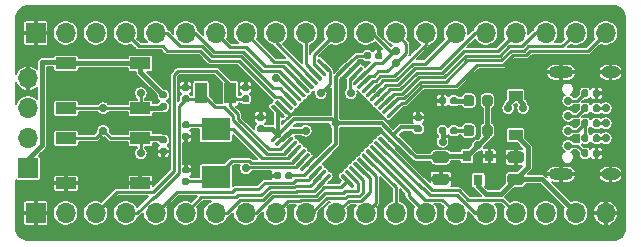
<source format=gbr>
%TF.GenerationSoftware,KiCad,Pcbnew,5.1.6+dfsg1-1*%
%TF.CreationDate,2020-07-03T14:15:03+08:00*%
%TF.ProjectId,stm32devmini,73746d33-3264-4657-966d-696e692e6b69,a*%
%TF.SameCoordinates,Original*%
%TF.FileFunction,Copper,L1,Top*%
%TF.FilePolarity,Positive*%
%FSLAX46Y46*%
G04 Gerber Fmt 4.6, Leading zero omitted, Abs format (unit mm)*
G04 Created by KiCad (PCBNEW 5.1.6+dfsg1-1) date 2020-07-03 14:15:03*
%MOMM*%
%LPD*%
G01*
G04 APERTURE LIST*
%TA.AperFunction,SMDPad,CuDef*%
%ADD10R,1.700000X1.000000*%
%TD*%
%TA.AperFunction,SMDPad,CuDef*%
%ADD11R,0.800000X0.900000*%
%TD*%
%TA.AperFunction,ComponentPad*%
%ADD12O,2.100000X1.000000*%
%TD*%
%TA.AperFunction,ComponentPad*%
%ADD13O,1.600000X1.000000*%
%TD*%
%TA.AperFunction,SMDPad,CuDef*%
%ADD14R,1.000000X1.800000*%
%TD*%
%TA.AperFunction,SMDPad,CuDef*%
%ADD15R,2.400000X1.900000*%
%TD*%
%TA.AperFunction,ComponentPad*%
%ADD16O,1.700000X1.700000*%
%TD*%
%TA.AperFunction,ComponentPad*%
%ADD17R,1.700000X1.700000*%
%TD*%
%TA.AperFunction,SMDPad,CuDef*%
%ADD18R,1.200000X0.900000*%
%TD*%
%TA.AperFunction,ViaPad*%
%ADD19C,0.700000*%
%TD*%
%TA.AperFunction,Conductor*%
%ADD20C,0.228600*%
%TD*%
%TA.AperFunction,Conductor*%
%ADD21C,0.381000*%
%TD*%
%TA.AperFunction,Conductor*%
%ADD22C,0.304800*%
%TD*%
%TA.AperFunction,Conductor*%
%ADD23C,0.152400*%
%TD*%
G04 APERTURE END LIST*
%TO.P,R3,2*%
%TO.N,+3V3*%
%TA.AperFunction,SMDPad,CuDef*%
G36*
G01*
X200850000Y-103042500D02*
X200850000Y-102697500D01*
G75*
G02*
X200997500Y-102550000I147500J0D01*
G01*
X201292500Y-102550000D01*
G75*
G02*
X201440000Y-102697500I0J-147500D01*
G01*
X201440000Y-103042500D01*
G75*
G02*
X201292500Y-103190000I-147500J0D01*
G01*
X200997500Y-103190000D01*
G75*
G02*
X200850000Y-103042500I0J147500D01*
G01*
G37*
%TD.AperFunction*%
%TO.P,R3,1*%
%TO.N,Net-(J1-PadA6)*%
%TA.AperFunction,SMDPad,CuDef*%
G36*
G01*
X199880000Y-103042500D02*
X199880000Y-102697500D01*
G75*
G02*
X200027500Y-102550000I147500J0D01*
G01*
X200322500Y-102550000D01*
G75*
G02*
X200470000Y-102697500I0J-147500D01*
G01*
X200470000Y-103042500D01*
G75*
G02*
X200322500Y-103190000I-147500J0D01*
G01*
X200027500Y-103190000D01*
G75*
G02*
X199880000Y-103042500I0J147500D01*
G01*
G37*
%TD.AperFunction*%
%TD*%
%TO.P,R2,2*%
%TO.N,A12*%
%TA.AperFunction,SMDPad,CuDef*%
G36*
G01*
X200850000Y-101772500D02*
X200850000Y-101427500D01*
G75*
G02*
X200997500Y-101280000I147500J0D01*
G01*
X201292500Y-101280000D01*
G75*
G02*
X201440000Y-101427500I0J-147500D01*
G01*
X201440000Y-101772500D01*
G75*
G02*
X201292500Y-101920000I-147500J0D01*
G01*
X200997500Y-101920000D01*
G75*
G02*
X200850000Y-101772500I0J147500D01*
G01*
G37*
%TD.AperFunction*%
%TO.P,R2,1*%
%TO.N,Net-(J1-PadA6)*%
%TA.AperFunction,SMDPad,CuDef*%
G36*
G01*
X199880000Y-101772500D02*
X199880000Y-101427500D01*
G75*
G02*
X200027500Y-101280000I147500J0D01*
G01*
X200322500Y-101280000D01*
G75*
G02*
X200470000Y-101427500I0J-147500D01*
G01*
X200470000Y-101772500D01*
G75*
G02*
X200322500Y-101920000I-147500J0D01*
G01*
X200027500Y-101920000D01*
G75*
G02*
X199880000Y-101772500I0J147500D01*
G01*
G37*
%TD.AperFunction*%
%TD*%
%TO.P,R1,2*%
%TO.N,A11*%
%TA.AperFunction,SMDPad,CuDef*%
G36*
G01*
X200850000Y-100502500D02*
X200850000Y-100157500D01*
G75*
G02*
X200997500Y-100010000I147500J0D01*
G01*
X201292500Y-100010000D01*
G75*
G02*
X201440000Y-100157500I0J-147500D01*
G01*
X201440000Y-100502500D01*
G75*
G02*
X201292500Y-100650000I-147500J0D01*
G01*
X200997500Y-100650000D01*
G75*
G02*
X200850000Y-100502500I0J147500D01*
G01*
G37*
%TD.AperFunction*%
%TO.P,R1,1*%
%TO.N,Net-(J1-PadA7)*%
%TA.AperFunction,SMDPad,CuDef*%
G36*
G01*
X199880000Y-100502500D02*
X199880000Y-100157500D01*
G75*
G02*
X200027500Y-100010000I147500J0D01*
G01*
X200322500Y-100010000D01*
G75*
G02*
X200470000Y-100157500I0J-147500D01*
G01*
X200470000Y-100502500D01*
G75*
G02*
X200322500Y-100650000I-147500J0D01*
G01*
X200027500Y-100650000D01*
G75*
G02*
X199880000Y-100502500I0J147500D01*
G01*
G37*
%TD.AperFunction*%
%TD*%
D10*
%TO.P,SW1,2*%
%TO.N,RST*%
X156235000Y-102875000D03*
X162535000Y-102875000D03*
%TO.P,SW1,1*%
%TO.N,GND*%
X156235000Y-106675000D03*
X162535000Y-106675000D03*
%TD*%
%TO.P,SW2,2*%
%TO.N,+3V3*%
X156235000Y-96525000D03*
X162535000Y-96525000D03*
%TO.P,SW2,1*%
%TO.N,BO0*%
X156235000Y-100325000D03*
X162535000Y-100325000D03*
%TD*%
D11*
%TO.P,U1,3*%
%TO.N,+5V*%
X191135000Y-106410000D03*
%TO.P,U1,2*%
%TO.N,+3V3*%
X190185000Y-104410000D03*
%TO.P,U1,1*%
%TO.N,GND*%
X192085000Y-104410000D03*
%TD*%
%TO.P,C4,2*%
%TO.N,BO0*%
%TA.AperFunction,SMDPad,CuDef*%
G36*
G01*
X164292500Y-99885000D02*
X164637500Y-99885000D01*
G75*
G02*
X164785000Y-100032500I0J-147500D01*
G01*
X164785000Y-100327500D01*
G75*
G02*
X164637500Y-100475000I-147500J0D01*
G01*
X164292500Y-100475000D01*
G75*
G02*
X164145000Y-100327500I0J147500D01*
G01*
X164145000Y-100032500D01*
G75*
G02*
X164292500Y-99885000I147500J0D01*
G01*
G37*
%TD.AperFunction*%
%TO.P,C4,1*%
%TO.N,+3V3*%
%TA.AperFunction,SMDPad,CuDef*%
G36*
G01*
X164292500Y-98915000D02*
X164637500Y-98915000D01*
G75*
G02*
X164785000Y-99062500I0J-147500D01*
G01*
X164785000Y-99357500D01*
G75*
G02*
X164637500Y-99505000I-147500J0D01*
G01*
X164292500Y-99505000D01*
G75*
G02*
X164145000Y-99357500I0J147500D01*
G01*
X164145000Y-99062500D01*
G75*
G02*
X164292500Y-98915000I147500J0D01*
G01*
G37*
%TD.AperFunction*%
%TD*%
%TO.P,R5,2*%
%TO.N,GND*%
%TA.AperFunction,SMDPad,CuDef*%
G36*
G01*
X200850000Y-99232500D02*
X200850000Y-98887500D01*
G75*
G02*
X200997500Y-98740000I147500J0D01*
G01*
X201292500Y-98740000D01*
G75*
G02*
X201440000Y-98887500I0J-147500D01*
G01*
X201440000Y-99232500D01*
G75*
G02*
X201292500Y-99380000I-147500J0D01*
G01*
X200997500Y-99380000D01*
G75*
G02*
X200850000Y-99232500I0J147500D01*
G01*
G37*
%TD.AperFunction*%
%TO.P,R5,1*%
%TO.N,Net-(J1-PadA5)*%
%TA.AperFunction,SMDPad,CuDef*%
G36*
G01*
X199880000Y-99232500D02*
X199880000Y-98887500D01*
G75*
G02*
X200027500Y-98740000I147500J0D01*
G01*
X200322500Y-98740000D01*
G75*
G02*
X200470000Y-98887500I0J-147500D01*
G01*
X200470000Y-99232500D01*
G75*
G02*
X200322500Y-99380000I-147500J0D01*
G01*
X200027500Y-99380000D01*
G75*
G02*
X199880000Y-99232500I0J147500D01*
G01*
G37*
%TD.AperFunction*%
%TD*%
D12*
%TO.P,J1,S1*%
%TO.N,GND*%
X198165000Y-105920000D03*
X198165000Y-97280000D03*
D13*
X202345000Y-97280000D03*
X202345000Y-105920000D03*
%TD*%
%TO.P,U2,48*%
%TO.N,+3V3*%
%TA.AperFunction,SMDPad,CuDef*%
G36*
G01*
X174544516Y-101175736D02*
X173607600Y-100238820D01*
G75*
G02*
X173607600Y-100132754I53033J53033D01*
G01*
X173713666Y-100026688D01*
G75*
G02*
X173819732Y-100026688I53033J-53033D01*
G01*
X174756648Y-100963604D01*
G75*
G02*
X174756648Y-101069670I-53033J-53033D01*
G01*
X174650582Y-101175736D01*
G75*
G02*
X174544516Y-101175736I-53033J53033D01*
G01*
G37*
%TD.AperFunction*%
%TO.P,U2,47*%
%TO.N,GND*%
%TA.AperFunction,SMDPad,CuDef*%
G36*
G01*
X174898070Y-100822182D02*
X173961154Y-99885266D01*
G75*
G02*
X173961154Y-99779200I53033J53033D01*
G01*
X174067220Y-99673134D01*
G75*
G02*
X174173286Y-99673134I53033J-53033D01*
G01*
X175110202Y-100610050D01*
G75*
G02*
X175110202Y-100716116I-53033J-53033D01*
G01*
X175004136Y-100822182D01*
G75*
G02*
X174898070Y-100822182I-53033J53033D01*
G01*
G37*
%TD.AperFunction*%
%TO.P,U2,46*%
%TO.N,B9*%
%TA.AperFunction,SMDPad,CuDef*%
G36*
G01*
X175251623Y-100468629D02*
X174314707Y-99531713D01*
G75*
G02*
X174314707Y-99425647I53033J53033D01*
G01*
X174420773Y-99319581D01*
G75*
G02*
X174526839Y-99319581I53033J-53033D01*
G01*
X175463755Y-100256497D01*
G75*
G02*
X175463755Y-100362563I-53033J-53033D01*
G01*
X175357689Y-100468629D01*
G75*
G02*
X175251623Y-100468629I-53033J53033D01*
G01*
G37*
%TD.AperFunction*%
%TO.P,U2,45*%
%TO.N,B8*%
%TA.AperFunction,SMDPad,CuDef*%
G36*
G01*
X175605177Y-100115075D02*
X174668261Y-99178159D01*
G75*
G02*
X174668261Y-99072093I53033J53033D01*
G01*
X174774327Y-98966027D01*
G75*
G02*
X174880393Y-98966027I53033J-53033D01*
G01*
X175817309Y-99902943D01*
G75*
G02*
X175817309Y-100009009I-53033J-53033D01*
G01*
X175711243Y-100115075D01*
G75*
G02*
X175605177Y-100115075I-53033J53033D01*
G01*
G37*
%TD.AperFunction*%
%TO.P,U2,44*%
%TO.N,BO0*%
%TA.AperFunction,SMDPad,CuDef*%
G36*
G01*
X175958730Y-99761522D02*
X175021814Y-98824606D01*
G75*
G02*
X175021814Y-98718540I53033J53033D01*
G01*
X175127880Y-98612474D01*
G75*
G02*
X175233946Y-98612474I53033J-53033D01*
G01*
X176170862Y-99549390D01*
G75*
G02*
X176170862Y-99655456I-53033J-53033D01*
G01*
X176064796Y-99761522D01*
G75*
G02*
X175958730Y-99761522I-53033J53033D01*
G01*
G37*
%TD.AperFunction*%
%TO.P,U2,43*%
%TO.N,B7*%
%TA.AperFunction,SMDPad,CuDef*%
G36*
G01*
X176312283Y-99407969D02*
X175375367Y-98471053D01*
G75*
G02*
X175375367Y-98364987I53033J53033D01*
G01*
X175481433Y-98258921D01*
G75*
G02*
X175587499Y-98258921I53033J-53033D01*
G01*
X176524415Y-99195837D01*
G75*
G02*
X176524415Y-99301903I-53033J-53033D01*
G01*
X176418349Y-99407969D01*
G75*
G02*
X176312283Y-99407969I-53033J53033D01*
G01*
G37*
%TD.AperFunction*%
%TO.P,U2,42*%
%TO.N,B6*%
%TA.AperFunction,SMDPad,CuDef*%
G36*
G01*
X176665837Y-99054415D02*
X175728921Y-98117499D01*
G75*
G02*
X175728921Y-98011433I53033J53033D01*
G01*
X175834987Y-97905367D01*
G75*
G02*
X175941053Y-97905367I53033J-53033D01*
G01*
X176877969Y-98842283D01*
G75*
G02*
X176877969Y-98948349I-53033J-53033D01*
G01*
X176771903Y-99054415D01*
G75*
G02*
X176665837Y-99054415I-53033J53033D01*
G01*
G37*
%TD.AperFunction*%
%TO.P,U2,41*%
%TO.N,B5*%
%TA.AperFunction,SMDPad,CuDef*%
G36*
G01*
X177019390Y-98700862D02*
X176082474Y-97763946D01*
G75*
G02*
X176082474Y-97657880I53033J53033D01*
G01*
X176188540Y-97551814D01*
G75*
G02*
X176294606Y-97551814I53033J-53033D01*
G01*
X177231522Y-98488730D01*
G75*
G02*
X177231522Y-98594796I-53033J-53033D01*
G01*
X177125456Y-98700862D01*
G75*
G02*
X177019390Y-98700862I-53033J53033D01*
G01*
G37*
%TD.AperFunction*%
%TO.P,U2,40*%
%TO.N,B4*%
%TA.AperFunction,SMDPad,CuDef*%
G36*
G01*
X177372943Y-98347309D02*
X176436027Y-97410393D01*
G75*
G02*
X176436027Y-97304327I53033J53033D01*
G01*
X176542093Y-97198261D01*
G75*
G02*
X176648159Y-97198261I53033J-53033D01*
G01*
X177585075Y-98135177D01*
G75*
G02*
X177585075Y-98241243I-53033J-53033D01*
G01*
X177479009Y-98347309D01*
G75*
G02*
X177372943Y-98347309I-53033J53033D01*
G01*
G37*
%TD.AperFunction*%
%TO.P,U2,39*%
%TO.N,B3*%
%TA.AperFunction,SMDPad,CuDef*%
G36*
G01*
X177726497Y-97993755D02*
X176789581Y-97056839D01*
G75*
G02*
X176789581Y-96950773I53033J53033D01*
G01*
X176895647Y-96844707D01*
G75*
G02*
X177001713Y-96844707I53033J-53033D01*
G01*
X177938629Y-97781623D01*
G75*
G02*
X177938629Y-97887689I-53033J-53033D01*
G01*
X177832563Y-97993755D01*
G75*
G02*
X177726497Y-97993755I-53033J53033D01*
G01*
G37*
%TD.AperFunction*%
%TO.P,U2,38*%
%TO.N,A15*%
%TA.AperFunction,SMDPad,CuDef*%
G36*
G01*
X178080050Y-97640202D02*
X177143134Y-96703286D01*
G75*
G02*
X177143134Y-96597220I53033J53033D01*
G01*
X177249200Y-96491154D01*
G75*
G02*
X177355266Y-96491154I53033J-53033D01*
G01*
X178292182Y-97428070D01*
G75*
G02*
X178292182Y-97534136I-53033J-53033D01*
G01*
X178186116Y-97640202D01*
G75*
G02*
X178080050Y-97640202I-53033J53033D01*
G01*
G37*
%TD.AperFunction*%
%TO.P,U2,37*%
%TO.N,SWCLK*%
%TA.AperFunction,SMDPad,CuDef*%
G36*
G01*
X178433604Y-97286648D02*
X177496688Y-96349732D01*
G75*
G02*
X177496688Y-96243666I53033J53033D01*
G01*
X177602754Y-96137600D01*
G75*
G02*
X177708820Y-96137600I53033J-53033D01*
G01*
X178645736Y-97074516D01*
G75*
G02*
X178645736Y-97180582I-53033J-53033D01*
G01*
X178539670Y-97286648D01*
G75*
G02*
X178433604Y-97286648I-53033J53033D01*
G01*
G37*
%TD.AperFunction*%
%TO.P,U2,36*%
%TO.N,+3V3*%
%TA.AperFunction,SMDPad,CuDef*%
G36*
G01*
X179600330Y-97286648D02*
X179494264Y-97180582D01*
G75*
G02*
X179494264Y-97074516I53033J53033D01*
G01*
X180431180Y-96137600D01*
G75*
G02*
X180537246Y-96137600I53033J-53033D01*
G01*
X180643312Y-96243666D01*
G75*
G02*
X180643312Y-96349732I-53033J-53033D01*
G01*
X179706396Y-97286648D01*
G75*
G02*
X179600330Y-97286648I-53033J53033D01*
G01*
G37*
%TD.AperFunction*%
%TO.P,U2,35*%
%TO.N,GND*%
%TA.AperFunction,SMDPad,CuDef*%
G36*
G01*
X179953884Y-97640202D02*
X179847818Y-97534136D01*
G75*
G02*
X179847818Y-97428070I53033J53033D01*
G01*
X180784734Y-96491154D01*
G75*
G02*
X180890800Y-96491154I53033J-53033D01*
G01*
X180996866Y-96597220D01*
G75*
G02*
X180996866Y-96703286I-53033J-53033D01*
G01*
X180059950Y-97640202D01*
G75*
G02*
X179953884Y-97640202I-53033J53033D01*
G01*
G37*
%TD.AperFunction*%
%TO.P,U2,34*%
%TO.N,SWDIO*%
%TA.AperFunction,SMDPad,CuDef*%
G36*
G01*
X180307437Y-97993755D02*
X180201371Y-97887689D01*
G75*
G02*
X180201371Y-97781623I53033J53033D01*
G01*
X181138287Y-96844707D01*
G75*
G02*
X181244353Y-96844707I53033J-53033D01*
G01*
X181350419Y-96950773D01*
G75*
G02*
X181350419Y-97056839I-53033J-53033D01*
G01*
X180413503Y-97993755D01*
G75*
G02*
X180307437Y-97993755I-53033J53033D01*
G01*
G37*
%TD.AperFunction*%
%TO.P,U2,33*%
%TO.N,A12*%
%TA.AperFunction,SMDPad,CuDef*%
G36*
G01*
X180660991Y-98347309D02*
X180554925Y-98241243D01*
G75*
G02*
X180554925Y-98135177I53033J53033D01*
G01*
X181491841Y-97198261D01*
G75*
G02*
X181597907Y-97198261I53033J-53033D01*
G01*
X181703973Y-97304327D01*
G75*
G02*
X181703973Y-97410393I-53033J-53033D01*
G01*
X180767057Y-98347309D01*
G75*
G02*
X180660991Y-98347309I-53033J53033D01*
G01*
G37*
%TD.AperFunction*%
%TO.P,U2,32*%
%TO.N,A11*%
%TA.AperFunction,SMDPad,CuDef*%
G36*
G01*
X181014544Y-98700862D02*
X180908478Y-98594796D01*
G75*
G02*
X180908478Y-98488730I53033J53033D01*
G01*
X181845394Y-97551814D01*
G75*
G02*
X181951460Y-97551814I53033J-53033D01*
G01*
X182057526Y-97657880D01*
G75*
G02*
X182057526Y-97763946I-53033J-53033D01*
G01*
X181120610Y-98700862D01*
G75*
G02*
X181014544Y-98700862I-53033J53033D01*
G01*
G37*
%TD.AperFunction*%
%TO.P,U2,31*%
%TO.N,A10*%
%TA.AperFunction,SMDPad,CuDef*%
G36*
G01*
X181368097Y-99054415D02*
X181262031Y-98948349D01*
G75*
G02*
X181262031Y-98842283I53033J53033D01*
G01*
X182198947Y-97905367D01*
G75*
G02*
X182305013Y-97905367I53033J-53033D01*
G01*
X182411079Y-98011433D01*
G75*
G02*
X182411079Y-98117499I-53033J-53033D01*
G01*
X181474163Y-99054415D01*
G75*
G02*
X181368097Y-99054415I-53033J53033D01*
G01*
G37*
%TD.AperFunction*%
%TO.P,U2,30*%
%TO.N,A9*%
%TA.AperFunction,SMDPad,CuDef*%
G36*
G01*
X181721651Y-99407969D02*
X181615585Y-99301903D01*
G75*
G02*
X181615585Y-99195837I53033J53033D01*
G01*
X182552501Y-98258921D01*
G75*
G02*
X182658567Y-98258921I53033J-53033D01*
G01*
X182764633Y-98364987D01*
G75*
G02*
X182764633Y-98471053I-53033J-53033D01*
G01*
X181827717Y-99407969D01*
G75*
G02*
X181721651Y-99407969I-53033J53033D01*
G01*
G37*
%TD.AperFunction*%
%TO.P,U2,29*%
%TO.N,A8*%
%TA.AperFunction,SMDPad,CuDef*%
G36*
G01*
X182075204Y-99761522D02*
X181969138Y-99655456D01*
G75*
G02*
X181969138Y-99549390I53033J53033D01*
G01*
X182906054Y-98612474D01*
G75*
G02*
X183012120Y-98612474I53033J-53033D01*
G01*
X183118186Y-98718540D01*
G75*
G02*
X183118186Y-98824606I-53033J-53033D01*
G01*
X182181270Y-99761522D01*
G75*
G02*
X182075204Y-99761522I-53033J53033D01*
G01*
G37*
%TD.AperFunction*%
%TO.P,U2,28*%
%TO.N,B15*%
%TA.AperFunction,SMDPad,CuDef*%
G36*
G01*
X182428757Y-100115075D02*
X182322691Y-100009009D01*
G75*
G02*
X182322691Y-99902943I53033J53033D01*
G01*
X183259607Y-98966027D01*
G75*
G02*
X183365673Y-98966027I53033J-53033D01*
G01*
X183471739Y-99072093D01*
G75*
G02*
X183471739Y-99178159I-53033J-53033D01*
G01*
X182534823Y-100115075D01*
G75*
G02*
X182428757Y-100115075I-53033J53033D01*
G01*
G37*
%TD.AperFunction*%
%TO.P,U2,27*%
%TO.N,B14*%
%TA.AperFunction,SMDPad,CuDef*%
G36*
G01*
X182782311Y-100468629D02*
X182676245Y-100362563D01*
G75*
G02*
X182676245Y-100256497I53033J53033D01*
G01*
X183613161Y-99319581D01*
G75*
G02*
X183719227Y-99319581I53033J-53033D01*
G01*
X183825293Y-99425647D01*
G75*
G02*
X183825293Y-99531713I-53033J-53033D01*
G01*
X182888377Y-100468629D01*
G75*
G02*
X182782311Y-100468629I-53033J53033D01*
G01*
G37*
%TD.AperFunction*%
%TO.P,U2,26*%
%TO.N,B13*%
%TA.AperFunction,SMDPad,CuDef*%
G36*
G01*
X183135864Y-100822182D02*
X183029798Y-100716116D01*
G75*
G02*
X183029798Y-100610050I53033J53033D01*
G01*
X183966714Y-99673134D01*
G75*
G02*
X184072780Y-99673134I53033J-53033D01*
G01*
X184178846Y-99779200D01*
G75*
G02*
X184178846Y-99885266I-53033J-53033D01*
G01*
X183241930Y-100822182D01*
G75*
G02*
X183135864Y-100822182I-53033J53033D01*
G01*
G37*
%TD.AperFunction*%
%TO.P,U2,25*%
%TO.N,B12*%
%TA.AperFunction,SMDPad,CuDef*%
G36*
G01*
X183489418Y-101175736D02*
X183383352Y-101069670D01*
G75*
G02*
X183383352Y-100963604I53033J53033D01*
G01*
X184320268Y-100026688D01*
G75*
G02*
X184426334Y-100026688I53033J-53033D01*
G01*
X184532400Y-100132754D01*
G75*
G02*
X184532400Y-100238820I-53033J-53033D01*
G01*
X183595484Y-101175736D01*
G75*
G02*
X183489418Y-101175736I-53033J53033D01*
G01*
G37*
%TD.AperFunction*%
%TO.P,U2,24*%
%TO.N,+3V3*%
%TA.AperFunction,SMDPad,CuDef*%
G36*
G01*
X184320268Y-103173312D02*
X183383352Y-102236396D01*
G75*
G02*
X183383352Y-102130330I53033J53033D01*
G01*
X183489418Y-102024264D01*
G75*
G02*
X183595484Y-102024264I53033J-53033D01*
G01*
X184532400Y-102961180D01*
G75*
G02*
X184532400Y-103067246I-53033J-53033D01*
G01*
X184426334Y-103173312D01*
G75*
G02*
X184320268Y-103173312I-53033J53033D01*
G01*
G37*
%TD.AperFunction*%
%TO.P,U2,23*%
%TO.N,GND*%
%TA.AperFunction,SMDPad,CuDef*%
G36*
G01*
X183966714Y-103526866D02*
X183029798Y-102589950D01*
G75*
G02*
X183029798Y-102483884I53033J53033D01*
G01*
X183135864Y-102377818D01*
G75*
G02*
X183241930Y-102377818I53033J-53033D01*
G01*
X184178846Y-103314734D01*
G75*
G02*
X184178846Y-103420800I-53033J-53033D01*
G01*
X184072780Y-103526866D01*
G75*
G02*
X183966714Y-103526866I-53033J53033D01*
G01*
G37*
%TD.AperFunction*%
%TO.P,U2,22*%
%TO.N,B11*%
%TA.AperFunction,SMDPad,CuDef*%
G36*
G01*
X183613161Y-103880419D02*
X182676245Y-102943503D01*
G75*
G02*
X182676245Y-102837437I53033J53033D01*
G01*
X182782311Y-102731371D01*
G75*
G02*
X182888377Y-102731371I53033J-53033D01*
G01*
X183825293Y-103668287D01*
G75*
G02*
X183825293Y-103774353I-53033J-53033D01*
G01*
X183719227Y-103880419D01*
G75*
G02*
X183613161Y-103880419I-53033J53033D01*
G01*
G37*
%TD.AperFunction*%
%TO.P,U2,21*%
%TO.N,B10*%
%TA.AperFunction,SMDPad,CuDef*%
G36*
G01*
X183259607Y-104233973D02*
X182322691Y-103297057D01*
G75*
G02*
X182322691Y-103190991I53033J53033D01*
G01*
X182428757Y-103084925D01*
G75*
G02*
X182534823Y-103084925I53033J-53033D01*
G01*
X183471739Y-104021841D01*
G75*
G02*
X183471739Y-104127907I-53033J-53033D01*
G01*
X183365673Y-104233973D01*
G75*
G02*
X183259607Y-104233973I-53033J53033D01*
G01*
G37*
%TD.AperFunction*%
%TO.P,U2,20*%
%TO.N,B2*%
%TA.AperFunction,SMDPad,CuDef*%
G36*
G01*
X182906054Y-104587526D02*
X181969138Y-103650610D01*
G75*
G02*
X181969138Y-103544544I53033J53033D01*
G01*
X182075204Y-103438478D01*
G75*
G02*
X182181270Y-103438478I53033J-53033D01*
G01*
X183118186Y-104375394D01*
G75*
G02*
X183118186Y-104481460I-53033J-53033D01*
G01*
X183012120Y-104587526D01*
G75*
G02*
X182906054Y-104587526I-53033J53033D01*
G01*
G37*
%TD.AperFunction*%
%TO.P,U2,19*%
%TO.N,B1*%
%TA.AperFunction,SMDPad,CuDef*%
G36*
G01*
X182552501Y-104941079D02*
X181615585Y-104004163D01*
G75*
G02*
X181615585Y-103898097I53033J53033D01*
G01*
X181721651Y-103792031D01*
G75*
G02*
X181827717Y-103792031I53033J-53033D01*
G01*
X182764633Y-104728947D01*
G75*
G02*
X182764633Y-104835013I-53033J-53033D01*
G01*
X182658567Y-104941079D01*
G75*
G02*
X182552501Y-104941079I-53033J53033D01*
G01*
G37*
%TD.AperFunction*%
%TO.P,U2,18*%
%TO.N,B0*%
%TA.AperFunction,SMDPad,CuDef*%
G36*
G01*
X182198947Y-105294633D02*
X181262031Y-104357717D01*
G75*
G02*
X181262031Y-104251651I53033J53033D01*
G01*
X181368097Y-104145585D01*
G75*
G02*
X181474163Y-104145585I53033J-53033D01*
G01*
X182411079Y-105082501D01*
G75*
G02*
X182411079Y-105188567I-53033J-53033D01*
G01*
X182305013Y-105294633D01*
G75*
G02*
X182198947Y-105294633I-53033J53033D01*
G01*
G37*
%TD.AperFunction*%
%TO.P,U2,17*%
%TO.N,A7*%
%TA.AperFunction,SMDPad,CuDef*%
G36*
G01*
X181845394Y-105648186D02*
X180908478Y-104711270D01*
G75*
G02*
X180908478Y-104605204I53033J53033D01*
G01*
X181014544Y-104499138D01*
G75*
G02*
X181120610Y-104499138I53033J-53033D01*
G01*
X182057526Y-105436054D01*
G75*
G02*
X182057526Y-105542120I-53033J-53033D01*
G01*
X181951460Y-105648186D01*
G75*
G02*
X181845394Y-105648186I-53033J53033D01*
G01*
G37*
%TD.AperFunction*%
%TO.P,U2,16*%
%TO.N,A6*%
%TA.AperFunction,SMDPad,CuDef*%
G36*
G01*
X181491841Y-106001739D02*
X180554925Y-105064823D01*
G75*
G02*
X180554925Y-104958757I53033J53033D01*
G01*
X180660991Y-104852691D01*
G75*
G02*
X180767057Y-104852691I53033J-53033D01*
G01*
X181703973Y-105789607D01*
G75*
G02*
X181703973Y-105895673I-53033J-53033D01*
G01*
X181597907Y-106001739D01*
G75*
G02*
X181491841Y-106001739I-53033J53033D01*
G01*
G37*
%TD.AperFunction*%
%TO.P,U2,15*%
%TO.N,A5*%
%TA.AperFunction,SMDPad,CuDef*%
G36*
G01*
X181138287Y-106355293D02*
X180201371Y-105418377D01*
G75*
G02*
X180201371Y-105312311I53033J53033D01*
G01*
X180307437Y-105206245D01*
G75*
G02*
X180413503Y-105206245I53033J-53033D01*
G01*
X181350419Y-106143161D01*
G75*
G02*
X181350419Y-106249227I-53033J-53033D01*
G01*
X181244353Y-106355293D01*
G75*
G02*
X181138287Y-106355293I-53033J53033D01*
G01*
G37*
%TD.AperFunction*%
%TO.P,U2,14*%
%TO.N,A4*%
%TA.AperFunction,SMDPad,CuDef*%
G36*
G01*
X180784734Y-106708846D02*
X179847818Y-105771930D01*
G75*
G02*
X179847818Y-105665864I53033J53033D01*
G01*
X179953884Y-105559798D01*
G75*
G02*
X180059950Y-105559798I53033J-53033D01*
G01*
X180996866Y-106496714D01*
G75*
G02*
X180996866Y-106602780I-53033J-53033D01*
G01*
X180890800Y-106708846D01*
G75*
G02*
X180784734Y-106708846I-53033J53033D01*
G01*
G37*
%TD.AperFunction*%
%TO.P,U2,13*%
%TO.N,A3*%
%TA.AperFunction,SMDPad,CuDef*%
G36*
G01*
X180431180Y-107062400D02*
X179494264Y-106125484D01*
G75*
G02*
X179494264Y-106019418I53033J53033D01*
G01*
X179600330Y-105913352D01*
G75*
G02*
X179706396Y-105913352I53033J-53033D01*
G01*
X180643312Y-106850268D01*
G75*
G02*
X180643312Y-106956334I-53033J-53033D01*
G01*
X180537246Y-107062400D01*
G75*
G02*
X180431180Y-107062400I-53033J53033D01*
G01*
G37*
%TD.AperFunction*%
%TO.P,U2,12*%
%TO.N,A2*%
%TA.AperFunction,SMDPad,CuDef*%
G36*
G01*
X177602754Y-107062400D02*
X177496688Y-106956334D01*
G75*
G02*
X177496688Y-106850268I53033J53033D01*
G01*
X178433604Y-105913352D01*
G75*
G02*
X178539670Y-105913352I53033J-53033D01*
G01*
X178645736Y-106019418D01*
G75*
G02*
X178645736Y-106125484I-53033J-53033D01*
G01*
X177708820Y-107062400D01*
G75*
G02*
X177602754Y-107062400I-53033J53033D01*
G01*
G37*
%TD.AperFunction*%
%TO.P,U2,11*%
%TO.N,A1*%
%TA.AperFunction,SMDPad,CuDef*%
G36*
G01*
X177249200Y-106708846D02*
X177143134Y-106602780D01*
G75*
G02*
X177143134Y-106496714I53033J53033D01*
G01*
X178080050Y-105559798D01*
G75*
G02*
X178186116Y-105559798I53033J-53033D01*
G01*
X178292182Y-105665864D01*
G75*
G02*
X178292182Y-105771930I-53033J-53033D01*
G01*
X177355266Y-106708846D01*
G75*
G02*
X177249200Y-106708846I-53033J53033D01*
G01*
G37*
%TD.AperFunction*%
%TO.P,U2,10*%
%TO.N,A0*%
%TA.AperFunction,SMDPad,CuDef*%
G36*
G01*
X176895647Y-106355293D02*
X176789581Y-106249227D01*
G75*
G02*
X176789581Y-106143161I53033J53033D01*
G01*
X177726497Y-105206245D01*
G75*
G02*
X177832563Y-105206245I53033J-53033D01*
G01*
X177938629Y-105312311D01*
G75*
G02*
X177938629Y-105418377I-53033J-53033D01*
G01*
X177001713Y-106355293D01*
G75*
G02*
X176895647Y-106355293I-53033J53033D01*
G01*
G37*
%TD.AperFunction*%
%TO.P,U2,9*%
%TO.N,+3V3*%
%TA.AperFunction,SMDPad,CuDef*%
G36*
G01*
X176542093Y-106001739D02*
X176436027Y-105895673D01*
G75*
G02*
X176436027Y-105789607I53033J53033D01*
G01*
X177372943Y-104852691D01*
G75*
G02*
X177479009Y-104852691I53033J-53033D01*
G01*
X177585075Y-104958757D01*
G75*
G02*
X177585075Y-105064823I-53033J-53033D01*
G01*
X176648159Y-106001739D01*
G75*
G02*
X176542093Y-106001739I-53033J53033D01*
G01*
G37*
%TD.AperFunction*%
%TO.P,U2,8*%
%TO.N,GND*%
%TA.AperFunction,SMDPad,CuDef*%
G36*
G01*
X176188540Y-105648186D02*
X176082474Y-105542120D01*
G75*
G02*
X176082474Y-105436054I53033J53033D01*
G01*
X177019390Y-104499138D01*
G75*
G02*
X177125456Y-104499138I53033J-53033D01*
G01*
X177231522Y-104605204D01*
G75*
G02*
X177231522Y-104711270I-53033J-53033D01*
G01*
X176294606Y-105648186D01*
G75*
G02*
X176188540Y-105648186I-53033J53033D01*
G01*
G37*
%TD.AperFunction*%
%TO.P,U2,7*%
%TO.N,RST*%
%TA.AperFunction,SMDPad,CuDef*%
G36*
G01*
X175834987Y-105294633D02*
X175728921Y-105188567D01*
G75*
G02*
X175728921Y-105082501I53033J53033D01*
G01*
X176665837Y-104145585D01*
G75*
G02*
X176771903Y-104145585I53033J-53033D01*
G01*
X176877969Y-104251651D01*
G75*
G02*
X176877969Y-104357717I-53033J-53033D01*
G01*
X175941053Y-105294633D01*
G75*
G02*
X175834987Y-105294633I-53033J53033D01*
G01*
G37*
%TD.AperFunction*%
%TO.P,U2,6*%
%TO.N,Net-(C7-Pad1)*%
%TA.AperFunction,SMDPad,CuDef*%
G36*
G01*
X175481433Y-104941079D02*
X175375367Y-104835013D01*
G75*
G02*
X175375367Y-104728947I53033J53033D01*
G01*
X176312283Y-103792031D01*
G75*
G02*
X176418349Y-103792031I53033J-53033D01*
G01*
X176524415Y-103898097D01*
G75*
G02*
X176524415Y-104004163I-53033J-53033D01*
G01*
X175587499Y-104941079D01*
G75*
G02*
X175481433Y-104941079I-53033J53033D01*
G01*
G37*
%TD.AperFunction*%
%TO.P,U2,5*%
%TO.N,Net-(C5-Pad1)*%
%TA.AperFunction,SMDPad,CuDef*%
G36*
G01*
X175127880Y-104587526D02*
X175021814Y-104481460D01*
G75*
G02*
X175021814Y-104375394I53033J53033D01*
G01*
X175958730Y-103438478D01*
G75*
G02*
X176064796Y-103438478I53033J-53033D01*
G01*
X176170862Y-103544544D01*
G75*
G02*
X176170862Y-103650610I-53033J-53033D01*
G01*
X175233946Y-104587526D01*
G75*
G02*
X175127880Y-104587526I-53033J53033D01*
G01*
G37*
%TD.AperFunction*%
%TO.P,U2,4*%
%TO.N,C15*%
%TA.AperFunction,SMDPad,CuDef*%
G36*
G01*
X174774327Y-104233973D02*
X174668261Y-104127907D01*
G75*
G02*
X174668261Y-104021841I53033J53033D01*
G01*
X175605177Y-103084925D01*
G75*
G02*
X175711243Y-103084925I53033J-53033D01*
G01*
X175817309Y-103190991D01*
G75*
G02*
X175817309Y-103297057I-53033J-53033D01*
G01*
X174880393Y-104233973D01*
G75*
G02*
X174774327Y-104233973I-53033J53033D01*
G01*
G37*
%TD.AperFunction*%
%TO.P,U2,3*%
%TO.N,C14*%
%TA.AperFunction,SMDPad,CuDef*%
G36*
G01*
X174420773Y-103880419D02*
X174314707Y-103774353D01*
G75*
G02*
X174314707Y-103668287I53033J53033D01*
G01*
X175251623Y-102731371D01*
G75*
G02*
X175357689Y-102731371I53033J-53033D01*
G01*
X175463755Y-102837437D01*
G75*
G02*
X175463755Y-102943503I-53033J-53033D01*
G01*
X174526839Y-103880419D01*
G75*
G02*
X174420773Y-103880419I-53033J53033D01*
G01*
G37*
%TD.AperFunction*%
%TO.P,U2,2*%
%TO.N,C13*%
%TA.AperFunction,SMDPad,CuDef*%
G36*
G01*
X174067220Y-103526866D02*
X173961154Y-103420800D01*
G75*
G02*
X173961154Y-103314734I53033J53033D01*
G01*
X174898070Y-102377818D01*
G75*
G02*
X175004136Y-102377818I53033J-53033D01*
G01*
X175110202Y-102483884D01*
G75*
G02*
X175110202Y-102589950I-53033J-53033D01*
G01*
X174173286Y-103526866D01*
G75*
G02*
X174067220Y-103526866I-53033J53033D01*
G01*
G37*
%TD.AperFunction*%
%TO.P,U2,1*%
%TO.N,+3V3*%
%TA.AperFunction,SMDPad,CuDef*%
G36*
G01*
X173713666Y-103173312D02*
X173607600Y-103067246D01*
G75*
G02*
X173607600Y-102961180I53033J53033D01*
G01*
X174544516Y-102024264D01*
G75*
G02*
X174650582Y-102024264I53033J-53033D01*
G01*
X174756648Y-102130330D01*
G75*
G02*
X174756648Y-102236396I-53033J-53033D01*
G01*
X173819732Y-103173312D01*
G75*
G02*
X173713666Y-103173312I-53033J53033D01*
G01*
G37*
%TD.AperFunction*%
%TD*%
%TO.P,C12,2*%
%TO.N,GND*%
%TA.AperFunction,SMDPad,CuDef*%
G36*
G01*
X166542500Y-98870000D02*
X166197500Y-98870000D01*
G75*
G02*
X166050000Y-98722500I0J147500D01*
G01*
X166050000Y-98427500D01*
G75*
G02*
X166197500Y-98280000I147500J0D01*
G01*
X166542500Y-98280000D01*
G75*
G02*
X166690000Y-98427500I0J-147500D01*
G01*
X166690000Y-98722500D01*
G75*
G02*
X166542500Y-98870000I-147500J0D01*
G01*
G37*
%TD.AperFunction*%
%TO.P,C12,1*%
%TO.N,C15*%
%TA.AperFunction,SMDPad,CuDef*%
G36*
G01*
X166542500Y-99840000D02*
X166197500Y-99840000D01*
G75*
G02*
X166050000Y-99692500I0J147500D01*
G01*
X166050000Y-99397500D01*
G75*
G02*
X166197500Y-99250000I147500J0D01*
G01*
X166542500Y-99250000D01*
G75*
G02*
X166690000Y-99397500I0J-147500D01*
G01*
X166690000Y-99692500D01*
G75*
G02*
X166542500Y-99840000I-147500J0D01*
G01*
G37*
%TD.AperFunction*%
%TD*%
%TO.P,C11,2*%
%TO.N,GND*%
%TA.AperFunction,SMDPad,CuDef*%
G36*
G01*
X171622500Y-98870000D02*
X171277500Y-98870000D01*
G75*
G02*
X171130000Y-98722500I0J147500D01*
G01*
X171130000Y-98427500D01*
G75*
G02*
X171277500Y-98280000I147500J0D01*
G01*
X171622500Y-98280000D01*
G75*
G02*
X171770000Y-98427500I0J-147500D01*
G01*
X171770000Y-98722500D01*
G75*
G02*
X171622500Y-98870000I-147500J0D01*
G01*
G37*
%TD.AperFunction*%
%TO.P,C11,1*%
%TO.N,C14*%
%TA.AperFunction,SMDPad,CuDef*%
G36*
G01*
X171622500Y-99840000D02*
X171277500Y-99840000D01*
G75*
G02*
X171130000Y-99692500I0J147500D01*
G01*
X171130000Y-99397500D01*
G75*
G02*
X171277500Y-99250000I147500J0D01*
G01*
X171622500Y-99250000D01*
G75*
G02*
X171770000Y-99397500I0J-147500D01*
G01*
X171770000Y-99692500D01*
G75*
G02*
X171622500Y-99840000I-147500J0D01*
G01*
G37*
%TD.AperFunction*%
%TD*%
D14*
%TO.P,Y2,2*%
%TO.N,C15*%
X167660000Y-99060000D03*
%TO.P,Y2,1*%
%TO.N,C14*%
X170160000Y-99060000D03*
%TD*%
D15*
%TO.P,Y1,2*%
%TO.N,Net-(C7-Pad1)*%
X168910000Y-106190000D03*
%TO.P,Y1,1*%
%TO.N,Net-(C5-Pad1)*%
X168910000Y-102090000D03*
%TD*%
%TO.P,C7,2*%
%TO.N,GND*%
%TA.AperFunction,SMDPad,CuDef*%
G36*
G01*
X166542500Y-105855000D02*
X166197500Y-105855000D01*
G75*
G02*
X166050000Y-105707500I0J147500D01*
G01*
X166050000Y-105412500D01*
G75*
G02*
X166197500Y-105265000I147500J0D01*
G01*
X166542500Y-105265000D01*
G75*
G02*
X166690000Y-105412500I0J-147500D01*
G01*
X166690000Y-105707500D01*
G75*
G02*
X166542500Y-105855000I-147500J0D01*
G01*
G37*
%TD.AperFunction*%
%TO.P,C7,1*%
%TO.N,Net-(C7-Pad1)*%
%TA.AperFunction,SMDPad,CuDef*%
G36*
G01*
X166542500Y-106825000D02*
X166197500Y-106825000D01*
G75*
G02*
X166050000Y-106677500I0J147500D01*
G01*
X166050000Y-106382500D01*
G75*
G02*
X166197500Y-106235000I147500J0D01*
G01*
X166542500Y-106235000D01*
G75*
G02*
X166690000Y-106382500I0J-147500D01*
G01*
X166690000Y-106677500D01*
G75*
G02*
X166542500Y-106825000I-147500J0D01*
G01*
G37*
%TD.AperFunction*%
%TD*%
%TO.P,C5,2*%
%TO.N,GND*%
%TA.AperFunction,SMDPad,CuDef*%
G36*
G01*
X166197500Y-102425000D02*
X166542500Y-102425000D01*
G75*
G02*
X166690000Y-102572500I0J-147500D01*
G01*
X166690000Y-102867500D01*
G75*
G02*
X166542500Y-103015000I-147500J0D01*
G01*
X166197500Y-103015000D01*
G75*
G02*
X166050000Y-102867500I0J147500D01*
G01*
X166050000Y-102572500D01*
G75*
G02*
X166197500Y-102425000I147500J0D01*
G01*
G37*
%TD.AperFunction*%
%TO.P,C5,1*%
%TO.N,Net-(C5-Pad1)*%
%TA.AperFunction,SMDPad,CuDef*%
G36*
G01*
X166197500Y-101455000D02*
X166542500Y-101455000D01*
G75*
G02*
X166690000Y-101602500I0J-147500D01*
G01*
X166690000Y-101897500D01*
G75*
G02*
X166542500Y-102045000I-147500J0D01*
G01*
X166197500Y-102045000D01*
G75*
G02*
X166050000Y-101897500I0J147500D01*
G01*
X166050000Y-101602500D01*
G75*
G02*
X166197500Y-101455000I147500J0D01*
G01*
G37*
%TD.AperFunction*%
%TD*%
%TO.P,R4,2*%
%TO.N,GND*%
%TA.AperFunction,SMDPad,CuDef*%
G36*
G01*
X200850000Y-104312500D02*
X200850000Y-103967500D01*
G75*
G02*
X200997500Y-103820000I147500J0D01*
G01*
X201292500Y-103820000D01*
G75*
G02*
X201440000Y-103967500I0J-147500D01*
G01*
X201440000Y-104312500D01*
G75*
G02*
X201292500Y-104460000I-147500J0D01*
G01*
X200997500Y-104460000D01*
G75*
G02*
X200850000Y-104312500I0J147500D01*
G01*
G37*
%TD.AperFunction*%
%TO.P,R4,1*%
%TO.N,Net-(J1-PadB5)*%
%TA.AperFunction,SMDPad,CuDef*%
G36*
G01*
X199880000Y-104312500D02*
X199880000Y-103967500D01*
G75*
G02*
X200027500Y-103820000I147500J0D01*
G01*
X200322500Y-103820000D01*
G75*
G02*
X200470000Y-103967500I0J-147500D01*
G01*
X200470000Y-104312500D01*
G75*
G02*
X200322500Y-104460000I-147500J0D01*
G01*
X200027500Y-104460000D01*
G75*
G02*
X199880000Y-104312500I0J147500D01*
G01*
G37*
%TD.AperFunction*%
%TD*%
%TO.P,R7,2*%
%TO.N,C13*%
%TA.AperFunction,SMDPad,CuDef*%
G36*
G01*
X188405000Y-102062500D02*
X188405000Y-102407500D01*
G75*
G02*
X188257500Y-102555000I-147500J0D01*
G01*
X187962500Y-102555000D01*
G75*
G02*
X187815000Y-102407500I0J147500D01*
G01*
X187815000Y-102062500D01*
G75*
G02*
X187962500Y-101915000I147500J0D01*
G01*
X188257500Y-101915000D01*
G75*
G02*
X188405000Y-102062500I0J-147500D01*
G01*
G37*
%TD.AperFunction*%
%TO.P,R7,1*%
%TO.N,Net-(D3-Pad1)*%
%TA.AperFunction,SMDPad,CuDef*%
G36*
G01*
X189375000Y-102062500D02*
X189375000Y-102407500D01*
G75*
G02*
X189227500Y-102555000I-147500J0D01*
G01*
X188932500Y-102555000D01*
G75*
G02*
X188785000Y-102407500I0J147500D01*
G01*
X188785000Y-102062500D01*
G75*
G02*
X188932500Y-101915000I147500J0D01*
G01*
X189227500Y-101915000D01*
G75*
G02*
X189375000Y-102062500I0J-147500D01*
G01*
G37*
%TD.AperFunction*%
%TD*%
%TO.P,R6,2*%
%TO.N,GND*%
%TA.AperFunction,SMDPad,CuDef*%
G36*
G01*
X188405000Y-99522500D02*
X188405000Y-99867500D01*
G75*
G02*
X188257500Y-100015000I-147500J0D01*
G01*
X187962500Y-100015000D01*
G75*
G02*
X187815000Y-99867500I0J147500D01*
G01*
X187815000Y-99522500D01*
G75*
G02*
X187962500Y-99375000I147500J0D01*
G01*
X188257500Y-99375000D01*
G75*
G02*
X188405000Y-99522500I0J-147500D01*
G01*
G37*
%TD.AperFunction*%
%TO.P,R6,1*%
%TO.N,Net-(D2-Pad1)*%
%TA.AperFunction,SMDPad,CuDef*%
G36*
G01*
X189375000Y-99522500D02*
X189375000Y-99867500D01*
G75*
G02*
X189227500Y-100015000I-147500J0D01*
G01*
X188932500Y-100015000D01*
G75*
G02*
X188785000Y-99867500I0J147500D01*
G01*
X188785000Y-99522500D01*
G75*
G02*
X188932500Y-99375000I147500J0D01*
G01*
X189227500Y-99375000D01*
G75*
G02*
X189375000Y-99522500I0J-147500D01*
G01*
G37*
%TD.AperFunction*%
%TD*%
%TO.P,D3,2*%
%TO.N,+3V3*%
%TA.AperFunction,SMDPad,CuDef*%
G36*
G01*
X191485000Y-102491250D02*
X191485000Y-101978750D01*
G75*
G02*
X191703750Y-101760000I218750J0D01*
G01*
X192141250Y-101760000D01*
G75*
G02*
X192360000Y-101978750I0J-218750D01*
G01*
X192360000Y-102491250D01*
G75*
G02*
X192141250Y-102710000I-218750J0D01*
G01*
X191703750Y-102710000D01*
G75*
G02*
X191485000Y-102491250I0J218750D01*
G01*
G37*
%TD.AperFunction*%
%TO.P,D3,1*%
%TO.N,Net-(D3-Pad1)*%
%TA.AperFunction,SMDPad,CuDef*%
G36*
G01*
X189910000Y-102491250D02*
X189910000Y-101978750D01*
G75*
G02*
X190128750Y-101760000I218750J0D01*
G01*
X190566250Y-101760000D01*
G75*
G02*
X190785000Y-101978750I0J-218750D01*
G01*
X190785000Y-102491250D01*
G75*
G02*
X190566250Y-102710000I-218750J0D01*
G01*
X190128750Y-102710000D01*
G75*
G02*
X189910000Y-102491250I0J218750D01*
G01*
G37*
%TD.AperFunction*%
%TD*%
%TO.P,D2,2*%
%TO.N,+3V3*%
%TA.AperFunction,SMDPad,CuDef*%
G36*
G01*
X191485000Y-99951250D02*
X191485000Y-99438750D01*
G75*
G02*
X191703750Y-99220000I218750J0D01*
G01*
X192141250Y-99220000D01*
G75*
G02*
X192360000Y-99438750I0J-218750D01*
G01*
X192360000Y-99951250D01*
G75*
G02*
X192141250Y-100170000I-218750J0D01*
G01*
X191703750Y-100170000D01*
G75*
G02*
X191485000Y-99951250I0J218750D01*
G01*
G37*
%TD.AperFunction*%
%TO.P,D2,1*%
%TO.N,Net-(D2-Pad1)*%
%TA.AperFunction,SMDPad,CuDef*%
G36*
G01*
X189910000Y-99951250D02*
X189910000Y-99438750D01*
G75*
G02*
X190128750Y-99220000I218750J0D01*
G01*
X190566250Y-99220000D01*
G75*
G02*
X190785000Y-99438750I0J-218750D01*
G01*
X190785000Y-99951250D01*
G75*
G02*
X190566250Y-100170000I-218750J0D01*
G01*
X190128750Y-100170000D01*
G75*
G02*
X189910000Y-99951250I0J218750D01*
G01*
G37*
%TD.AperFunction*%
%TD*%
%TO.P,C3,2*%
%TO.N,GND*%
%TA.AperFunction,SMDPad,CuDef*%
G36*
G01*
X164292500Y-103695000D02*
X164637500Y-103695000D01*
G75*
G02*
X164785000Y-103842500I0J-147500D01*
G01*
X164785000Y-104137500D01*
G75*
G02*
X164637500Y-104285000I-147500J0D01*
G01*
X164292500Y-104285000D01*
G75*
G02*
X164145000Y-104137500I0J147500D01*
G01*
X164145000Y-103842500D01*
G75*
G02*
X164292500Y-103695000I147500J0D01*
G01*
G37*
%TD.AperFunction*%
%TO.P,C3,1*%
%TO.N,RST*%
%TA.AperFunction,SMDPad,CuDef*%
G36*
G01*
X164292500Y-102725000D02*
X164637500Y-102725000D01*
G75*
G02*
X164785000Y-102872500I0J-147500D01*
G01*
X164785000Y-103167500D01*
G75*
G02*
X164637500Y-103315000I-147500J0D01*
G01*
X164292500Y-103315000D01*
G75*
G02*
X164145000Y-103167500I0J147500D01*
G01*
X164145000Y-102872500D01*
G75*
G02*
X164292500Y-102725000I147500J0D01*
G01*
G37*
%TD.AperFunction*%
%TD*%
D16*
%TO.P,J4,4*%
%TO.N,GND*%
X153035000Y-97790000D03*
%TO.P,J4,3*%
%TO.N,SWCLK*%
X153035000Y-100330000D03*
%TO.P,J4,2*%
%TO.N,SWDIO*%
X153035000Y-102870000D03*
D17*
%TO.P,J4,1*%
%TO.N,+3V3*%
X153035000Y-105410000D03*
%TD*%
D16*
%TO.P,J3,20*%
%TO.N,B12*%
X201930000Y-93980000D03*
%TO.P,J3,19*%
%TO.N,B13*%
X199390000Y-93980000D03*
%TO.P,J3,18*%
%TO.N,B14*%
X196850000Y-93980000D03*
%TO.P,J3,17*%
%TO.N,B15*%
X194310000Y-93980000D03*
%TO.P,J3,16*%
%TO.N,A8*%
X191770000Y-93980000D03*
%TO.P,J3,15*%
%TO.N,A9*%
X189230000Y-93980000D03*
%TO.P,J3,14*%
%TO.N,A10*%
X186690000Y-93980000D03*
%TO.P,J3,13*%
%TO.N,A11*%
X184150000Y-93980000D03*
%TO.P,J3,12*%
%TO.N,A12*%
X181610000Y-93980000D03*
%TO.P,J3,11*%
%TO.N,A15*%
X179070000Y-93980000D03*
%TO.P,J3,10*%
%TO.N,B3*%
X176530000Y-93980000D03*
%TO.P,J3,9*%
%TO.N,B4*%
X173990000Y-93980000D03*
%TO.P,J3,8*%
%TO.N,B5*%
X171450000Y-93980000D03*
%TO.P,J3,7*%
%TO.N,B6*%
X168910000Y-93980000D03*
%TO.P,J3,6*%
%TO.N,B7*%
X166370000Y-93980000D03*
%TO.P,J3,5*%
%TO.N,B8*%
X163830000Y-93980000D03*
%TO.P,J3,4*%
%TO.N,B9*%
X161290000Y-93980000D03*
%TO.P,J3,3*%
%TO.N,BO0*%
X158750000Y-93980000D03*
%TO.P,J3,2*%
%TO.N,RST*%
X156210000Y-93980000D03*
D17*
%TO.P,J3,1*%
%TO.N,GND*%
X153670000Y-93980000D03*
%TD*%
D16*
%TO.P,J2,20*%
%TO.N,GND*%
X201930000Y-109220000D03*
%TO.P,J2,19*%
%TO.N,+5V*%
X199390000Y-109220000D03*
%TO.P,J2,18*%
%TO.N,+3V3*%
X196850000Y-109220000D03*
%TO.P,J2,17*%
%TO.N,B11*%
X194310000Y-109220000D03*
%TO.P,J2,16*%
%TO.N,B10*%
X191770000Y-109220000D03*
%TO.P,J2,15*%
%TO.N,B2*%
X189230000Y-109220000D03*
%TO.P,J2,14*%
%TO.N,B1*%
X186690000Y-109220000D03*
%TO.P,J2,13*%
%TO.N,B0*%
X184150000Y-109220000D03*
%TO.P,J2,12*%
%TO.N,A7*%
X181610000Y-109220000D03*
%TO.P,J2,11*%
%TO.N,A6*%
X179070000Y-109220000D03*
%TO.P,J2,10*%
%TO.N,A5*%
X176530000Y-109220000D03*
%TO.P,J2,9*%
%TO.N,A4*%
X173990000Y-109220000D03*
%TO.P,J2,8*%
%TO.N,A3*%
X171450000Y-109220000D03*
%TO.P,J2,7*%
%TO.N,A2*%
X168910000Y-109220000D03*
%TO.P,J2,6*%
%TO.N,A1*%
X166370000Y-109220000D03*
%TO.P,J2,5*%
%TO.N,A0*%
X163830000Y-109220000D03*
%TO.P,J2,4*%
%TO.N,C15*%
X161290000Y-109220000D03*
%TO.P,J2,3*%
%TO.N,C14*%
X158750000Y-109220000D03*
%TO.P,J2,2*%
%TO.N,C13*%
X156210000Y-109220000D03*
D17*
%TO.P,J2,1*%
%TO.N,GND*%
X153670000Y-109220000D03*
%TD*%
D18*
%TO.P,D1,2*%
%TO.N,VBUS*%
X194310000Y-99315000D03*
%TO.P,D1,1*%
%TO.N,+5V*%
X194310000Y-102615000D03*
%TD*%
%TO.P,C10,2*%
%TO.N,GND*%
%TA.AperFunction,SMDPad,CuDef*%
G36*
G01*
X172892500Y-101410000D02*
X172547500Y-101410000D01*
G75*
G02*
X172400000Y-101262500I0J147500D01*
G01*
X172400000Y-100967500D01*
G75*
G02*
X172547500Y-100820000I147500J0D01*
G01*
X172892500Y-100820000D01*
G75*
G02*
X173040000Y-100967500I0J-147500D01*
G01*
X173040000Y-101262500D01*
G75*
G02*
X172892500Y-101410000I-147500J0D01*
G01*
G37*
%TD.AperFunction*%
%TO.P,C10,1*%
%TO.N,+3V3*%
%TA.AperFunction,SMDPad,CuDef*%
G36*
G01*
X172892500Y-102380000D02*
X172547500Y-102380000D01*
G75*
G02*
X172400000Y-102232500I0J147500D01*
G01*
X172400000Y-101937500D01*
G75*
G02*
X172547500Y-101790000I147500J0D01*
G01*
X172892500Y-101790000D01*
G75*
G02*
X173040000Y-101937500I0J-147500D01*
G01*
X173040000Y-102232500D01*
G75*
G02*
X172892500Y-102380000I-147500J0D01*
G01*
G37*
%TD.AperFunction*%
%TD*%
%TO.P,C9,2*%
%TO.N,GND*%
%TA.AperFunction,SMDPad,CuDef*%
G36*
G01*
X174435000Y-105872500D02*
X174435000Y-106217500D01*
G75*
G02*
X174287500Y-106365000I-147500J0D01*
G01*
X173992500Y-106365000D01*
G75*
G02*
X173845000Y-106217500I0J147500D01*
G01*
X173845000Y-105872500D01*
G75*
G02*
X173992500Y-105725000I147500J0D01*
G01*
X174287500Y-105725000D01*
G75*
G02*
X174435000Y-105872500I0J-147500D01*
G01*
G37*
%TD.AperFunction*%
%TO.P,C9,1*%
%TO.N,+3V3*%
%TA.AperFunction,SMDPad,CuDef*%
G36*
G01*
X175405000Y-105872500D02*
X175405000Y-106217500D01*
G75*
G02*
X175257500Y-106365000I-147500J0D01*
G01*
X174962500Y-106365000D01*
G75*
G02*
X174815000Y-106217500I0J147500D01*
G01*
X174815000Y-105872500D01*
G75*
G02*
X174962500Y-105725000I147500J0D01*
G01*
X175257500Y-105725000D01*
G75*
G02*
X175405000Y-105872500I0J-147500D01*
G01*
G37*
%TD.AperFunction*%
%TD*%
%TO.P,C8,2*%
%TO.N,GND*%
%TA.AperFunction,SMDPad,CuDef*%
G36*
G01*
X182435000Y-96057500D02*
X182435000Y-95712500D01*
G75*
G02*
X182582500Y-95565000I147500J0D01*
G01*
X182877500Y-95565000D01*
G75*
G02*
X183025000Y-95712500I0J-147500D01*
G01*
X183025000Y-96057500D01*
G75*
G02*
X182877500Y-96205000I-147500J0D01*
G01*
X182582500Y-96205000D01*
G75*
G02*
X182435000Y-96057500I0J147500D01*
G01*
G37*
%TD.AperFunction*%
%TO.P,C8,1*%
%TO.N,+3V3*%
%TA.AperFunction,SMDPad,CuDef*%
G36*
G01*
X181465000Y-96057500D02*
X181465000Y-95712500D01*
G75*
G02*
X181612500Y-95565000I147500J0D01*
G01*
X181907500Y-95565000D01*
G75*
G02*
X182055000Y-95712500I0J-147500D01*
G01*
X182055000Y-96057500D01*
G75*
G02*
X181907500Y-96205000I-147500J0D01*
G01*
X181612500Y-96205000D01*
G75*
G02*
X181465000Y-96057500I0J147500D01*
G01*
G37*
%TD.AperFunction*%
%TD*%
%TO.P,C6,2*%
%TO.N,GND*%
%TA.AperFunction,SMDPad,CuDef*%
G36*
G01*
X186227500Y-101410000D02*
X185882500Y-101410000D01*
G75*
G02*
X185735000Y-101262500I0J147500D01*
G01*
X185735000Y-100967500D01*
G75*
G02*
X185882500Y-100820000I147500J0D01*
G01*
X186227500Y-100820000D01*
G75*
G02*
X186375000Y-100967500I0J-147500D01*
G01*
X186375000Y-101262500D01*
G75*
G02*
X186227500Y-101410000I-147500J0D01*
G01*
G37*
%TD.AperFunction*%
%TO.P,C6,1*%
%TO.N,+3V3*%
%TA.AperFunction,SMDPad,CuDef*%
G36*
G01*
X186227500Y-102380000D02*
X185882500Y-102380000D01*
G75*
G02*
X185735000Y-102232500I0J147500D01*
G01*
X185735000Y-101937500D01*
G75*
G02*
X185882500Y-101790000I147500J0D01*
G01*
X186227500Y-101790000D01*
G75*
G02*
X186375000Y-101937500I0J-147500D01*
G01*
X186375000Y-102232500D01*
G75*
G02*
X186227500Y-102380000I-147500J0D01*
G01*
G37*
%TD.AperFunction*%
%TD*%
%TO.P,C2,2*%
%TO.N,GND*%
%TA.AperFunction,SMDPad,CuDef*%
G36*
G01*
X187503750Y-105860000D02*
X188416250Y-105860000D01*
G75*
G02*
X188660000Y-106103750I0J-243750D01*
G01*
X188660000Y-106591250D01*
G75*
G02*
X188416250Y-106835000I-243750J0D01*
G01*
X187503750Y-106835000D01*
G75*
G02*
X187260000Y-106591250I0J243750D01*
G01*
X187260000Y-106103750D01*
G75*
G02*
X187503750Y-105860000I243750J0D01*
G01*
G37*
%TD.AperFunction*%
%TO.P,C2,1*%
%TO.N,+3V3*%
%TA.AperFunction,SMDPad,CuDef*%
G36*
G01*
X187503750Y-103985000D02*
X188416250Y-103985000D01*
G75*
G02*
X188660000Y-104228750I0J-243750D01*
G01*
X188660000Y-104716250D01*
G75*
G02*
X188416250Y-104960000I-243750J0D01*
G01*
X187503750Y-104960000D01*
G75*
G02*
X187260000Y-104716250I0J243750D01*
G01*
X187260000Y-104228750D01*
G75*
G02*
X187503750Y-103985000I243750J0D01*
G01*
G37*
%TD.AperFunction*%
%TD*%
%TO.P,C1,2*%
%TO.N,GND*%
%TA.AperFunction,SMDPad,CuDef*%
G36*
G01*
X194766250Y-104960000D02*
X193853750Y-104960000D01*
G75*
G02*
X193610000Y-104716250I0J243750D01*
G01*
X193610000Y-104228750D01*
G75*
G02*
X193853750Y-103985000I243750J0D01*
G01*
X194766250Y-103985000D01*
G75*
G02*
X195010000Y-104228750I0J-243750D01*
G01*
X195010000Y-104716250D01*
G75*
G02*
X194766250Y-104960000I-243750J0D01*
G01*
G37*
%TD.AperFunction*%
%TO.P,C1,1*%
%TO.N,+5V*%
%TA.AperFunction,SMDPad,CuDef*%
G36*
G01*
X194766250Y-106835000D02*
X193853750Y-106835000D01*
G75*
G02*
X193610000Y-106591250I0J243750D01*
G01*
X193610000Y-106103750D01*
G75*
G02*
X193853750Y-105860000I243750J0D01*
G01*
X194766250Y-105860000D01*
G75*
G02*
X195010000Y-106103750I0J-243750D01*
G01*
X195010000Y-106591250D01*
G75*
G02*
X194766250Y-106835000I-243750J0D01*
G01*
G37*
%TD.AperFunction*%
%TD*%
D19*
%TO.N,GND*%
X192405000Y-105410000D03*
X191135000Y-105410000D03*
X189865000Y-105410000D03*
X192405000Y-106680000D03*
X189865000Y-106680000D03*
X177800000Y-100330000D03*
X180340000Y-102870000D03*
X180340000Y-100330000D03*
X177800000Y-102870000D03*
X167640000Y-104140000D03*
X168910000Y-99060000D03*
X172720000Y-106045000D03*
X172720000Y-99060000D03*
X171450000Y-100965000D03*
X153416000Y-107188000D03*
%TO.N,VBUS*%
X193675000Y-100330000D03*
X194945000Y-100330000D03*
%TO.N,+3V3*%
X179070000Y-101600000D03*
X191112500Y-103482500D03*
X201930000Y-102870000D03*
%TO.N,C13*%
X176530000Y-102235000D03*
X188117290Y-103169935D03*
%TO.N,A12*%
X201930000Y-101600000D03*
X184150000Y-95504000D03*
%TO.N,A11*%
X201930000Y-100330000D03*
X184150000Y-96520000D03*
%TO.N,BO0*%
X173990000Y-97790000D03*
X162560000Y-99060000D03*
X159385000Y-100330000D03*
%TO.N,SWCLK*%
X177800000Y-99060000D03*
%TO.N,SWDIO*%
X180340000Y-99060000D03*
%TO.N,RST*%
X171450000Y-105410000D03*
X162560000Y-104140000D03*
X159385000Y-102235000D03*
%TO.N,Net-(J1-PadA5)*%
X198755000Y-99695000D03*
%TO.N,Net-(J1-PadB5)*%
X198755000Y-103505000D03*
%TO.N,Net-(J1-PadA7)*%
X198755000Y-100965000D03*
%TO.N,Net-(J1-PadA6)*%
X198755000Y-102235000D03*
%TD*%
D20*
%TO.N,GND*%
X156235000Y-106675000D02*
X162535000Y-106675000D01*
D21*
X154227901Y-94537901D02*
X153670000Y-93980000D01*
%TO.N,VBUS*%
X193675000Y-99950000D02*
X194310000Y-99315000D01*
X193675000Y-100330000D02*
X193675000Y-99950000D01*
X194945000Y-99950000D02*
X194310000Y-99315000D01*
X194945000Y-100330000D02*
X194945000Y-99950000D01*
D20*
%TO.N,+3V3*%
X180895912Y-95885000D02*
X181760000Y-95885000D01*
X180068788Y-96712124D02*
X180895912Y-95885000D01*
D21*
X188022500Y-104410000D02*
X187960000Y-104472500D01*
X190185000Y-104410000D02*
X188022500Y-104410000D01*
X191922500Y-102672500D02*
X191922500Y-102235000D01*
X190185000Y-104410000D02*
X191112500Y-103482500D01*
D22*
X185831588Y-104472500D02*
X183957876Y-102598788D01*
X187960000Y-104472500D02*
X185831588Y-104472500D01*
X183957876Y-102598788D02*
X184596664Y-101960000D01*
X185930000Y-101960000D02*
X186055000Y-102085000D01*
X184596664Y-101960000D02*
X185930000Y-101960000D01*
X182959088Y-101600000D02*
X179070000Y-101600000D01*
X183957876Y-102598788D02*
X182959088Y-101600000D01*
X179070000Y-97710912D02*
X179070000Y-101600000D01*
X180068788Y-96712124D02*
X179070000Y-97710912D01*
X179070000Y-103367766D02*
X179070000Y-101600000D01*
X177010551Y-105427215D02*
X179070000Y-103367766D01*
X174182124Y-100601212D02*
X174182124Y-102598788D01*
D21*
X191112500Y-103482500D02*
X191922500Y-102672500D01*
X156152901Y-96442901D02*
X156235000Y-96525000D01*
X154227901Y-96442901D02*
X156152901Y-96442901D01*
X156235000Y-96525000D02*
X162535000Y-96525000D01*
X162535000Y-97280000D02*
X164465000Y-99210000D01*
X162535000Y-96525000D02*
X162535000Y-97280000D01*
X154227901Y-103442594D02*
X154227901Y-96442901D01*
X153035000Y-105410000D02*
X153035000Y-104635495D01*
X153035000Y-104635495D02*
X154227901Y-103442594D01*
D22*
X178720001Y-101250001D02*
X175530911Y-101250001D01*
X179070000Y-101600000D02*
X178720001Y-101250001D01*
X175530911Y-101250001D02*
X174182124Y-102598788D01*
D21*
X173668336Y-102085000D02*
X174158501Y-102575165D01*
X172720000Y-102085000D02*
X173668336Y-102085000D01*
D20*
X175146939Y-106008061D02*
X176429705Y-106008061D01*
X176429705Y-106008061D02*
X177010551Y-105427215D01*
X175110000Y-106045000D02*
X175146939Y-106008061D01*
X201145000Y-102870000D02*
X201930000Y-102870000D01*
D21*
X191922500Y-102235000D02*
X191922500Y-99695000D01*
D20*
%TO.N,C15*%
X167175000Y-99545000D02*
X167660000Y-99060000D01*
X166370000Y-99545000D02*
X167175000Y-99545000D01*
X163756180Y-107822712D02*
X165783290Y-105795602D01*
X165783290Y-105795602D02*
X165783290Y-100131710D01*
X165783290Y-100131710D02*
X166370000Y-99545000D01*
X161290000Y-109220000D02*
X162248830Y-109220000D01*
X162248830Y-109220000D02*
X163646118Y-107822712D01*
X163646118Y-107822712D02*
X163756180Y-107822712D01*
X173230006Y-104196554D02*
X170376701Y-101343249D01*
X175242785Y-103659449D02*
X174705680Y-104196554D01*
X170376701Y-101343249D02*
X170376701Y-100995531D01*
X170376701Y-100995531D02*
X169607871Y-100226701D01*
X169607871Y-100226701D02*
X168826701Y-100226701D01*
X174705680Y-104196554D02*
X173230006Y-104196554D01*
X168826701Y-100226701D02*
X167660000Y-99060000D01*
%TO.N,C14*%
X170645000Y-99545000D02*
X170160000Y-99060000D01*
X171450000Y-99545000D02*
X170645000Y-99545000D01*
X168910000Y-97155000D02*
X170160000Y-98405000D01*
X170160000Y-98405000D02*
X170160000Y-99060000D01*
X165402279Y-97487721D02*
X165735000Y-97155000D01*
X165402279Y-105637783D02*
X165402279Y-97487721D01*
X163598361Y-107441701D02*
X165402279Y-105637783D01*
X165735000Y-97155000D02*
X168910000Y-97155000D01*
X160528299Y-107441701D02*
X163598361Y-107441701D01*
X158750000Y-109220000D02*
X160528299Y-107441701D01*
X174379583Y-103815543D02*
X174889231Y-103305895D01*
X173387825Y-103815543D02*
X174379583Y-103815543D01*
X170833299Y-101261017D02*
X173387825Y-103815543D01*
X170833299Y-100844407D02*
X170833299Y-101261017D01*
X170160000Y-99060000D02*
X170160000Y-100171108D01*
X170160000Y-100171108D02*
X170833299Y-100844407D01*
D21*
%TO.N,C13*%
X175253020Y-102235000D02*
X176530000Y-102235000D01*
X174535678Y-102952342D02*
X175253020Y-102235000D01*
X188117290Y-102242290D02*
X188110000Y-102235000D01*
X188117290Y-103169935D02*
X188117290Y-102242290D01*
D20*
%TO.N,B9*%
X174889231Y-99894105D02*
X174379583Y-99384457D01*
X164432483Y-95096701D02*
X162406701Y-95096701D01*
X162406701Y-95096701D02*
X161290000Y-93980000D01*
X173957175Y-99384457D02*
X170892718Y-96320000D01*
X174379583Y-99384457D02*
X173957175Y-99384457D01*
X170892718Y-96320000D02*
X168450000Y-96320000D01*
X167607712Y-95477712D02*
X164813494Y-95477712D01*
X168450000Y-96320000D02*
X167607712Y-95477712D01*
X164813494Y-95477712D02*
X164432483Y-95096701D01*
%TO.N,B8*%
X175242785Y-99540551D02*
X174323332Y-98621098D01*
X174323332Y-98621098D02*
X173732646Y-98621098D01*
X173732646Y-98621098D02*
X171050537Y-95938989D01*
X164768830Y-93980000D02*
X163830000Y-93980000D01*
X171050537Y-95938989D02*
X168607819Y-95938989D01*
X168607819Y-95938989D02*
X167765531Y-95096701D01*
X167765531Y-95096701D02*
X165885531Y-95096701D01*
X165885531Y-95096701D02*
X164768830Y-93980000D01*
%TO.N,B0*%
X184150000Y-107033554D02*
X181836555Y-104720109D01*
X184150000Y-109220000D02*
X184150000Y-107033554D01*
%TO.N,B7*%
X167187660Y-93980000D02*
X166370000Y-93980000D01*
X168765638Y-95557978D02*
X167187660Y-93980000D01*
X171208356Y-95557978D02*
X168765638Y-95557978D01*
X172823676Y-97173298D02*
X171208356Y-95557978D01*
X174289744Y-97173298D02*
X172823676Y-97173298D01*
X175949891Y-98833445D02*
X174289744Y-97173298D01*
%TO.N,B6*%
X173108777Y-96792287D02*
X171493457Y-95176967D01*
X174615841Y-96792287D02*
X173108777Y-96792287D01*
X176303445Y-98479891D02*
X174615841Y-96792287D01*
X171493457Y-95176967D02*
X170106967Y-95176967D01*
X170106967Y-95176967D02*
X168910000Y-93980000D01*
%TO.N,B5*%
X173881276Y-96411276D02*
X171450000Y-93980000D01*
X176656998Y-98126338D02*
X174941936Y-96411276D01*
X174941936Y-96411276D02*
X173881276Y-96411276D01*
%TO.N,B3*%
X176530000Y-96585126D02*
X176530000Y-93980000D01*
X177364105Y-97419231D02*
X176530000Y-96585126D01*
%TO.N,A15*%
X177208011Y-95841989D02*
X179070000Y-93980000D01*
X177208011Y-96556031D02*
X177208011Y-95841989D01*
X177717658Y-97065678D02*
X177208011Y-96556031D01*
%TO.N,A12*%
X181610000Y-93980000D02*
X181730782Y-93980000D01*
X182382234Y-96520000D02*
X181129449Y-97772785D01*
X184016782Y-95504000D02*
X184150000Y-95504000D01*
X183000782Y-96520000D02*
X184016782Y-95504000D01*
X182382234Y-96520000D02*
X183000782Y-96520000D01*
X201145000Y-101600000D02*
X201930000Y-101600000D01*
X182131026Y-93980000D02*
X181610000Y-93980000D01*
X183655026Y-95504000D02*
X182131026Y-93980000D01*
X184150000Y-95504000D02*
X183655026Y-95504000D01*
%TO.N,A11*%
X183896000Y-94234000D02*
X184150000Y-93980000D01*
X181992650Y-97616690D02*
X182291312Y-97616690D01*
X181483002Y-98126338D02*
X181992650Y-97616690D01*
X182291312Y-97616690D02*
X182685075Y-97222926D01*
X183447074Y-97222926D02*
X184150000Y-96520000D01*
X182685075Y-97222926D02*
X183447074Y-97222926D01*
X201145000Y-100330000D02*
X201930000Y-100330000D01*
X184150000Y-96520000D02*
X185050000Y-95620000D01*
X185050000Y-94880000D02*
X184150000Y-93980000D01*
X185050000Y-95620000D02*
X185050000Y-94880000D01*
%TO.N,A10*%
X182318745Y-97997701D02*
X182449129Y-97997701D01*
X182842894Y-97603936D02*
X184033088Y-97603936D01*
X184033088Y-97603936D02*
X186690000Y-94947024D01*
X186690000Y-94947024D02*
X186690000Y-93980000D01*
X182449129Y-97997701D02*
X182842894Y-97603936D01*
X181836555Y-98479891D02*
X182318745Y-97997701D01*
%TO.N,A9*%
X186661065Y-96548935D02*
X189230000Y-93980000D01*
X182190109Y-98833445D02*
X183038607Y-97984947D01*
X184190907Y-97984947D02*
X185626919Y-96548935D01*
X185626919Y-96548935D02*
X186661065Y-96548935D01*
X183038607Y-97984947D02*
X184190907Y-97984947D01*
%TO.N,A8*%
X183364702Y-98365958D02*
X184348726Y-98365958D01*
X184348726Y-98365958D02*
X185784738Y-96929946D01*
X185784738Y-96929946D02*
X187934734Y-96929946D01*
X187934734Y-96929946D02*
X190884680Y-93980000D01*
X190884680Y-93980000D02*
X191770000Y-93980000D01*
X182543662Y-99186998D02*
X183364702Y-98365958D01*
%TO.N,B15*%
X192790000Y-95500000D02*
X194310000Y-93980000D01*
X183690797Y-98746969D02*
X184506545Y-98746969D01*
X185942557Y-97310957D02*
X188092553Y-97310957D01*
X189903510Y-95500000D02*
X192790000Y-95500000D01*
X188092553Y-97310957D02*
X189903510Y-95500000D01*
X184506545Y-98746969D02*
X185942557Y-97310957D01*
X182897215Y-99540551D02*
X183690797Y-98746969D01*
%TO.N,B14*%
X184664364Y-99127980D02*
X184016894Y-99127980D01*
X196850000Y-93980000D02*
X195962718Y-93980000D01*
X184016894Y-99127980D02*
X183250769Y-99894105D01*
X192947819Y-95881011D02*
X190061329Y-95881011D01*
X188250372Y-97691968D02*
X186100376Y-97691968D01*
X186100376Y-97691968D02*
X184664364Y-99127980D01*
X190061329Y-95881011D02*
X188250372Y-97691968D01*
X193732129Y-95096701D02*
X192947819Y-95881011D01*
X195962718Y-93980000D02*
X194846017Y-95096701D01*
X194846017Y-95096701D02*
X193732129Y-95096701D01*
%TO.N,B13*%
X195384847Y-95096701D02*
X195003836Y-95477712D01*
X184342989Y-99508991D02*
X183604322Y-100247658D01*
X186258195Y-98072979D02*
X184822183Y-99508991D01*
X188408191Y-98072979D02*
X186258195Y-98072979D01*
X195003836Y-95477712D02*
X193889948Y-95477712D01*
X193105638Y-96262022D02*
X190219148Y-96262022D01*
X190219148Y-96262022D02*
X188408191Y-98072979D01*
X199390000Y-93980000D02*
X198273299Y-95096701D01*
X198273299Y-95096701D02*
X195384847Y-95096701D01*
X184822183Y-99508991D02*
X184342989Y-99508991D01*
X193889948Y-95477712D02*
X193105638Y-96262022D01*
%TO.N,B12*%
X193263457Y-96643033D02*
X194047767Y-95858723D01*
X194047767Y-95858723D02*
X195161655Y-95858723D01*
X195161655Y-95858723D02*
X195542666Y-95477712D01*
X191069947Y-96643033D02*
X193263457Y-96643033D01*
X195542666Y-95477712D02*
X200432288Y-95477712D01*
X200432288Y-95477712D02*
X201930000Y-93980000D01*
X189258990Y-98453990D02*
X191069947Y-96643033D01*
X186416012Y-98453990D02*
X184980003Y-99889999D01*
X184980003Y-99889999D02*
X184669089Y-99889999D01*
X189258990Y-98453990D02*
X186416012Y-98453990D01*
X184669089Y-99889999D02*
X183957876Y-100601212D01*
%TO.N,B11*%
X194310000Y-109220000D02*
X194240000Y-109220000D01*
X194310000Y-109220000D02*
X193193299Y-108103299D01*
X193193299Y-108103299D02*
X190304847Y-108103299D01*
X187229100Y-107284226D02*
X183250769Y-103305895D01*
X189485774Y-107284226D02*
X187229100Y-107284226D01*
X190304847Y-108103299D02*
X189485774Y-107284226D01*
%TO.N,B10*%
X186339476Y-107101710D02*
X182897215Y-103659449D01*
X191770000Y-109220000D02*
X190882718Y-109220000D01*
X186339476Y-107101710D02*
X186431710Y-107101710D01*
X187018641Y-107688641D02*
X189351359Y-107688641D01*
X186431710Y-107101710D02*
X187018641Y-107688641D01*
X190882718Y-109220000D02*
X189351359Y-107688641D01*
%TO.N,B1*%
X185237980Y-107767980D02*
X185237980Y-107414426D01*
X186690000Y-109220000D02*
X185237980Y-107767980D01*
X185237980Y-107414426D02*
X182190109Y-104366555D01*
%TO.N,A7*%
X182459999Y-106050659D02*
X181483002Y-105073662D01*
X182459999Y-108370001D02*
X182459999Y-106050659D01*
X181610000Y-109220000D02*
X182459999Y-108370001D01*
%TO.N,A6*%
X181234629Y-108163031D02*
X181971011Y-107426649D01*
X179126490Y-109220000D02*
X180183459Y-108163031D01*
X181971011Y-106268777D02*
X181129449Y-105427215D01*
X179070000Y-109220000D02*
X179126490Y-109220000D01*
X181971011Y-107426649D02*
X181971011Y-106268777D01*
X180183459Y-108163031D02*
X181234629Y-108163031D01*
%TO.N,A5*%
X181371009Y-106375883D02*
X180775895Y-105780769D01*
X179915640Y-107892020D02*
X180025640Y-107782020D01*
X181076810Y-107782020D02*
X181371009Y-107487821D01*
X180025640Y-107782020D02*
X181076810Y-107782020D01*
X178334046Y-107892020D02*
X179915640Y-107892020D01*
X177006066Y-109220000D02*
X178334046Y-107892020D01*
X176530000Y-109220000D02*
X177006066Y-109220000D01*
X181371009Y-107487821D02*
X181371009Y-106375883D01*
%TO.N,A4*%
X176060348Y-108155754D02*
X175054246Y-108155754D01*
X180422342Y-106134322D02*
X180931989Y-106643969D01*
X180931989Y-106643969D02*
X180931989Y-107369999D01*
X180931989Y-107369999D02*
X179828831Y-107369999D01*
X179828831Y-107369999D02*
X179687821Y-107511009D01*
X176112803Y-108103299D02*
X176060348Y-108155754D01*
X175054246Y-108155754D02*
X173990000Y-109220000D01*
X177583937Y-108103299D02*
X176112803Y-108103299D01*
X178176227Y-107511009D02*
X177583937Y-108103299D01*
X179687821Y-107511009D02*
X178176227Y-107511009D01*
%TO.N,A3*%
X172337282Y-109220000D02*
X171450000Y-109220000D01*
X175902529Y-107774743D02*
X173782539Y-107774743D01*
X175954984Y-107722288D02*
X175902529Y-107774743D01*
X173782539Y-107774743D02*
X172337282Y-109220000D01*
X177426118Y-107722288D02*
X175954984Y-107722288D01*
X178121742Y-107026664D02*
X177426118Y-107722288D01*
X179530000Y-107026664D02*
X178121742Y-107026664D01*
X180068788Y-106487876D02*
X179530000Y-107026664D01*
%TO.N,A2*%
X173624720Y-107393732D02*
X172926431Y-108092021D01*
X170995639Y-108092021D02*
X169867660Y-109220000D01*
X172926431Y-108092021D02*
X170995639Y-108092021D01*
X169867660Y-109220000D02*
X168910000Y-109220000D01*
X175816422Y-107322020D02*
X175744710Y-107393732D01*
X178071212Y-106487876D02*
X177237068Y-107322020D01*
X175744710Y-107393732D02*
X173624720Y-107393732D01*
X177237068Y-107322020D02*
X175816422Y-107322020D01*
%TO.N,A1*%
X170667821Y-107881009D02*
X170837820Y-107711010D01*
X172768612Y-107711010D02*
X173466901Y-107012721D01*
X173466901Y-107012721D02*
X175586891Y-107012721D01*
X175586891Y-107012721D02*
X175658603Y-106941009D01*
X176910971Y-106941009D02*
X177717658Y-106134322D01*
X167708991Y-107881009D02*
X170667821Y-107881009D01*
X166370000Y-109220000D02*
X167708991Y-107881009D01*
X170837820Y-107711010D02*
X172768612Y-107711010D01*
X175658603Y-106941009D02*
X176910971Y-106941009D01*
%TO.N,A0*%
X170323361Y-107406701D02*
X165643299Y-107406701D01*
X165643299Y-107406701D02*
X163830000Y-109220000D01*
X172532687Y-107145031D02*
X170585031Y-107145031D01*
X173046008Y-106631710D02*
X172532687Y-107145031D01*
X175429072Y-106631710D02*
X173046008Y-106631710D01*
X176755802Y-106389072D02*
X175671710Y-106389072D01*
X177364105Y-105780769D02*
X176755802Y-106389072D01*
X170585031Y-107145031D02*
X170323361Y-107406701D01*
X175671710Y-106389072D02*
X175429072Y-106631710D01*
D21*
%TO.N,BO0*%
X164320000Y-100325000D02*
X164465000Y-100180000D01*
X162535000Y-100325000D02*
X164320000Y-100325000D01*
D20*
X175596338Y-99186998D02*
X174199340Y-97790000D01*
X174199340Y-97790000D02*
X173990000Y-97790000D01*
X162560000Y-100300000D02*
X162535000Y-100325000D01*
X162560000Y-99060000D02*
X162560000Y-100300000D01*
X159380000Y-100325000D02*
X159385000Y-100330000D01*
X156235000Y-100325000D02*
X159380000Y-100325000D01*
X159390000Y-100325000D02*
X159385000Y-100330000D01*
X162535000Y-100325000D02*
X159390000Y-100325000D01*
%TO.N,B4*%
X173990000Y-94752234D02*
X173990000Y-93980000D01*
X177010551Y-97772785D02*
X173990000Y-94752234D01*
%TO.N,SWCLK*%
X178580859Y-97221771D02*
X178071212Y-96712124D01*
X178580859Y-98279141D02*
X178580859Y-97221771D01*
X177800000Y-99060000D02*
X178580859Y-98279141D01*
%TO.N,SWDIO*%
X180266248Y-98986248D02*
X180340000Y-99060000D01*
X180266248Y-97928878D02*
X180266248Y-98986248D01*
X180775895Y-97419231D02*
X180266248Y-97928878D01*
D21*
%TO.N,RST*%
X164320000Y-102875000D02*
X164465000Y-103020000D01*
X162535000Y-102875000D02*
X164320000Y-102875000D01*
D20*
X171520416Y-105339584D02*
X171450000Y-105410000D01*
X175683970Y-105339584D02*
X171520416Y-105339584D01*
X176303445Y-104720109D02*
X175683970Y-105339584D01*
X162560000Y-102900000D02*
X162535000Y-102875000D01*
X162560000Y-104140000D02*
X162560000Y-102900000D01*
X158745000Y-102875000D02*
X159385000Y-102235000D01*
X156235000Y-102875000D02*
X158745000Y-102875000D01*
X160025000Y-102875000D02*
X159385000Y-102235000D01*
X162535000Y-102875000D02*
X160025000Y-102875000D01*
D21*
%TO.N,Net-(D2-Pad1)*%
X190347500Y-99695000D02*
X189080000Y-99695000D01*
D22*
%TO.N,Net-(D3-Pad1)*%
X190347500Y-102235000D02*
X189080000Y-102235000D01*
D20*
%TO.N,Net-(J1-PadA5)*%
X199540000Y-99695000D02*
X200175000Y-99060000D01*
X198755000Y-99695000D02*
X199540000Y-99695000D01*
%TO.N,Net-(J1-PadB5)*%
X199540000Y-103505000D02*
X200175000Y-104140000D01*
X198755000Y-103505000D02*
X199540000Y-103505000D01*
D21*
%TO.N,+5V*%
X195352910Y-105304590D02*
X194310000Y-106347500D01*
X195352910Y-103657910D02*
X195352910Y-105304590D01*
X194310000Y-102615000D02*
X195352910Y-103657910D01*
X194310000Y-106347500D02*
X193057500Y-107600000D01*
X193057500Y-107600000D02*
X191780000Y-107600000D01*
X191135000Y-106955000D02*
X191135000Y-106410000D01*
X191780000Y-107600000D02*
X191135000Y-106955000D01*
X196517500Y-106347500D02*
X199390000Y-109220000D01*
X194310000Y-106347500D02*
X196517500Y-106347500D01*
D20*
%TO.N,Net-(C5-Pad1)*%
X168570000Y-101750000D02*
X168910000Y-102090000D01*
X166370000Y-101750000D02*
X168570000Y-101750000D01*
X172826162Y-104577562D02*
X175031778Y-104577562D01*
X168910000Y-102090000D02*
X170338600Y-102090000D01*
X170338600Y-102090000D02*
X172826162Y-104577562D01*
X175031778Y-104577562D02*
X175596338Y-104013002D01*
%TO.N,Net-(C7-Pad1)*%
X168570000Y-106530000D02*
X168910000Y-106190000D01*
X166370000Y-106530000D02*
X168570000Y-106530000D01*
X175357873Y-104958573D02*
X171911293Y-104958573D01*
X175949891Y-104366555D02*
X175357873Y-104958573D01*
X170306702Y-104793298D02*
X168910000Y-106190000D01*
X171911293Y-104958573D02*
X171746018Y-104793298D01*
X171746018Y-104793298D02*
X170306702Y-104793298D01*
%TO.N,Net-(J1-PadA7)*%
X199540000Y-100965000D02*
X200175000Y-100330000D01*
X198755000Y-100965000D02*
X199540000Y-100965000D01*
%TO.N,Net-(J1-PadA6)*%
X199540000Y-102235000D02*
X200175000Y-101600000D01*
X198755000Y-102235000D02*
X199540000Y-102235000D01*
X200175000Y-101600000D02*
X200175000Y-102870000D01*
%TO.N,B2*%
X189230000Y-109220000D02*
X188079652Y-108069652D01*
X188079652Y-108069652D02*
X186600312Y-108069652D01*
X186600312Y-108069652D02*
X182543662Y-104013002D01*
%TD*%
D23*
%TO.N,GND*%
G36*
X202762186Y-91714151D02*
G01*
X202951854Y-91771415D01*
X203126795Y-91864433D01*
X203280334Y-91989656D01*
X203406626Y-92142317D01*
X203500861Y-92316602D01*
X203559449Y-92505866D01*
X203581400Y-92714721D01*
X203581401Y-110477583D01*
X203560849Y-110687186D01*
X203503584Y-110876856D01*
X203410566Y-111051797D01*
X203285344Y-111205334D01*
X203132683Y-111331626D01*
X202958398Y-111425861D01*
X202769134Y-111484449D01*
X202560279Y-111506400D01*
X153047406Y-111506400D01*
X152837814Y-111485849D01*
X152648144Y-111428584D01*
X152473203Y-111335566D01*
X152319666Y-111210344D01*
X152193374Y-111057683D01*
X152099139Y-110883398D01*
X152040551Y-110694134D01*
X152018600Y-110485279D01*
X152018600Y-110070000D01*
X152590294Y-110070000D01*
X152594708Y-110114813D01*
X152607779Y-110157905D01*
X152629006Y-110197618D01*
X152657573Y-110232427D01*
X152692382Y-110260994D01*
X152732095Y-110282221D01*
X152775187Y-110295292D01*
X152820000Y-110299706D01*
X153536650Y-110298600D01*
X153593800Y-110241450D01*
X153593800Y-109296200D01*
X153746200Y-109296200D01*
X153746200Y-110241450D01*
X153803350Y-110298600D01*
X154520000Y-110299706D01*
X154564813Y-110295292D01*
X154607905Y-110282221D01*
X154647618Y-110260994D01*
X154682427Y-110232427D01*
X154710994Y-110197618D01*
X154732221Y-110157905D01*
X154745292Y-110114813D01*
X154749706Y-110070000D01*
X154748600Y-109353350D01*
X154691450Y-109296200D01*
X153746200Y-109296200D01*
X153593800Y-109296200D01*
X152648550Y-109296200D01*
X152591400Y-109353350D01*
X152590294Y-110070000D01*
X152018600Y-110070000D01*
X152018600Y-108370000D01*
X152590294Y-108370000D01*
X152591400Y-109086650D01*
X152648550Y-109143800D01*
X153593800Y-109143800D01*
X153593800Y-108198550D01*
X153746200Y-108198550D01*
X153746200Y-109143800D01*
X154691450Y-109143800D01*
X154721483Y-109113767D01*
X155131400Y-109113767D01*
X155131400Y-109326233D01*
X155172850Y-109534616D01*
X155254157Y-109730909D01*
X155372197Y-109907567D01*
X155522433Y-110057803D01*
X155699091Y-110175843D01*
X155895384Y-110257150D01*
X156103767Y-110298600D01*
X156316233Y-110298600D01*
X156524616Y-110257150D01*
X156720909Y-110175843D01*
X156897567Y-110057803D01*
X157047803Y-109907567D01*
X157165843Y-109730909D01*
X157247150Y-109534616D01*
X157288600Y-109326233D01*
X157288600Y-109113767D01*
X157671400Y-109113767D01*
X157671400Y-109326233D01*
X157712850Y-109534616D01*
X157794157Y-109730909D01*
X157912197Y-109907567D01*
X158062433Y-110057803D01*
X158239091Y-110175843D01*
X158435384Y-110257150D01*
X158643767Y-110298600D01*
X158856233Y-110298600D01*
X159064616Y-110257150D01*
X159260909Y-110175843D01*
X159437567Y-110057803D01*
X159587803Y-109907567D01*
X159705843Y-109730909D01*
X159787150Y-109534616D01*
X159828600Y-109326233D01*
X159828600Y-109113767D01*
X159787150Y-108905384D01*
X159717559Y-108737375D01*
X160670333Y-107784601D01*
X163199296Y-107784601D01*
X162254326Y-108729571D01*
X162245843Y-108709091D01*
X162127803Y-108532433D01*
X161977567Y-108382197D01*
X161800909Y-108264157D01*
X161604616Y-108182850D01*
X161396233Y-108141400D01*
X161183767Y-108141400D01*
X160975384Y-108182850D01*
X160779091Y-108264157D01*
X160602433Y-108382197D01*
X160452197Y-108532433D01*
X160334157Y-108709091D01*
X160252850Y-108905384D01*
X160211400Y-109113767D01*
X160211400Y-109326233D01*
X160252850Y-109534616D01*
X160334157Y-109730909D01*
X160452197Y-109907567D01*
X160602433Y-110057803D01*
X160779091Y-110175843D01*
X160975384Y-110257150D01*
X161183767Y-110298600D01*
X161396233Y-110298600D01*
X161604616Y-110257150D01*
X161800909Y-110175843D01*
X161977567Y-110057803D01*
X162127803Y-109907567D01*
X162245843Y-109730909D01*
X162317697Y-109557439D01*
X162380687Y-109538331D01*
X162440257Y-109506490D01*
X162492470Y-109463640D01*
X162503211Y-109450552D01*
X162751400Y-109202363D01*
X162751400Y-109326233D01*
X162792850Y-109534616D01*
X162874157Y-109730909D01*
X162992197Y-109907567D01*
X163142433Y-110057803D01*
X163319091Y-110175843D01*
X163515384Y-110257150D01*
X163723767Y-110298600D01*
X163936233Y-110298600D01*
X164144616Y-110257150D01*
X164340909Y-110175843D01*
X164517567Y-110057803D01*
X164667803Y-109907567D01*
X164785843Y-109730909D01*
X164867150Y-109534616D01*
X164908600Y-109326233D01*
X164908600Y-109113767D01*
X164867150Y-108905384D01*
X164797559Y-108737375D01*
X165785333Y-107749601D01*
X167355465Y-107749601D01*
X166852625Y-108252441D01*
X166684616Y-108182850D01*
X166476233Y-108141400D01*
X166263767Y-108141400D01*
X166055384Y-108182850D01*
X165859091Y-108264157D01*
X165682433Y-108382197D01*
X165532197Y-108532433D01*
X165414157Y-108709091D01*
X165332850Y-108905384D01*
X165291400Y-109113767D01*
X165291400Y-109326233D01*
X165332850Y-109534616D01*
X165414157Y-109730909D01*
X165532197Y-109907567D01*
X165682433Y-110057803D01*
X165859091Y-110175843D01*
X166055384Y-110257150D01*
X166263767Y-110298600D01*
X166476233Y-110298600D01*
X166684616Y-110257150D01*
X166880909Y-110175843D01*
X167057567Y-110057803D01*
X167207803Y-109907567D01*
X167325843Y-109730909D01*
X167407150Y-109534616D01*
X167448600Y-109326233D01*
X167448600Y-109113767D01*
X167407150Y-108905384D01*
X167337559Y-108737375D01*
X167851025Y-108223909D01*
X168496259Y-108223909D01*
X168399091Y-108264157D01*
X168222433Y-108382197D01*
X168072197Y-108532433D01*
X167954157Y-108709091D01*
X167872850Y-108905384D01*
X167831400Y-109113767D01*
X167831400Y-109326233D01*
X167872850Y-109534616D01*
X167954157Y-109730909D01*
X168072197Y-109907567D01*
X168222433Y-110057803D01*
X168399091Y-110175843D01*
X168595384Y-110257150D01*
X168803767Y-110298600D01*
X169016233Y-110298600D01*
X169224616Y-110257150D01*
X169420909Y-110175843D01*
X169597567Y-110057803D01*
X169747803Y-109907567D01*
X169865843Y-109730909D01*
X169937865Y-109557033D01*
X169999517Y-109538331D01*
X170059087Y-109506490D01*
X170111300Y-109463640D01*
X170122041Y-109450552D01*
X170371400Y-109201193D01*
X170371400Y-109326233D01*
X170412850Y-109534616D01*
X170494157Y-109730909D01*
X170612197Y-109907567D01*
X170762433Y-110057803D01*
X170939091Y-110175843D01*
X171135384Y-110257150D01*
X171343767Y-110298600D01*
X171556233Y-110298600D01*
X171764616Y-110257150D01*
X171960909Y-110175843D01*
X172137567Y-110057803D01*
X172287803Y-109907567D01*
X172405843Y-109730909D01*
X172487150Y-109534616D01*
X172488466Y-109528000D01*
X172528709Y-109506490D01*
X172580922Y-109463640D01*
X172591663Y-109450552D01*
X172911400Y-109130815D01*
X172911400Y-109326233D01*
X172952850Y-109534616D01*
X173034157Y-109730909D01*
X173152197Y-109907567D01*
X173302433Y-110057803D01*
X173479091Y-110175843D01*
X173675384Y-110257150D01*
X173883767Y-110298600D01*
X174096233Y-110298600D01*
X174304616Y-110257150D01*
X174500909Y-110175843D01*
X174677567Y-110057803D01*
X174827803Y-109907567D01*
X174945843Y-109730909D01*
X175027150Y-109534616D01*
X175068600Y-109326233D01*
X175068600Y-109113767D01*
X175027150Y-108905384D01*
X174957559Y-108737375D01*
X175196280Y-108498654D01*
X175725976Y-108498654D01*
X175692197Y-108532433D01*
X175574157Y-108709091D01*
X175492850Y-108905384D01*
X175451400Y-109113767D01*
X175451400Y-109326233D01*
X175492850Y-109534616D01*
X175574157Y-109730909D01*
X175692197Y-109907567D01*
X175842433Y-110057803D01*
X176019091Y-110175843D01*
X176215384Y-110257150D01*
X176423767Y-110298600D01*
X176636233Y-110298600D01*
X176844616Y-110257150D01*
X177040909Y-110175843D01*
X177217567Y-110057803D01*
X177367803Y-109907567D01*
X177485843Y-109730909D01*
X177567150Y-109534616D01*
X177608600Y-109326233D01*
X177608600Y-109113767D01*
X177606714Y-109104285D01*
X178476080Y-108234920D01*
X178629676Y-108234920D01*
X178559091Y-108264157D01*
X178382433Y-108382197D01*
X178232197Y-108532433D01*
X178114157Y-108709091D01*
X178032850Y-108905384D01*
X177991400Y-109113767D01*
X177991400Y-109326233D01*
X178032850Y-109534616D01*
X178114157Y-109730909D01*
X178232197Y-109907567D01*
X178382433Y-110057803D01*
X178559091Y-110175843D01*
X178755384Y-110257150D01*
X178963767Y-110298600D01*
X179176233Y-110298600D01*
X179384616Y-110257150D01*
X179580909Y-110175843D01*
X179757567Y-110057803D01*
X179907803Y-109907567D01*
X180025843Y-109730909D01*
X180107150Y-109534616D01*
X180148600Y-109326233D01*
X180148600Y-109113767D01*
X180107150Y-108905384D01*
X180054104Y-108777320D01*
X180325493Y-108505931D01*
X180798699Y-108505931D01*
X180772197Y-108532433D01*
X180654157Y-108709091D01*
X180572850Y-108905384D01*
X180531400Y-109113767D01*
X180531400Y-109326233D01*
X180572850Y-109534616D01*
X180654157Y-109730909D01*
X180772197Y-109907567D01*
X180922433Y-110057803D01*
X181099091Y-110175843D01*
X181295384Y-110257150D01*
X181503767Y-110298600D01*
X181716233Y-110298600D01*
X181924616Y-110257150D01*
X182120909Y-110175843D01*
X182297567Y-110057803D01*
X182447803Y-109907567D01*
X182565843Y-109730909D01*
X182647150Y-109534616D01*
X182688600Y-109326233D01*
X182688600Y-109113767D01*
X182647150Y-108905384D01*
X182577559Y-108737375D01*
X182690561Y-108624373D01*
X182703638Y-108613641D01*
X182714371Y-108600563D01*
X182714375Y-108600559D01*
X182727084Y-108585072D01*
X182746489Y-108561428D01*
X182778330Y-108501858D01*
X182797937Y-108437221D01*
X182802899Y-108386844D01*
X182802899Y-108386837D01*
X182804557Y-108370002D01*
X182802899Y-108353167D01*
X182802899Y-106171387D01*
X183807101Y-107175589D01*
X183807100Y-108194565D01*
X183639091Y-108264157D01*
X183462433Y-108382197D01*
X183312197Y-108532433D01*
X183194157Y-108709091D01*
X183112850Y-108905384D01*
X183071400Y-109113767D01*
X183071400Y-109326233D01*
X183112850Y-109534616D01*
X183194157Y-109730909D01*
X183312197Y-109907567D01*
X183462433Y-110057803D01*
X183639091Y-110175843D01*
X183835384Y-110257150D01*
X184043767Y-110298600D01*
X184256233Y-110298600D01*
X184464616Y-110257150D01*
X184660909Y-110175843D01*
X184837567Y-110057803D01*
X184987803Y-109907567D01*
X185105843Y-109730909D01*
X185187150Y-109534616D01*
X185228600Y-109326233D01*
X185228600Y-109113767D01*
X185187150Y-108905384D01*
X185105843Y-108709091D01*
X184987803Y-108532433D01*
X184837567Y-108382197D01*
X184660909Y-108264157D01*
X184492900Y-108194566D01*
X184492900Y-107154280D01*
X184895080Y-107556460D01*
X184895080Y-107751145D01*
X184893422Y-107767980D01*
X184895080Y-107784815D01*
X184895080Y-107784822D01*
X184900042Y-107835199D01*
X184919649Y-107899836D01*
X184951490Y-107959406D01*
X184994340Y-108011619D01*
X185007424Y-108022357D01*
X185722441Y-108737375D01*
X185652850Y-108905384D01*
X185611400Y-109113767D01*
X185611400Y-109326233D01*
X185652850Y-109534616D01*
X185734157Y-109730909D01*
X185852197Y-109907567D01*
X186002433Y-110057803D01*
X186179091Y-110175843D01*
X186375384Y-110257150D01*
X186583767Y-110298600D01*
X186796233Y-110298600D01*
X187004616Y-110257150D01*
X187200909Y-110175843D01*
X187377567Y-110057803D01*
X187527803Y-109907567D01*
X187645843Y-109730909D01*
X187727150Y-109534616D01*
X187768600Y-109326233D01*
X187768600Y-109113767D01*
X187727150Y-108905384D01*
X187645843Y-108709091D01*
X187527803Y-108532433D01*
X187407922Y-108412552D01*
X187937619Y-108412552D01*
X188262442Y-108737375D01*
X188192850Y-108905384D01*
X188151400Y-109113767D01*
X188151400Y-109326233D01*
X188192850Y-109534616D01*
X188274157Y-109730909D01*
X188392197Y-109907567D01*
X188542433Y-110057803D01*
X188719091Y-110175843D01*
X188915384Y-110257150D01*
X189123767Y-110298600D01*
X189336233Y-110298600D01*
X189544616Y-110257150D01*
X189740909Y-110175843D01*
X189917567Y-110057803D01*
X190067803Y-109907567D01*
X190185843Y-109730909D01*
X190267150Y-109534616D01*
X190308600Y-109326233D01*
X190308600Y-109130815D01*
X190628337Y-109450552D01*
X190639078Y-109463640D01*
X190691290Y-109506489D01*
X190691291Y-109506490D01*
X190731534Y-109528000D01*
X190732850Y-109534616D01*
X190814157Y-109730909D01*
X190932197Y-109907567D01*
X191082433Y-110057803D01*
X191259091Y-110175843D01*
X191455384Y-110257150D01*
X191663767Y-110298600D01*
X191876233Y-110298600D01*
X192084616Y-110257150D01*
X192280909Y-110175843D01*
X192457567Y-110057803D01*
X192607803Y-109907567D01*
X192725843Y-109730909D01*
X192807150Y-109534616D01*
X192848600Y-109326233D01*
X192848600Y-109113767D01*
X192807150Y-108905384D01*
X192725843Y-108709091D01*
X192607803Y-108532433D01*
X192521569Y-108446199D01*
X193051266Y-108446199D01*
X193342442Y-108737375D01*
X193272850Y-108905384D01*
X193231400Y-109113767D01*
X193231400Y-109326233D01*
X193272850Y-109534616D01*
X193354157Y-109730909D01*
X193472197Y-109907567D01*
X193622433Y-110057803D01*
X193799091Y-110175843D01*
X193995384Y-110257150D01*
X194203767Y-110298600D01*
X194416233Y-110298600D01*
X194624616Y-110257150D01*
X194820909Y-110175843D01*
X194997567Y-110057803D01*
X195147803Y-109907567D01*
X195265843Y-109730909D01*
X195347150Y-109534616D01*
X195388600Y-109326233D01*
X195388600Y-109113767D01*
X195771400Y-109113767D01*
X195771400Y-109326233D01*
X195812850Y-109534616D01*
X195894157Y-109730909D01*
X196012197Y-109907567D01*
X196162433Y-110057803D01*
X196339091Y-110175843D01*
X196535384Y-110257150D01*
X196743767Y-110298600D01*
X196956233Y-110298600D01*
X197164616Y-110257150D01*
X197360909Y-110175843D01*
X197537567Y-110057803D01*
X197687803Y-109907567D01*
X197805843Y-109730909D01*
X197887150Y-109534616D01*
X197928600Y-109326233D01*
X197928600Y-109113767D01*
X197887150Y-108905384D01*
X197805843Y-108709091D01*
X197687803Y-108532433D01*
X197537567Y-108382197D01*
X197360909Y-108264157D01*
X197164616Y-108182850D01*
X196956233Y-108141400D01*
X196743767Y-108141400D01*
X196535384Y-108182850D01*
X196339091Y-108264157D01*
X196162433Y-108382197D01*
X196012197Y-108532433D01*
X195894157Y-108709091D01*
X195812850Y-108905384D01*
X195771400Y-109113767D01*
X195388600Y-109113767D01*
X195347150Y-108905384D01*
X195265843Y-108709091D01*
X195147803Y-108532433D01*
X194997567Y-108382197D01*
X194820909Y-108264157D01*
X194624616Y-108182850D01*
X194416233Y-108141400D01*
X194203767Y-108141400D01*
X193995384Y-108182850D01*
X193827375Y-108252442D01*
X193447680Y-107872747D01*
X193436939Y-107859659D01*
X193411453Y-107838743D01*
X194185491Y-107064706D01*
X194766250Y-107064706D01*
X194858617Y-107055609D01*
X194947434Y-107028666D01*
X195029288Y-106984914D01*
X195101034Y-106926034D01*
X195159914Y-106854288D01*
X195203666Y-106772434D01*
X195205436Y-106766600D01*
X196343904Y-106766600D01*
X198390878Y-108813575D01*
X198352850Y-108905384D01*
X198311400Y-109113767D01*
X198311400Y-109326233D01*
X198352850Y-109534616D01*
X198434157Y-109730909D01*
X198552197Y-109907567D01*
X198702433Y-110057803D01*
X198879091Y-110175843D01*
X199075384Y-110257150D01*
X199283767Y-110298600D01*
X199496233Y-110298600D01*
X199704616Y-110257150D01*
X199900909Y-110175843D01*
X200077567Y-110057803D01*
X200227803Y-109907567D01*
X200345843Y-109730909D01*
X200427150Y-109534616D01*
X200441281Y-109463571D01*
X200879258Y-109463571D01*
X200946966Y-109663880D01*
X201052451Y-109847131D01*
X201191660Y-110006282D01*
X201359243Y-110135217D01*
X201548760Y-110228981D01*
X201686430Y-110270739D01*
X201853800Y-110238604D01*
X201853800Y-109296200D01*
X202006200Y-109296200D01*
X202006200Y-110238604D01*
X202173570Y-110270739D01*
X202311240Y-110228981D01*
X202500757Y-110135217D01*
X202668340Y-110006282D01*
X202807549Y-109847131D01*
X202913034Y-109663880D01*
X202980742Y-109463571D01*
X202948759Y-109296200D01*
X202006200Y-109296200D01*
X201853800Y-109296200D01*
X200911241Y-109296200D01*
X200879258Y-109463571D01*
X200441281Y-109463571D01*
X200468600Y-109326233D01*
X200468600Y-109113767D01*
X200441282Y-108976429D01*
X200879258Y-108976429D01*
X200911241Y-109143800D01*
X201853800Y-109143800D01*
X201853800Y-108201396D01*
X202006200Y-108201396D01*
X202006200Y-109143800D01*
X202948759Y-109143800D01*
X202980742Y-108976429D01*
X202913034Y-108776120D01*
X202807549Y-108592869D01*
X202668340Y-108433718D01*
X202500757Y-108304783D01*
X202311240Y-108211019D01*
X202173570Y-108169261D01*
X202006200Y-108201396D01*
X201853800Y-108201396D01*
X201686430Y-108169261D01*
X201548760Y-108211019D01*
X201359243Y-108304783D01*
X201191660Y-108433718D01*
X201052451Y-108592869D01*
X200946966Y-108776120D01*
X200879258Y-108976429D01*
X200441282Y-108976429D01*
X200427150Y-108905384D01*
X200345843Y-108709091D01*
X200227803Y-108532433D01*
X200077567Y-108382197D01*
X199900909Y-108264157D01*
X199704616Y-108182850D01*
X199496233Y-108141400D01*
X199283767Y-108141400D01*
X199075384Y-108182850D01*
X198983575Y-108220878D01*
X197371007Y-106608311D01*
X197398121Y-106619734D01*
X197538800Y-106648600D01*
X198088800Y-106648600D01*
X198088800Y-105996200D01*
X198241200Y-105996200D01*
X198241200Y-106648600D01*
X198791200Y-106648600D01*
X198931879Y-106619734D01*
X199064223Y-106563978D01*
X199183147Y-106483474D01*
X199284080Y-106381316D01*
X199363144Y-106261430D01*
X199417300Y-106128423D01*
X199418763Y-106108615D01*
X201341237Y-106108615D01*
X201342700Y-106128423D01*
X201396856Y-106261430D01*
X201475920Y-106381316D01*
X201576853Y-106483474D01*
X201695777Y-106563978D01*
X201828121Y-106619734D01*
X201968800Y-106648600D01*
X202268800Y-106648600D01*
X202268800Y-105996200D01*
X202421200Y-105996200D01*
X202421200Y-106648600D01*
X202721200Y-106648600D01*
X202861879Y-106619734D01*
X202994223Y-106563978D01*
X203113147Y-106483474D01*
X203214080Y-106381316D01*
X203293144Y-106261430D01*
X203347300Y-106128423D01*
X203348763Y-106108615D01*
X203312112Y-105996200D01*
X202421200Y-105996200D01*
X202268800Y-105996200D01*
X201377888Y-105996200D01*
X201341237Y-106108615D01*
X199418763Y-106108615D01*
X199382112Y-105996200D01*
X198241200Y-105996200D01*
X198088800Y-105996200D01*
X196947888Y-105996200D01*
X196911237Y-106108615D01*
X196912700Y-106128423D01*
X196927522Y-106164826D01*
X196828407Y-106065711D01*
X196815282Y-106049718D01*
X196751466Y-105997346D01*
X196678658Y-105958429D01*
X196599658Y-105934465D01*
X196538080Y-105928400D01*
X196517500Y-105926373D01*
X196496920Y-105928400D01*
X195321797Y-105928400D01*
X195518812Y-105731385D01*
X196911237Y-105731385D01*
X196947888Y-105843800D01*
X198088800Y-105843800D01*
X198088800Y-105191400D01*
X198241200Y-105191400D01*
X198241200Y-105843800D01*
X199382112Y-105843800D01*
X199418763Y-105731385D01*
X201341237Y-105731385D01*
X201377888Y-105843800D01*
X202268800Y-105843800D01*
X202268800Y-105191400D01*
X202421200Y-105191400D01*
X202421200Y-105843800D01*
X203312112Y-105843800D01*
X203348763Y-105731385D01*
X203347300Y-105711577D01*
X203293144Y-105578570D01*
X203214080Y-105458684D01*
X203113147Y-105356526D01*
X202994223Y-105276022D01*
X202861879Y-105220266D01*
X202721200Y-105191400D01*
X202421200Y-105191400D01*
X202268800Y-105191400D01*
X201968800Y-105191400D01*
X201828121Y-105220266D01*
X201695777Y-105276022D01*
X201576853Y-105356526D01*
X201475920Y-105458684D01*
X201396856Y-105578570D01*
X201342700Y-105711577D01*
X201341237Y-105731385D01*
X199418763Y-105731385D01*
X199417300Y-105711577D01*
X199363144Y-105578570D01*
X199284080Y-105458684D01*
X199183147Y-105356526D01*
X199064223Y-105276022D01*
X198931879Y-105220266D01*
X198791200Y-105191400D01*
X198241200Y-105191400D01*
X198088800Y-105191400D01*
X197538800Y-105191400D01*
X197398121Y-105220266D01*
X197265777Y-105276022D01*
X197146853Y-105356526D01*
X197045920Y-105458684D01*
X196966856Y-105578570D01*
X196912700Y-105711577D01*
X196911237Y-105731385D01*
X195518812Y-105731385D01*
X195634704Y-105615493D01*
X195650692Y-105602372D01*
X195703064Y-105538556D01*
X195741981Y-105465748D01*
X195765945Y-105386748D01*
X195772010Y-105325170D01*
X195772010Y-105325168D01*
X195774037Y-105304591D01*
X195772010Y-105284014D01*
X195772010Y-103678486D01*
X195774037Y-103657909D01*
X195771017Y-103627251D01*
X195765945Y-103575752D01*
X195741981Y-103496752D01*
X195703064Y-103423944D01*
X195650692Y-103360128D01*
X195634706Y-103347009D01*
X195139706Y-102852009D01*
X195139706Y-102165000D01*
X195135292Y-102120187D01*
X195122221Y-102077095D01*
X195100994Y-102037382D01*
X195072427Y-102002573D01*
X195037618Y-101974006D01*
X194997905Y-101952779D01*
X194954813Y-101939708D01*
X194910000Y-101935294D01*
X193710000Y-101935294D01*
X193665187Y-101939708D01*
X193622095Y-101952779D01*
X193582382Y-101974006D01*
X193547573Y-102002573D01*
X193519006Y-102037382D01*
X193497779Y-102077095D01*
X193484708Y-102120187D01*
X193480294Y-102165000D01*
X193480294Y-103065000D01*
X193484708Y-103109813D01*
X193497779Y-103152905D01*
X193519006Y-103192618D01*
X193547573Y-103227427D01*
X193582382Y-103255994D01*
X193622095Y-103277221D01*
X193665187Y-103290292D01*
X193710000Y-103294706D01*
X194397010Y-103294706D01*
X194857894Y-103755591D01*
X194443350Y-103756400D01*
X194386200Y-103813550D01*
X194386200Y-104396300D01*
X194406200Y-104396300D01*
X194406200Y-104548700D01*
X194386200Y-104548700D01*
X194386200Y-105131450D01*
X194443350Y-105188600D01*
X194875360Y-105189443D01*
X194434510Y-105630294D01*
X193853750Y-105630294D01*
X193761383Y-105639391D01*
X193672566Y-105666334D01*
X193590712Y-105710086D01*
X193518966Y-105768966D01*
X193460086Y-105840712D01*
X193416334Y-105922566D01*
X193389391Y-106011383D01*
X193380294Y-106103750D01*
X193380294Y-106591250D01*
X193388655Y-106676148D01*
X192883904Y-107180900D01*
X191953597Y-107180900D01*
X191737949Y-106965252D01*
X191747221Y-106947905D01*
X191760292Y-106904813D01*
X191764706Y-106860000D01*
X191764706Y-105960000D01*
X191760292Y-105915187D01*
X191747221Y-105872095D01*
X191725994Y-105832382D01*
X191697427Y-105797573D01*
X191662618Y-105769006D01*
X191622905Y-105747779D01*
X191579813Y-105734708D01*
X191535000Y-105730294D01*
X190735000Y-105730294D01*
X190690187Y-105734708D01*
X190647095Y-105747779D01*
X190607382Y-105769006D01*
X190572573Y-105797573D01*
X190544006Y-105832382D01*
X190522779Y-105872095D01*
X190509708Y-105915187D01*
X190505294Y-105960000D01*
X190505294Y-106860000D01*
X190509708Y-106904813D01*
X190522779Y-106947905D01*
X190544006Y-106987618D01*
X190572573Y-107022427D01*
X190607382Y-107050994D01*
X190647095Y-107072221D01*
X190690187Y-107085292D01*
X190735000Y-107089706D01*
X190737905Y-107089706D01*
X190745929Y-107116157D01*
X190784846Y-107188965D01*
X190837218Y-107252782D01*
X190853211Y-107265907D01*
X191347702Y-107760399D01*
X190446881Y-107760399D01*
X189740155Y-107053674D01*
X189729414Y-107040586D01*
X189677201Y-106997736D01*
X189617631Y-106965895D01*
X189552994Y-106946288D01*
X189502617Y-106941326D01*
X189502609Y-106941326D01*
X189485774Y-106939668D01*
X189468939Y-106941326D01*
X188862375Y-106941326D01*
X188872221Y-106922905D01*
X188885292Y-106879813D01*
X188889706Y-106835000D01*
X188888600Y-106480850D01*
X188831450Y-106423700D01*
X188036200Y-106423700D01*
X188036200Y-106443700D01*
X187883800Y-106443700D01*
X187883800Y-106423700D01*
X187088550Y-106423700D01*
X187031400Y-106480850D01*
X187031024Y-106601217D01*
X186289807Y-105860000D01*
X187030294Y-105860000D01*
X187031400Y-106214150D01*
X187088550Y-106271300D01*
X187883800Y-106271300D01*
X187883800Y-105688550D01*
X188036200Y-105688550D01*
X188036200Y-106271300D01*
X188831450Y-106271300D01*
X188888600Y-106214150D01*
X188889706Y-105860000D01*
X188885292Y-105815187D01*
X188872221Y-105772095D01*
X188850994Y-105732382D01*
X188822427Y-105697573D01*
X188787618Y-105669006D01*
X188747905Y-105647779D01*
X188704813Y-105634708D01*
X188660000Y-105630294D01*
X188093350Y-105631400D01*
X188036200Y-105688550D01*
X187883800Y-105688550D01*
X187826650Y-105631400D01*
X187260000Y-105630294D01*
X187215187Y-105634708D01*
X187172095Y-105647779D01*
X187132382Y-105669006D01*
X187097573Y-105697573D01*
X187069006Y-105732382D01*
X187047779Y-105772095D01*
X187034708Y-105815187D01*
X187030294Y-105860000D01*
X186289807Y-105860000D01*
X184176659Y-103746852D01*
X184182174Y-103742326D01*
X184194862Y-103728073D01*
X184194862Y-103647251D01*
X183606019Y-103058408D01*
X183590180Y-103074248D01*
X183482417Y-102966485D01*
X183498256Y-102950645D01*
X182909413Y-102361802D01*
X182828591Y-102361802D01*
X182814338Y-102374490D01*
X182785772Y-102409299D01*
X182764544Y-102449012D01*
X182751472Y-102492103D01*
X182751385Y-102492989D01*
X182718738Y-102502892D01*
X182666058Y-102531050D01*
X182619884Y-102568944D01*
X182513818Y-102675010D01*
X182475924Y-102721184D01*
X182447766Y-102773864D01*
X182430427Y-102831025D01*
X182429702Y-102838382D01*
X182422345Y-102839107D01*
X182365184Y-102856446D01*
X182312504Y-102884604D01*
X182266330Y-102922498D01*
X182160264Y-103028564D01*
X182122370Y-103074738D01*
X182094212Y-103127418D01*
X182076873Y-103184579D01*
X182076148Y-103191935D01*
X182068792Y-103192660D01*
X182011631Y-103209999D01*
X181958951Y-103238157D01*
X181912777Y-103276051D01*
X181806711Y-103382117D01*
X181768817Y-103428291D01*
X181740659Y-103480971D01*
X181723320Y-103538132D01*
X181722595Y-103545488D01*
X181715239Y-103546213D01*
X181658078Y-103563552D01*
X181605398Y-103591710D01*
X181559224Y-103629604D01*
X181453158Y-103735670D01*
X181415264Y-103781844D01*
X181387106Y-103834524D01*
X181369767Y-103891685D01*
X181369042Y-103899042D01*
X181361685Y-103899767D01*
X181304524Y-103917106D01*
X181251844Y-103945264D01*
X181205670Y-103983158D01*
X181099604Y-104089224D01*
X181061710Y-104135398D01*
X181033552Y-104188078D01*
X181016213Y-104245239D01*
X181015488Y-104252595D01*
X181008132Y-104253320D01*
X180950971Y-104270659D01*
X180898291Y-104298817D01*
X180852117Y-104336711D01*
X180746051Y-104442777D01*
X180708157Y-104488951D01*
X180679999Y-104541631D01*
X180662660Y-104598792D01*
X180661935Y-104606148D01*
X180654579Y-104606873D01*
X180597418Y-104624212D01*
X180544738Y-104652370D01*
X180498564Y-104690264D01*
X180392498Y-104796330D01*
X180354604Y-104842504D01*
X180326446Y-104895184D01*
X180309107Y-104952345D01*
X180308382Y-104959702D01*
X180301025Y-104960427D01*
X180243864Y-104977766D01*
X180191184Y-105005924D01*
X180145010Y-105043818D01*
X180038944Y-105149884D01*
X180001050Y-105196058D01*
X179972892Y-105248738D01*
X179955553Y-105305899D01*
X179954828Y-105313255D01*
X179947472Y-105313980D01*
X179890311Y-105331319D01*
X179837631Y-105359477D01*
X179791457Y-105397371D01*
X179685391Y-105503437D01*
X179647497Y-105549611D01*
X179619339Y-105602291D01*
X179602000Y-105659452D01*
X179601275Y-105666809D01*
X179593918Y-105667534D01*
X179536757Y-105684873D01*
X179484077Y-105713031D01*
X179437903Y-105750925D01*
X179331837Y-105856991D01*
X179293943Y-105903165D01*
X179265785Y-105955845D01*
X179248446Y-106013006D01*
X179242591Y-106072451D01*
X179248446Y-106131896D01*
X179265785Y-106189057D01*
X179293943Y-106241737D01*
X179331837Y-106287911D01*
X179557828Y-106513902D01*
X179387967Y-106683764D01*
X178412310Y-106683764D01*
X178808163Y-106287911D01*
X178846057Y-106241737D01*
X178874215Y-106189057D01*
X178891554Y-106131896D01*
X178897409Y-106072451D01*
X178891554Y-106013006D01*
X178874215Y-105955845D01*
X178846057Y-105903165D01*
X178808163Y-105856991D01*
X178702097Y-105750925D01*
X178655923Y-105713031D01*
X178603243Y-105684873D01*
X178546082Y-105667534D01*
X178538725Y-105666809D01*
X178538000Y-105659452D01*
X178520661Y-105602291D01*
X178492503Y-105549611D01*
X178454609Y-105503437D01*
X178348543Y-105397371D01*
X178302369Y-105359477D01*
X178249689Y-105331319D01*
X178192528Y-105313980D01*
X178185172Y-105313255D01*
X178184447Y-105305899D01*
X178167108Y-105248738D01*
X178138950Y-105196058D01*
X178101056Y-105149884D01*
X177994990Y-105043818D01*
X177960812Y-105015769D01*
X179326175Y-103650406D01*
X179340711Y-103638477D01*
X179369209Y-103603752D01*
X179388322Y-103580463D01*
X179423701Y-103514274D01*
X179428843Y-103497322D01*
X179445487Y-103442455D01*
X179451000Y-103386479D01*
X179451000Y-103386476D01*
X179452843Y-103367766D01*
X179451000Y-103349056D01*
X179451000Y-102037264D01*
X179507264Y-101981000D01*
X182801274Y-101981000D01*
X183013782Y-102193509D01*
X183013782Y-102257433D01*
X183602625Y-102846276D01*
X183618465Y-102830437D01*
X183726228Y-102938200D01*
X183710388Y-102954039D01*
X184299231Y-103542882D01*
X184363156Y-103542882D01*
X185548947Y-104728674D01*
X185560877Y-104743211D01*
X185589560Y-104766750D01*
X185618891Y-104790822D01*
X185634324Y-104799071D01*
X185685080Y-104826201D01*
X185756899Y-104847987D01*
X185812875Y-104853500D01*
X185812878Y-104853500D01*
X185831588Y-104855343D01*
X185850298Y-104853500D01*
X187053006Y-104853500D01*
X187066334Y-104897434D01*
X187110086Y-104979288D01*
X187168966Y-105051034D01*
X187240712Y-105109914D01*
X187322566Y-105153666D01*
X187411383Y-105180609D01*
X187503750Y-105189706D01*
X188416250Y-105189706D01*
X188508617Y-105180609D01*
X188597434Y-105153666D01*
X188679288Y-105109914D01*
X188751034Y-105051034D01*
X188809914Y-104979288D01*
X188853666Y-104897434D01*
X188874395Y-104829100D01*
X189555294Y-104829100D01*
X189555294Y-104860000D01*
X189559708Y-104904813D01*
X189572779Y-104947905D01*
X189594006Y-104987618D01*
X189622573Y-105022427D01*
X189657382Y-105050994D01*
X189697095Y-105072221D01*
X189740187Y-105085292D01*
X189785000Y-105089706D01*
X190585000Y-105089706D01*
X190629813Y-105085292D01*
X190672905Y-105072221D01*
X190712618Y-105050994D01*
X190747427Y-105022427D01*
X190775994Y-104987618D01*
X190797221Y-104947905D01*
X190810292Y-104904813D01*
X190814706Y-104860000D01*
X191455294Y-104860000D01*
X191459708Y-104904813D01*
X191472779Y-104947905D01*
X191494006Y-104987618D01*
X191522573Y-105022427D01*
X191557382Y-105050994D01*
X191597095Y-105072221D01*
X191640187Y-105085292D01*
X191685000Y-105089706D01*
X191951650Y-105088600D01*
X192008800Y-105031450D01*
X192008800Y-104486200D01*
X192161200Y-104486200D01*
X192161200Y-105031450D01*
X192218350Y-105088600D01*
X192485000Y-105089706D01*
X192529813Y-105085292D01*
X192572905Y-105072221D01*
X192612618Y-105050994D01*
X192647427Y-105022427D01*
X192675994Y-104987618D01*
X192690756Y-104960000D01*
X193380294Y-104960000D01*
X193384708Y-105004813D01*
X193397779Y-105047905D01*
X193419006Y-105087618D01*
X193447573Y-105122427D01*
X193482382Y-105150994D01*
X193522095Y-105172221D01*
X193565187Y-105185292D01*
X193610000Y-105189706D01*
X194176650Y-105188600D01*
X194233800Y-105131450D01*
X194233800Y-104548700D01*
X193438550Y-104548700D01*
X193381400Y-104605850D01*
X193380294Y-104960000D01*
X192690756Y-104960000D01*
X192697221Y-104947905D01*
X192710292Y-104904813D01*
X192714706Y-104860000D01*
X192713600Y-104543350D01*
X192656450Y-104486200D01*
X192161200Y-104486200D01*
X192008800Y-104486200D01*
X191513550Y-104486200D01*
X191456400Y-104543350D01*
X191455294Y-104860000D01*
X190814706Y-104860000D01*
X190814706Y-104372990D01*
X191126597Y-104061100D01*
X191169487Y-104061100D01*
X191281272Y-104038865D01*
X191386570Y-103995249D01*
X191456419Y-103948577D01*
X191455294Y-103960000D01*
X191456400Y-104276650D01*
X191513550Y-104333800D01*
X192008800Y-104333800D01*
X192008800Y-103788550D01*
X192161200Y-103788550D01*
X192161200Y-104333800D01*
X192656450Y-104333800D01*
X192713600Y-104276650D01*
X192714618Y-103985000D01*
X193380294Y-103985000D01*
X193381400Y-104339150D01*
X193438550Y-104396300D01*
X194233800Y-104396300D01*
X194233800Y-103813550D01*
X194176650Y-103756400D01*
X193610000Y-103755294D01*
X193565187Y-103759708D01*
X193522095Y-103772779D01*
X193482382Y-103794006D01*
X193447573Y-103822573D01*
X193419006Y-103857382D01*
X193397779Y-103897095D01*
X193384708Y-103940187D01*
X193380294Y-103985000D01*
X192714618Y-103985000D01*
X192714706Y-103960000D01*
X192710292Y-103915187D01*
X192697221Y-103872095D01*
X192675994Y-103832382D01*
X192647427Y-103797573D01*
X192612618Y-103769006D01*
X192572905Y-103747779D01*
X192529813Y-103734708D01*
X192485000Y-103730294D01*
X192218350Y-103731400D01*
X192161200Y-103788550D01*
X192008800Y-103788550D01*
X191951650Y-103731400D01*
X191685000Y-103730294D01*
X191640187Y-103734708D01*
X191633459Y-103736749D01*
X191668865Y-103651272D01*
X191691100Y-103539487D01*
X191691100Y-103496596D01*
X192204295Y-102983401D01*
X192220282Y-102970282D01*
X192260305Y-102921514D01*
X192312867Y-102905569D01*
X192390399Y-102864128D01*
X192458356Y-102808356D01*
X192514128Y-102740399D01*
X192555569Y-102662867D01*
X192581089Y-102578739D01*
X192589706Y-102491250D01*
X192589706Y-101978750D01*
X192581089Y-101891261D01*
X192555569Y-101807133D01*
X192514128Y-101729601D01*
X192458356Y-101661644D01*
X192390399Y-101605872D01*
X192341600Y-101579789D01*
X192341600Y-100350211D01*
X192390399Y-100324128D01*
X192452681Y-100273013D01*
X193096400Y-100273013D01*
X193096400Y-100386987D01*
X193118635Y-100498772D01*
X193162251Y-100604070D01*
X193225572Y-100698836D01*
X193306164Y-100779428D01*
X193400930Y-100842749D01*
X193506228Y-100886365D01*
X193618013Y-100908600D01*
X193731987Y-100908600D01*
X193843772Y-100886365D01*
X193949070Y-100842749D01*
X194043836Y-100779428D01*
X194124428Y-100698836D01*
X194187749Y-100604070D01*
X194231365Y-100498772D01*
X194253600Y-100386987D01*
X194253600Y-100273013D01*
X194231365Y-100161228D01*
X194187749Y-100055930D01*
X194177342Y-100040354D01*
X194222990Y-99994706D01*
X194397010Y-99994706D01*
X194442658Y-100040354D01*
X194432251Y-100055930D01*
X194388635Y-100161228D01*
X194366400Y-100273013D01*
X194366400Y-100386987D01*
X194388635Y-100498772D01*
X194432251Y-100604070D01*
X194495572Y-100698836D01*
X194576164Y-100779428D01*
X194670930Y-100842749D01*
X194776228Y-100886365D01*
X194888013Y-100908600D01*
X195001987Y-100908600D01*
X195113772Y-100886365D01*
X195219070Y-100842749D01*
X195313836Y-100779428D01*
X195394428Y-100698836D01*
X195457749Y-100604070D01*
X195501365Y-100498772D01*
X195523600Y-100386987D01*
X195523600Y-100273013D01*
X195501365Y-100161228D01*
X195457749Y-100055930D01*
X195394428Y-99961164D01*
X195364255Y-99930991D01*
X195358035Y-99867842D01*
X195348634Y-99836850D01*
X195334071Y-99788842D01*
X195295154Y-99716034D01*
X195242782Y-99652218D01*
X195226789Y-99639093D01*
X195139706Y-99552010D01*
X195139706Y-98865000D01*
X195135292Y-98820187D01*
X195122221Y-98777095D01*
X195100994Y-98737382D01*
X195072427Y-98702573D01*
X195037618Y-98674006D01*
X195002949Y-98655475D01*
X198141400Y-98655475D01*
X198141400Y-98764525D01*
X198162674Y-98871479D01*
X198204406Y-98972228D01*
X198264991Y-99062900D01*
X198342100Y-99140009D01*
X198432772Y-99200594D01*
X198445554Y-99205889D01*
X198386164Y-99245572D01*
X198305572Y-99326164D01*
X198242251Y-99420930D01*
X198198635Y-99526228D01*
X198176400Y-99638013D01*
X198176400Y-99751987D01*
X198198635Y-99863772D01*
X198242251Y-99969070D01*
X198305572Y-100063836D01*
X198386164Y-100144428D01*
X198480930Y-100207749D01*
X198586228Y-100251365D01*
X198698013Y-100273600D01*
X198811987Y-100273600D01*
X198923772Y-100251365D01*
X199029070Y-100207749D01*
X199123836Y-100144428D01*
X199204428Y-100063836D01*
X199221758Y-100037900D01*
X199523165Y-100037900D01*
X199540000Y-100039558D01*
X199556835Y-100037900D01*
X199556843Y-100037900D01*
X199607220Y-100032938D01*
X199671857Y-100013331D01*
X199681731Y-100008053D01*
X199679007Y-100013150D01*
X199657542Y-100083911D01*
X199650294Y-100157500D01*
X199650294Y-100369773D01*
X199397967Y-100622100D01*
X199221758Y-100622100D01*
X199204428Y-100596164D01*
X199123836Y-100515572D01*
X199029070Y-100452251D01*
X198923772Y-100408635D01*
X198811987Y-100386400D01*
X198698013Y-100386400D01*
X198586228Y-100408635D01*
X198480930Y-100452251D01*
X198386164Y-100515572D01*
X198305572Y-100596164D01*
X198242251Y-100690930D01*
X198198635Y-100796228D01*
X198176400Y-100908013D01*
X198176400Y-101021987D01*
X198198635Y-101133772D01*
X198242251Y-101239070D01*
X198305572Y-101333836D01*
X198386164Y-101414428D01*
X198480930Y-101477749D01*
X198586228Y-101521365D01*
X198698013Y-101543600D01*
X198811987Y-101543600D01*
X198923772Y-101521365D01*
X199029070Y-101477749D01*
X199123836Y-101414428D01*
X199204428Y-101333836D01*
X199221758Y-101307900D01*
X199523165Y-101307900D01*
X199540000Y-101309558D01*
X199556835Y-101307900D01*
X199556843Y-101307900D01*
X199607220Y-101302938D01*
X199671857Y-101283331D01*
X199681731Y-101278053D01*
X199679007Y-101283150D01*
X199657542Y-101353911D01*
X199650294Y-101427500D01*
X199650294Y-101639773D01*
X199397967Y-101892100D01*
X199221758Y-101892100D01*
X199204428Y-101866164D01*
X199123836Y-101785572D01*
X199029070Y-101722251D01*
X198923772Y-101678635D01*
X198811987Y-101656400D01*
X198698013Y-101656400D01*
X198586228Y-101678635D01*
X198480930Y-101722251D01*
X198386164Y-101785572D01*
X198305572Y-101866164D01*
X198242251Y-101960930D01*
X198198635Y-102066228D01*
X198176400Y-102178013D01*
X198176400Y-102291987D01*
X198198635Y-102403772D01*
X198242251Y-102509070D01*
X198305572Y-102603836D01*
X198386164Y-102684428D01*
X198480930Y-102747749D01*
X198586228Y-102791365D01*
X198698013Y-102813600D01*
X198811987Y-102813600D01*
X198923772Y-102791365D01*
X199029070Y-102747749D01*
X199123836Y-102684428D01*
X199204428Y-102603836D01*
X199221758Y-102577900D01*
X199523165Y-102577900D01*
X199540000Y-102579558D01*
X199556835Y-102577900D01*
X199556843Y-102577900D01*
X199607220Y-102572938D01*
X199671857Y-102553331D01*
X199681731Y-102548053D01*
X199679007Y-102553150D01*
X199657542Y-102623911D01*
X199650294Y-102697500D01*
X199650294Y-103042500D01*
X199657542Y-103116089D01*
X199679007Y-103186850D01*
X199681731Y-103191947D01*
X199671857Y-103186669D01*
X199607220Y-103167062D01*
X199556843Y-103162100D01*
X199556835Y-103162100D01*
X199540000Y-103160442D01*
X199523165Y-103162100D01*
X199221758Y-103162100D01*
X199204428Y-103136164D01*
X199123836Y-103055572D01*
X199029070Y-102992251D01*
X198923772Y-102948635D01*
X198811987Y-102926400D01*
X198698013Y-102926400D01*
X198586228Y-102948635D01*
X198480930Y-102992251D01*
X198386164Y-103055572D01*
X198305572Y-103136164D01*
X198242251Y-103230930D01*
X198198635Y-103336228D01*
X198176400Y-103448013D01*
X198176400Y-103561987D01*
X198198635Y-103673772D01*
X198242251Y-103779070D01*
X198305572Y-103873836D01*
X198386164Y-103954428D01*
X198445554Y-103994111D01*
X198432772Y-103999406D01*
X198342100Y-104059991D01*
X198264991Y-104137100D01*
X198204406Y-104227772D01*
X198162674Y-104328521D01*
X198141400Y-104435475D01*
X198141400Y-104544525D01*
X198162674Y-104651479D01*
X198204406Y-104752228D01*
X198264991Y-104842900D01*
X198342100Y-104920009D01*
X198432772Y-104980594D01*
X198533521Y-105022326D01*
X198640475Y-105043600D01*
X198749525Y-105043600D01*
X198856479Y-105022326D01*
X198957228Y-104980594D01*
X199047900Y-104920009D01*
X199125009Y-104842900D01*
X199185594Y-104752228D01*
X199227326Y-104651479D01*
X199248600Y-104544525D01*
X199248600Y-104435475D01*
X199227326Y-104328521D01*
X199185594Y-104227772D01*
X199125009Y-104137100D01*
X199047900Y-104059991D01*
X199001668Y-104029100D01*
X199029070Y-104017749D01*
X199123836Y-103954428D01*
X199204428Y-103873836D01*
X199221758Y-103847900D01*
X199397967Y-103847900D01*
X199650294Y-104100227D01*
X199650294Y-104312500D01*
X199657542Y-104386089D01*
X199679007Y-104456850D01*
X199713865Y-104522064D01*
X199760775Y-104579225D01*
X199817936Y-104626135D01*
X199883150Y-104660993D01*
X199953911Y-104682458D01*
X200027500Y-104689706D01*
X200322500Y-104689706D01*
X200396089Y-104682458D01*
X200466850Y-104660993D01*
X200532064Y-104626135D01*
X200589225Y-104579225D01*
X200631612Y-104527575D01*
X200637779Y-104547905D01*
X200659006Y-104587618D01*
X200687573Y-104622427D01*
X200722382Y-104650994D01*
X200762095Y-104672221D01*
X200805187Y-104685292D01*
X200850000Y-104689706D01*
X201011650Y-104688600D01*
X201068800Y-104631450D01*
X201068800Y-104216200D01*
X201221200Y-104216200D01*
X201221200Y-104631450D01*
X201278350Y-104688600D01*
X201440000Y-104689706D01*
X201484813Y-104685292D01*
X201527905Y-104672221D01*
X201567618Y-104650994D01*
X201602427Y-104622427D01*
X201630994Y-104587618D01*
X201652221Y-104547905D01*
X201665292Y-104504813D01*
X201669706Y-104460000D01*
X201668600Y-104273350D01*
X201611450Y-104216200D01*
X201221200Y-104216200D01*
X201068800Y-104216200D01*
X201048800Y-104216200D01*
X201048800Y-104063800D01*
X201068800Y-104063800D01*
X201068800Y-103648550D01*
X201221200Y-103648550D01*
X201221200Y-104063800D01*
X201611450Y-104063800D01*
X201668600Y-104006650D01*
X201669706Y-103820000D01*
X201665292Y-103775187D01*
X201652221Y-103732095D01*
X201630994Y-103692382D01*
X201602427Y-103657573D01*
X201567618Y-103629006D01*
X201527905Y-103607779D01*
X201484813Y-103594708D01*
X201440000Y-103590294D01*
X201278350Y-103591400D01*
X201221200Y-103648550D01*
X201068800Y-103648550D01*
X201011650Y-103591400D01*
X200850000Y-103590294D01*
X200805187Y-103594708D01*
X200762095Y-103607779D01*
X200722382Y-103629006D01*
X200687573Y-103657573D01*
X200659006Y-103692382D01*
X200637779Y-103732095D01*
X200631612Y-103752425D01*
X200589225Y-103700775D01*
X200532064Y-103653865D01*
X200466850Y-103619007D01*
X200396089Y-103597542D01*
X200322500Y-103590294D01*
X200110227Y-103590294D01*
X199923021Y-103403088D01*
X199953911Y-103412458D01*
X200027500Y-103419706D01*
X200322500Y-103419706D01*
X200396089Y-103412458D01*
X200466850Y-103390993D01*
X200532064Y-103356135D01*
X200589225Y-103309225D01*
X200636135Y-103252064D01*
X200660000Y-103207416D01*
X200683865Y-103252064D01*
X200730775Y-103309225D01*
X200787936Y-103356135D01*
X200853150Y-103390993D01*
X200923911Y-103412458D01*
X200997500Y-103419706D01*
X201292500Y-103419706D01*
X201366089Y-103412458D01*
X201436850Y-103390993D01*
X201502064Y-103356135D01*
X201554686Y-103312950D01*
X201561164Y-103319428D01*
X201655930Y-103382749D01*
X201761228Y-103426365D01*
X201873013Y-103448600D01*
X201986987Y-103448600D01*
X202098772Y-103426365D01*
X202204070Y-103382749D01*
X202298836Y-103319428D01*
X202379428Y-103238836D01*
X202442749Y-103144070D01*
X202486365Y-103038772D01*
X202508600Y-102926987D01*
X202508600Y-102813013D01*
X202486365Y-102701228D01*
X202442749Y-102595930D01*
X202379428Y-102501164D01*
X202298836Y-102420572D01*
X202204070Y-102357251D01*
X202098772Y-102313635D01*
X201986987Y-102291400D01*
X201873013Y-102291400D01*
X201761228Y-102313635D01*
X201655930Y-102357251D01*
X201561164Y-102420572D01*
X201554686Y-102427050D01*
X201502064Y-102383865D01*
X201436850Y-102349007D01*
X201366089Y-102327542D01*
X201292500Y-102320294D01*
X200997500Y-102320294D01*
X200923911Y-102327542D01*
X200853150Y-102349007D01*
X200787936Y-102383865D01*
X200730775Y-102430775D01*
X200683865Y-102487936D01*
X200660000Y-102532584D01*
X200636135Y-102487936D01*
X200589225Y-102430775D01*
X200532064Y-102383865D01*
X200517900Y-102376294D01*
X200517900Y-102093706D01*
X200532064Y-102086135D01*
X200589225Y-102039225D01*
X200636135Y-101982064D01*
X200660000Y-101937416D01*
X200683865Y-101982064D01*
X200730775Y-102039225D01*
X200787936Y-102086135D01*
X200853150Y-102120993D01*
X200923911Y-102142458D01*
X200997500Y-102149706D01*
X201292500Y-102149706D01*
X201366089Y-102142458D01*
X201436850Y-102120993D01*
X201502064Y-102086135D01*
X201554686Y-102042950D01*
X201561164Y-102049428D01*
X201655930Y-102112749D01*
X201761228Y-102156365D01*
X201873013Y-102178600D01*
X201986987Y-102178600D01*
X202098772Y-102156365D01*
X202204070Y-102112749D01*
X202298836Y-102049428D01*
X202379428Y-101968836D01*
X202442749Y-101874070D01*
X202486365Y-101768772D01*
X202508600Y-101656987D01*
X202508600Y-101543013D01*
X202486365Y-101431228D01*
X202442749Y-101325930D01*
X202379428Y-101231164D01*
X202298836Y-101150572D01*
X202204070Y-101087251D01*
X202098772Y-101043635D01*
X201986987Y-101021400D01*
X201873013Y-101021400D01*
X201761228Y-101043635D01*
X201655930Y-101087251D01*
X201561164Y-101150572D01*
X201554686Y-101157050D01*
X201502064Y-101113865D01*
X201436850Y-101079007D01*
X201366089Y-101057542D01*
X201292500Y-101050294D01*
X200997500Y-101050294D01*
X200923911Y-101057542D01*
X200853150Y-101079007D01*
X200787936Y-101113865D01*
X200730775Y-101160775D01*
X200683865Y-101217936D01*
X200660000Y-101262584D01*
X200636135Y-101217936D01*
X200589225Y-101160775D01*
X200532064Y-101113865D01*
X200466850Y-101079007D01*
X200396089Y-101057542D01*
X200322500Y-101050294D01*
X200027500Y-101050294D01*
X199953911Y-101057542D01*
X199923021Y-101066912D01*
X200110227Y-100879706D01*
X200322500Y-100879706D01*
X200396089Y-100872458D01*
X200466850Y-100850993D01*
X200532064Y-100816135D01*
X200589225Y-100769225D01*
X200636135Y-100712064D01*
X200660000Y-100667416D01*
X200683865Y-100712064D01*
X200730775Y-100769225D01*
X200787936Y-100816135D01*
X200853150Y-100850993D01*
X200923911Y-100872458D01*
X200997500Y-100879706D01*
X201292500Y-100879706D01*
X201366089Y-100872458D01*
X201436850Y-100850993D01*
X201502064Y-100816135D01*
X201554686Y-100772950D01*
X201561164Y-100779428D01*
X201655930Y-100842749D01*
X201761228Y-100886365D01*
X201873013Y-100908600D01*
X201986987Y-100908600D01*
X202098772Y-100886365D01*
X202204070Y-100842749D01*
X202298836Y-100779428D01*
X202379428Y-100698836D01*
X202442749Y-100604070D01*
X202486365Y-100498772D01*
X202508600Y-100386987D01*
X202508600Y-100273013D01*
X202486365Y-100161228D01*
X202442749Y-100055930D01*
X202379428Y-99961164D01*
X202298836Y-99880572D01*
X202204070Y-99817251D01*
X202098772Y-99773635D01*
X201986987Y-99751400D01*
X201873013Y-99751400D01*
X201761228Y-99773635D01*
X201655930Y-99817251D01*
X201561164Y-99880572D01*
X201554686Y-99887050D01*
X201502064Y-99843865D01*
X201436850Y-99809007D01*
X201366089Y-99787542D01*
X201292500Y-99780294D01*
X200997500Y-99780294D01*
X200923911Y-99787542D01*
X200853150Y-99809007D01*
X200787936Y-99843865D01*
X200730775Y-99890775D01*
X200683865Y-99947936D01*
X200660000Y-99992584D01*
X200636135Y-99947936D01*
X200589225Y-99890775D01*
X200532064Y-99843865D01*
X200466850Y-99809007D01*
X200396089Y-99787542D01*
X200322500Y-99780294D01*
X200027500Y-99780294D01*
X199953911Y-99787542D01*
X199923021Y-99796912D01*
X200110227Y-99609706D01*
X200322500Y-99609706D01*
X200396089Y-99602458D01*
X200466850Y-99580993D01*
X200532064Y-99546135D01*
X200589225Y-99499225D01*
X200631612Y-99447575D01*
X200637779Y-99467905D01*
X200659006Y-99507618D01*
X200687573Y-99542427D01*
X200722382Y-99570994D01*
X200762095Y-99592221D01*
X200805187Y-99605292D01*
X200850000Y-99609706D01*
X201011650Y-99608600D01*
X201068800Y-99551450D01*
X201068800Y-99136200D01*
X201221200Y-99136200D01*
X201221200Y-99551450D01*
X201278350Y-99608600D01*
X201440000Y-99609706D01*
X201484813Y-99605292D01*
X201527905Y-99592221D01*
X201567618Y-99570994D01*
X201602427Y-99542427D01*
X201630994Y-99507618D01*
X201652221Y-99467905D01*
X201665292Y-99424813D01*
X201669706Y-99380000D01*
X201668600Y-99193350D01*
X201611450Y-99136200D01*
X201221200Y-99136200D01*
X201068800Y-99136200D01*
X201048800Y-99136200D01*
X201048800Y-98983800D01*
X201068800Y-98983800D01*
X201068800Y-98568550D01*
X201221200Y-98568550D01*
X201221200Y-98983800D01*
X201611450Y-98983800D01*
X201668600Y-98926650D01*
X201669706Y-98740000D01*
X201665292Y-98695187D01*
X201652221Y-98652095D01*
X201630994Y-98612382D01*
X201602427Y-98577573D01*
X201567618Y-98549006D01*
X201527905Y-98527779D01*
X201484813Y-98514708D01*
X201440000Y-98510294D01*
X201278350Y-98511400D01*
X201221200Y-98568550D01*
X201068800Y-98568550D01*
X201011650Y-98511400D01*
X200850000Y-98510294D01*
X200805187Y-98514708D01*
X200762095Y-98527779D01*
X200722382Y-98549006D01*
X200687573Y-98577573D01*
X200659006Y-98612382D01*
X200637779Y-98652095D01*
X200631612Y-98672425D01*
X200589225Y-98620775D01*
X200532064Y-98573865D01*
X200466850Y-98539007D01*
X200396089Y-98517542D01*
X200322500Y-98510294D01*
X200027500Y-98510294D01*
X199953911Y-98517542D01*
X199883150Y-98539007D01*
X199817936Y-98573865D01*
X199760775Y-98620775D01*
X199713865Y-98677936D01*
X199679007Y-98743150D01*
X199657542Y-98813911D01*
X199650294Y-98887500D01*
X199650294Y-99099773D01*
X199397967Y-99352100D01*
X199221758Y-99352100D01*
X199204428Y-99326164D01*
X199123836Y-99245572D01*
X199029070Y-99182251D01*
X199001668Y-99170900D01*
X199047900Y-99140009D01*
X199125009Y-99062900D01*
X199185594Y-98972228D01*
X199227326Y-98871479D01*
X199248600Y-98764525D01*
X199248600Y-98655475D01*
X199227326Y-98548521D01*
X199185594Y-98447772D01*
X199125009Y-98357100D01*
X199047900Y-98279991D01*
X198957228Y-98219406D01*
X198856479Y-98177674D01*
X198749525Y-98156400D01*
X198640475Y-98156400D01*
X198533521Y-98177674D01*
X198432772Y-98219406D01*
X198342100Y-98279991D01*
X198264991Y-98357100D01*
X198204406Y-98447772D01*
X198162674Y-98548521D01*
X198141400Y-98655475D01*
X195002949Y-98655475D01*
X194997905Y-98652779D01*
X194954813Y-98639708D01*
X194910000Y-98635294D01*
X193710000Y-98635294D01*
X193665187Y-98639708D01*
X193622095Y-98652779D01*
X193582382Y-98674006D01*
X193547573Y-98702573D01*
X193519006Y-98737382D01*
X193497779Y-98777095D01*
X193484708Y-98820187D01*
X193480294Y-98865000D01*
X193480294Y-99552010D01*
X193393206Y-99639098D01*
X193377219Y-99652218D01*
X193356998Y-99676858D01*
X193324846Y-99716035D01*
X193292175Y-99777158D01*
X193285930Y-99788842D01*
X193261965Y-99867842D01*
X193260549Y-99882219D01*
X193255745Y-99930991D01*
X193225572Y-99961164D01*
X193162251Y-100055930D01*
X193118635Y-100161228D01*
X193096400Y-100273013D01*
X192452681Y-100273013D01*
X192458356Y-100268356D01*
X192514128Y-100200399D01*
X192555569Y-100122867D01*
X192581089Y-100038739D01*
X192589706Y-99951250D01*
X192589706Y-99438750D01*
X192581089Y-99351261D01*
X192555569Y-99267133D01*
X192514128Y-99189601D01*
X192458356Y-99121644D01*
X192390399Y-99065872D01*
X192312867Y-99024431D01*
X192228739Y-98998911D01*
X192141250Y-98990294D01*
X191703750Y-98990294D01*
X191616261Y-98998911D01*
X191532133Y-99024431D01*
X191454601Y-99065872D01*
X191386644Y-99121644D01*
X191330872Y-99189601D01*
X191289431Y-99267133D01*
X191263911Y-99351261D01*
X191255294Y-99438750D01*
X191255294Y-99951250D01*
X191263911Y-100038739D01*
X191289431Y-100122867D01*
X191330872Y-100200399D01*
X191386644Y-100268356D01*
X191454601Y-100324128D01*
X191503401Y-100350212D01*
X191503400Y-101579789D01*
X191454601Y-101605872D01*
X191386644Y-101661644D01*
X191330872Y-101729601D01*
X191289431Y-101807133D01*
X191263911Y-101891261D01*
X191255294Y-101978750D01*
X191255294Y-102491250D01*
X191263911Y-102578739D01*
X191289431Y-102662867D01*
X191306849Y-102695454D01*
X191098404Y-102903900D01*
X191055513Y-102903900D01*
X190943728Y-102926135D01*
X190838430Y-102969751D01*
X190743664Y-103033072D01*
X190663072Y-103113664D01*
X190599751Y-103208430D01*
X190556135Y-103313728D01*
X190533900Y-103425513D01*
X190533900Y-103468403D01*
X190272010Y-103730294D01*
X189785000Y-103730294D01*
X189740187Y-103734708D01*
X189697095Y-103747779D01*
X189657382Y-103769006D01*
X189622573Y-103797573D01*
X189594006Y-103832382D01*
X189572779Y-103872095D01*
X189559708Y-103915187D01*
X189555294Y-103960000D01*
X189555294Y-103990900D01*
X188823377Y-103990900D01*
X188809914Y-103965712D01*
X188751034Y-103893966D01*
X188679288Y-103835086D01*
X188597434Y-103791334D01*
X188508617Y-103764391D01*
X188416250Y-103755294D01*
X187503750Y-103755294D01*
X187411383Y-103764391D01*
X187322566Y-103791334D01*
X187240712Y-103835086D01*
X187168966Y-103893966D01*
X187110086Y-103965712D01*
X187066334Y-104047566D01*
X187053006Y-104091500D01*
X185989403Y-104091500D01*
X185010851Y-103112948D01*
X187538690Y-103112948D01*
X187538690Y-103226922D01*
X187560925Y-103338707D01*
X187604541Y-103444005D01*
X187667862Y-103538771D01*
X187748454Y-103619363D01*
X187843220Y-103682684D01*
X187948518Y-103726300D01*
X188060303Y-103748535D01*
X188174277Y-103748535D01*
X188286062Y-103726300D01*
X188391360Y-103682684D01*
X188486126Y-103619363D01*
X188566718Y-103538771D01*
X188630039Y-103444005D01*
X188673655Y-103338707D01*
X188695890Y-103226922D01*
X188695890Y-103112948D01*
X188673655Y-103001163D01*
X188630039Y-102895865D01*
X188566718Y-102801099D01*
X188536390Y-102770771D01*
X188536390Y-102659402D01*
X188571135Y-102617064D01*
X188595000Y-102572416D01*
X188618865Y-102617064D01*
X188665775Y-102674225D01*
X188722936Y-102721135D01*
X188788150Y-102755993D01*
X188858911Y-102777458D01*
X188932500Y-102784706D01*
X189227500Y-102784706D01*
X189301089Y-102777458D01*
X189371850Y-102755993D01*
X189437064Y-102721135D01*
X189494225Y-102674225D01*
X189541135Y-102617064D01*
X189541704Y-102616000D01*
X189700214Y-102616000D01*
X189714431Y-102662867D01*
X189755872Y-102740399D01*
X189811644Y-102808356D01*
X189879601Y-102864128D01*
X189957133Y-102905569D01*
X190041261Y-102931089D01*
X190128750Y-102939706D01*
X190566250Y-102939706D01*
X190653739Y-102931089D01*
X190737867Y-102905569D01*
X190815399Y-102864128D01*
X190883356Y-102808356D01*
X190939128Y-102740399D01*
X190980569Y-102662867D01*
X191006089Y-102578739D01*
X191014706Y-102491250D01*
X191014706Y-101978750D01*
X191006089Y-101891261D01*
X190980569Y-101807133D01*
X190939128Y-101729601D01*
X190883356Y-101661644D01*
X190815399Y-101605872D01*
X190737867Y-101564431D01*
X190653739Y-101538911D01*
X190566250Y-101530294D01*
X190128750Y-101530294D01*
X190041261Y-101538911D01*
X189957133Y-101564431D01*
X189879601Y-101605872D01*
X189811644Y-101661644D01*
X189755872Y-101729601D01*
X189714431Y-101807133D01*
X189700214Y-101854000D01*
X189541704Y-101854000D01*
X189541135Y-101852936D01*
X189494225Y-101795775D01*
X189437064Y-101748865D01*
X189371850Y-101714007D01*
X189301089Y-101692542D01*
X189227500Y-101685294D01*
X188932500Y-101685294D01*
X188858911Y-101692542D01*
X188788150Y-101714007D01*
X188722936Y-101748865D01*
X188665775Y-101795775D01*
X188618865Y-101852936D01*
X188595000Y-101897584D01*
X188571135Y-101852936D01*
X188524225Y-101795775D01*
X188467064Y-101748865D01*
X188401850Y-101714007D01*
X188331089Y-101692542D01*
X188257500Y-101685294D01*
X187962500Y-101685294D01*
X187888911Y-101692542D01*
X187818150Y-101714007D01*
X187752936Y-101748865D01*
X187695775Y-101795775D01*
X187648865Y-101852936D01*
X187614007Y-101918150D01*
X187592542Y-101988911D01*
X187585294Y-102062500D01*
X187585294Y-102407500D01*
X187592542Y-102481089D01*
X187614007Y-102551850D01*
X187648865Y-102617064D01*
X187695775Y-102674225D01*
X187698191Y-102676207D01*
X187698190Y-102770771D01*
X187667862Y-102801099D01*
X187604541Y-102895865D01*
X187560925Y-103001163D01*
X187538690Y-103112948D01*
X185010851Y-103112948D01*
X184496690Y-102598788D01*
X184754480Y-102341000D01*
X185523132Y-102341000D01*
X185534007Y-102376850D01*
X185568865Y-102442064D01*
X185615775Y-102499225D01*
X185672936Y-102546135D01*
X185738150Y-102580993D01*
X185808911Y-102602458D01*
X185882500Y-102609706D01*
X186227500Y-102609706D01*
X186301089Y-102602458D01*
X186371850Y-102580993D01*
X186437064Y-102546135D01*
X186494225Y-102499225D01*
X186541135Y-102442064D01*
X186575993Y-102376850D01*
X186597458Y-102306089D01*
X186604706Y-102232500D01*
X186604706Y-101937500D01*
X186597458Y-101863911D01*
X186575993Y-101793150D01*
X186541135Y-101727936D01*
X186494225Y-101670775D01*
X186442575Y-101628388D01*
X186462905Y-101622221D01*
X186502618Y-101600994D01*
X186537427Y-101572427D01*
X186565994Y-101537618D01*
X186587221Y-101497905D01*
X186600292Y-101454813D01*
X186604706Y-101410000D01*
X186603600Y-101248350D01*
X186546450Y-101191200D01*
X186131200Y-101191200D01*
X186131200Y-101211200D01*
X185978800Y-101211200D01*
X185978800Y-101191200D01*
X185563550Y-101191200D01*
X185506400Y-101248350D01*
X185505294Y-101410000D01*
X185509708Y-101454813D01*
X185522779Y-101497905D01*
X185544006Y-101537618D01*
X185572573Y-101572427D01*
X185580582Y-101579000D01*
X184615374Y-101579000D01*
X184596664Y-101577157D01*
X184577954Y-101579000D01*
X184577951Y-101579000D01*
X184521975Y-101584513D01*
X184451564Y-101605872D01*
X184450156Y-101606299D01*
X184383967Y-101641678D01*
X184340488Y-101677360D01*
X184340485Y-101677363D01*
X184325953Y-101689289D01*
X184314027Y-101703821D01*
X183957876Y-102059973D01*
X183241734Y-101343831D01*
X183229799Y-101329289D01*
X183171784Y-101281678D01*
X183105596Y-101246299D01*
X183033777Y-101224513D01*
X182977801Y-101219000D01*
X182977798Y-101219000D01*
X182959088Y-101217157D01*
X182940378Y-101219000D01*
X179507264Y-101219000D01*
X179451000Y-101162736D01*
X179451000Y-97868726D01*
X179663509Y-97656218D01*
X179727433Y-97656218D01*
X180316276Y-97067375D01*
X180300437Y-97051536D01*
X180408200Y-96943773D01*
X180424039Y-96959612D01*
X181012882Y-96370769D01*
X181012882Y-96289947D01*
X181000194Y-96275694D01*
X180994678Y-96271168D01*
X181037946Y-96227900D01*
X181277931Y-96227900D01*
X181298865Y-96267064D01*
X181345775Y-96324225D01*
X181402936Y-96371135D01*
X181468150Y-96405993D01*
X181538911Y-96427458D01*
X181612500Y-96434706D01*
X181907500Y-96434706D01*
X181981089Y-96427458D01*
X181993654Y-96423647D01*
X181561901Y-96855400D01*
X181550740Y-96834520D01*
X181512846Y-96788346D01*
X181406780Y-96682280D01*
X181360606Y-96644386D01*
X181307926Y-96616228D01*
X181275279Y-96606325D01*
X181275192Y-96605439D01*
X181262120Y-96562348D01*
X181240892Y-96522635D01*
X181212326Y-96487826D01*
X181198073Y-96475138D01*
X181117251Y-96475138D01*
X180528408Y-97063981D01*
X180544248Y-97079821D01*
X180436485Y-97187584D01*
X180420645Y-97171744D01*
X179831802Y-97760587D01*
X179831802Y-97841409D01*
X179844490Y-97855662D01*
X179879299Y-97884228D01*
X179919012Y-97905456D01*
X179923852Y-97906924D01*
X179923348Y-97912036D01*
X179923348Y-97912043D01*
X179921690Y-97928878D01*
X179923348Y-97945714D01*
X179923349Y-98658387D01*
X179890572Y-98691164D01*
X179827251Y-98785930D01*
X179783635Y-98891228D01*
X179761400Y-99003013D01*
X179761400Y-99116987D01*
X179783635Y-99228772D01*
X179827251Y-99334070D01*
X179890572Y-99428836D01*
X179971164Y-99509428D01*
X180065930Y-99572749D01*
X180171228Y-99616365D01*
X180283013Y-99638600D01*
X180396987Y-99638600D01*
X180508772Y-99616365D01*
X180614070Y-99572749D01*
X180708836Y-99509428D01*
X180789428Y-99428836D01*
X180852749Y-99334070D01*
X180896365Y-99228772D01*
X180918600Y-99116987D01*
X180918600Y-99003013D01*
X180898352Y-98901215D01*
X180950971Y-98929341D01*
X181008132Y-98946680D01*
X181015488Y-98947405D01*
X181016213Y-98954761D01*
X181033552Y-99011922D01*
X181061710Y-99064602D01*
X181099604Y-99110776D01*
X181205670Y-99216842D01*
X181251844Y-99254736D01*
X181304524Y-99282894D01*
X181361685Y-99300233D01*
X181369042Y-99300958D01*
X181369767Y-99308315D01*
X181387106Y-99365476D01*
X181415264Y-99418156D01*
X181453158Y-99464330D01*
X181559224Y-99570396D01*
X181605398Y-99608290D01*
X181658078Y-99636448D01*
X181715239Y-99653787D01*
X181722595Y-99654512D01*
X181723320Y-99661868D01*
X181740659Y-99719029D01*
X181768817Y-99771709D01*
X181806711Y-99817883D01*
X181912777Y-99923949D01*
X181958951Y-99961843D01*
X182011631Y-99990001D01*
X182068792Y-100007340D01*
X182076148Y-100008065D01*
X182076873Y-100015421D01*
X182094212Y-100072582D01*
X182122370Y-100125262D01*
X182160264Y-100171436D01*
X182266330Y-100277502D01*
X182312504Y-100315396D01*
X182365184Y-100343554D01*
X182422345Y-100360893D01*
X182429702Y-100361618D01*
X182430427Y-100368975D01*
X182447766Y-100426136D01*
X182475924Y-100478816D01*
X182513818Y-100524990D01*
X182619884Y-100631056D01*
X182666058Y-100668950D01*
X182718738Y-100697108D01*
X182775899Y-100714447D01*
X182783255Y-100715172D01*
X182783980Y-100722528D01*
X182801319Y-100779689D01*
X182829477Y-100832369D01*
X182867371Y-100878543D01*
X182973437Y-100984609D01*
X183019611Y-101022503D01*
X183072291Y-101050661D01*
X183129452Y-101068000D01*
X183136809Y-101068725D01*
X183137534Y-101076082D01*
X183154873Y-101133243D01*
X183183031Y-101185923D01*
X183220925Y-101232097D01*
X183326991Y-101338163D01*
X183373165Y-101376057D01*
X183425845Y-101404215D01*
X183483006Y-101421554D01*
X183542451Y-101427409D01*
X183601896Y-101421554D01*
X183659057Y-101404215D01*
X183711737Y-101376057D01*
X183757911Y-101338163D01*
X184276074Y-100820000D01*
X185505294Y-100820000D01*
X185506400Y-100981650D01*
X185563550Y-101038800D01*
X185978800Y-101038800D01*
X185978800Y-100648550D01*
X186131200Y-100648550D01*
X186131200Y-101038800D01*
X186546450Y-101038800D01*
X186603600Y-100981650D01*
X186604706Y-100820000D01*
X186600292Y-100775187D01*
X186587221Y-100732095D01*
X186565994Y-100692382D01*
X186537427Y-100657573D01*
X186502618Y-100629006D01*
X186462905Y-100607779D01*
X186419813Y-100594708D01*
X186375000Y-100590294D01*
X186188350Y-100591400D01*
X186131200Y-100648550D01*
X185978800Y-100648550D01*
X185921650Y-100591400D01*
X185735000Y-100590294D01*
X185690187Y-100594708D01*
X185647095Y-100607779D01*
X185607382Y-100629006D01*
X185572573Y-100657573D01*
X185544006Y-100692382D01*
X185522779Y-100732095D01*
X185509708Y-100775187D01*
X185505294Y-100820000D01*
X184276074Y-100820000D01*
X184694827Y-100401247D01*
X184732721Y-100355073D01*
X184760879Y-100302393D01*
X184769261Y-100274761D01*
X184811123Y-100232899D01*
X184963168Y-100232899D01*
X184980003Y-100234557D01*
X184996838Y-100232899D01*
X184996846Y-100232899D01*
X185047223Y-100227937D01*
X185111860Y-100208330D01*
X185171430Y-100176489D01*
X185223643Y-100133639D01*
X185234384Y-100120551D01*
X185339935Y-100015000D01*
X187585294Y-100015000D01*
X187589708Y-100059813D01*
X187602779Y-100102905D01*
X187624006Y-100142618D01*
X187652573Y-100177427D01*
X187687382Y-100205994D01*
X187727095Y-100227221D01*
X187770187Y-100240292D01*
X187815000Y-100244706D01*
X187976650Y-100243600D01*
X188033800Y-100186450D01*
X188033800Y-99771200D01*
X187643550Y-99771200D01*
X187586400Y-99828350D01*
X187585294Y-100015000D01*
X185339935Y-100015000D01*
X185979935Y-99375000D01*
X187585294Y-99375000D01*
X187586400Y-99561650D01*
X187643550Y-99618800D01*
X188033800Y-99618800D01*
X188033800Y-99203550D01*
X188186200Y-99203550D01*
X188186200Y-99618800D01*
X188206200Y-99618800D01*
X188206200Y-99771200D01*
X188186200Y-99771200D01*
X188186200Y-100186450D01*
X188243350Y-100243600D01*
X188405000Y-100244706D01*
X188449813Y-100240292D01*
X188492905Y-100227221D01*
X188532618Y-100205994D01*
X188567427Y-100177427D01*
X188595994Y-100142618D01*
X188617221Y-100102905D01*
X188623388Y-100082575D01*
X188665775Y-100134225D01*
X188722936Y-100181135D01*
X188788150Y-100215993D01*
X188858911Y-100237458D01*
X188932500Y-100244706D01*
X189227500Y-100244706D01*
X189301089Y-100237458D01*
X189371850Y-100215993D01*
X189437064Y-100181135D01*
X189494225Y-100134225D01*
X189510741Y-100114100D01*
X189711772Y-100114100D01*
X189714431Y-100122867D01*
X189755872Y-100200399D01*
X189811644Y-100268356D01*
X189879601Y-100324128D01*
X189957133Y-100365569D01*
X190041261Y-100391089D01*
X190128750Y-100399706D01*
X190566250Y-100399706D01*
X190653739Y-100391089D01*
X190737867Y-100365569D01*
X190815399Y-100324128D01*
X190883356Y-100268356D01*
X190939128Y-100200399D01*
X190980569Y-100122867D01*
X191006089Y-100038739D01*
X191014706Y-99951250D01*
X191014706Y-99438750D01*
X191006089Y-99351261D01*
X190980569Y-99267133D01*
X190939128Y-99189601D01*
X190883356Y-99121644D01*
X190815399Y-99065872D01*
X190737867Y-99024431D01*
X190653739Y-98998911D01*
X190566250Y-98990294D01*
X190128750Y-98990294D01*
X190041261Y-98998911D01*
X189957133Y-99024431D01*
X189879601Y-99065872D01*
X189811644Y-99121644D01*
X189755872Y-99189601D01*
X189714431Y-99267133D01*
X189711772Y-99275900D01*
X189510741Y-99275900D01*
X189494225Y-99255775D01*
X189437064Y-99208865D01*
X189371850Y-99174007D01*
X189301089Y-99152542D01*
X189227500Y-99145294D01*
X188932500Y-99145294D01*
X188858911Y-99152542D01*
X188788150Y-99174007D01*
X188722936Y-99208865D01*
X188665775Y-99255775D01*
X188623388Y-99307425D01*
X188617221Y-99287095D01*
X188595994Y-99247382D01*
X188567427Y-99212573D01*
X188532618Y-99184006D01*
X188492905Y-99162779D01*
X188449813Y-99149708D01*
X188405000Y-99145294D01*
X188243350Y-99146400D01*
X188186200Y-99203550D01*
X188033800Y-99203550D01*
X187976650Y-99146400D01*
X187815000Y-99145294D01*
X187770187Y-99149708D01*
X187727095Y-99162779D01*
X187687382Y-99184006D01*
X187652573Y-99212573D01*
X187624006Y-99247382D01*
X187602779Y-99287095D01*
X187589708Y-99330187D01*
X187585294Y-99375000D01*
X185979935Y-99375000D01*
X186558046Y-98796890D01*
X189242155Y-98796890D01*
X189258990Y-98798548D01*
X189275825Y-98796890D01*
X189275833Y-98796890D01*
X189326210Y-98791928D01*
X189390847Y-98772321D01*
X189450417Y-98740480D01*
X189502630Y-98697630D01*
X189513371Y-98684542D01*
X190729298Y-97468615D01*
X196911237Y-97468615D01*
X196912700Y-97488423D01*
X196966856Y-97621430D01*
X197045920Y-97741316D01*
X197146853Y-97843474D01*
X197265777Y-97923978D01*
X197398121Y-97979734D01*
X197538800Y-98008600D01*
X198088800Y-98008600D01*
X198088800Y-97356200D01*
X198241200Y-97356200D01*
X198241200Y-98008600D01*
X198791200Y-98008600D01*
X198931879Y-97979734D01*
X199064223Y-97923978D01*
X199183147Y-97843474D01*
X199284080Y-97741316D01*
X199363144Y-97621430D01*
X199417300Y-97488423D01*
X199418763Y-97468615D01*
X201341237Y-97468615D01*
X201342700Y-97488423D01*
X201396856Y-97621430D01*
X201475920Y-97741316D01*
X201576853Y-97843474D01*
X201695777Y-97923978D01*
X201828121Y-97979734D01*
X201968800Y-98008600D01*
X202268800Y-98008600D01*
X202268800Y-97356200D01*
X202421200Y-97356200D01*
X202421200Y-98008600D01*
X202721200Y-98008600D01*
X202861879Y-97979734D01*
X202994223Y-97923978D01*
X203113147Y-97843474D01*
X203214080Y-97741316D01*
X203293144Y-97621430D01*
X203347300Y-97488423D01*
X203348763Y-97468615D01*
X203312112Y-97356200D01*
X202421200Y-97356200D01*
X202268800Y-97356200D01*
X201377888Y-97356200D01*
X201341237Y-97468615D01*
X199418763Y-97468615D01*
X199382112Y-97356200D01*
X198241200Y-97356200D01*
X198088800Y-97356200D01*
X196947888Y-97356200D01*
X196911237Y-97468615D01*
X190729298Y-97468615D01*
X191106528Y-97091385D01*
X196911237Y-97091385D01*
X196947888Y-97203800D01*
X198088800Y-97203800D01*
X198088800Y-96551400D01*
X198241200Y-96551400D01*
X198241200Y-97203800D01*
X199382112Y-97203800D01*
X199418763Y-97091385D01*
X201341237Y-97091385D01*
X201377888Y-97203800D01*
X202268800Y-97203800D01*
X202268800Y-96551400D01*
X202421200Y-96551400D01*
X202421200Y-97203800D01*
X203312112Y-97203800D01*
X203348763Y-97091385D01*
X203347300Y-97071577D01*
X203293144Y-96938570D01*
X203214080Y-96818684D01*
X203113147Y-96716526D01*
X202994223Y-96636022D01*
X202861879Y-96580266D01*
X202721200Y-96551400D01*
X202421200Y-96551400D01*
X202268800Y-96551400D01*
X201968800Y-96551400D01*
X201828121Y-96580266D01*
X201695777Y-96636022D01*
X201576853Y-96716526D01*
X201475920Y-96818684D01*
X201396856Y-96938570D01*
X201342700Y-97071577D01*
X201341237Y-97091385D01*
X199418763Y-97091385D01*
X199417300Y-97071577D01*
X199363144Y-96938570D01*
X199284080Y-96818684D01*
X199183147Y-96716526D01*
X199064223Y-96636022D01*
X198931879Y-96580266D01*
X198791200Y-96551400D01*
X198241200Y-96551400D01*
X198088800Y-96551400D01*
X197538800Y-96551400D01*
X197398121Y-96580266D01*
X197265777Y-96636022D01*
X197146853Y-96716526D01*
X197045920Y-96818684D01*
X196966856Y-96938570D01*
X196912700Y-97071577D01*
X196911237Y-97091385D01*
X191106528Y-97091385D01*
X191211981Y-96985933D01*
X193246622Y-96985933D01*
X193263457Y-96987591D01*
X193280292Y-96985933D01*
X193280300Y-96985933D01*
X193330677Y-96980971D01*
X193395314Y-96961364D01*
X193454884Y-96929523D01*
X193507097Y-96886673D01*
X193517838Y-96873585D01*
X194189801Y-96201623D01*
X195144820Y-96201623D01*
X195161655Y-96203281D01*
X195178490Y-96201623D01*
X195178498Y-96201623D01*
X195228875Y-96196661D01*
X195293512Y-96177054D01*
X195353082Y-96145213D01*
X195405295Y-96102363D01*
X195416036Y-96089275D01*
X195684700Y-95820612D01*
X200415453Y-95820612D01*
X200432288Y-95822270D01*
X200449123Y-95820612D01*
X200449131Y-95820612D01*
X200499508Y-95815650D01*
X200564145Y-95796043D01*
X200623715Y-95764202D01*
X200675928Y-95721352D01*
X200686669Y-95708264D01*
X201447375Y-94947558D01*
X201615384Y-95017150D01*
X201823767Y-95058600D01*
X202036233Y-95058600D01*
X202244616Y-95017150D01*
X202440909Y-94935843D01*
X202617567Y-94817803D01*
X202767803Y-94667567D01*
X202885843Y-94490909D01*
X202967150Y-94294616D01*
X203008600Y-94086233D01*
X203008600Y-93873767D01*
X202967150Y-93665384D01*
X202885843Y-93469091D01*
X202767803Y-93292433D01*
X202617567Y-93142197D01*
X202440909Y-93024157D01*
X202244616Y-92942850D01*
X202036233Y-92901400D01*
X201823767Y-92901400D01*
X201615384Y-92942850D01*
X201419091Y-93024157D01*
X201242433Y-93142197D01*
X201092197Y-93292433D01*
X200974157Y-93469091D01*
X200892850Y-93665384D01*
X200851400Y-93873767D01*
X200851400Y-94086233D01*
X200892850Y-94294616D01*
X200962442Y-94462625D01*
X200290255Y-95134812D01*
X198720121Y-95134812D01*
X198907375Y-94947558D01*
X199075384Y-95017150D01*
X199283767Y-95058600D01*
X199496233Y-95058600D01*
X199704616Y-95017150D01*
X199900909Y-94935843D01*
X200077567Y-94817803D01*
X200227803Y-94667567D01*
X200345843Y-94490909D01*
X200427150Y-94294616D01*
X200468600Y-94086233D01*
X200468600Y-93873767D01*
X200427150Y-93665384D01*
X200345843Y-93469091D01*
X200227803Y-93292433D01*
X200077567Y-93142197D01*
X199900909Y-93024157D01*
X199704616Y-92942850D01*
X199496233Y-92901400D01*
X199283767Y-92901400D01*
X199075384Y-92942850D01*
X198879091Y-93024157D01*
X198702433Y-93142197D01*
X198552197Y-93292433D01*
X198434157Y-93469091D01*
X198352850Y-93665384D01*
X198311400Y-93873767D01*
X198311400Y-94086233D01*
X198352850Y-94294616D01*
X198422442Y-94462625D01*
X198131266Y-94753801D01*
X197601569Y-94753801D01*
X197687803Y-94667567D01*
X197805843Y-94490909D01*
X197887150Y-94294616D01*
X197928600Y-94086233D01*
X197928600Y-93873767D01*
X197887150Y-93665384D01*
X197805843Y-93469091D01*
X197687803Y-93292433D01*
X197537567Y-93142197D01*
X197360909Y-93024157D01*
X197164616Y-92942850D01*
X196956233Y-92901400D01*
X196743767Y-92901400D01*
X196535384Y-92942850D01*
X196339091Y-93024157D01*
X196162433Y-93142197D01*
X196012197Y-93292433D01*
X195894157Y-93469091D01*
X195812850Y-93665384D01*
X195811534Y-93672000D01*
X195771291Y-93693510D01*
X195719078Y-93736360D01*
X195708337Y-93749448D01*
X195388600Y-94069185D01*
X195388600Y-93873767D01*
X195347150Y-93665384D01*
X195265843Y-93469091D01*
X195147803Y-93292433D01*
X194997567Y-93142197D01*
X194820909Y-93024157D01*
X194624616Y-92942850D01*
X194416233Y-92901400D01*
X194203767Y-92901400D01*
X193995384Y-92942850D01*
X193799091Y-93024157D01*
X193622433Y-93142197D01*
X193472197Y-93292433D01*
X193354157Y-93469091D01*
X193272850Y-93665384D01*
X193231400Y-93873767D01*
X193231400Y-94086233D01*
X193272850Y-94294616D01*
X193342442Y-94462625D01*
X192647967Y-95157100D01*
X190192513Y-95157100D01*
X190832000Y-94517613D01*
X190932197Y-94667567D01*
X191082433Y-94817803D01*
X191259091Y-94935843D01*
X191455384Y-95017150D01*
X191663767Y-95058600D01*
X191876233Y-95058600D01*
X192084616Y-95017150D01*
X192280909Y-94935843D01*
X192457567Y-94817803D01*
X192607803Y-94667567D01*
X192725843Y-94490909D01*
X192807150Y-94294616D01*
X192848600Y-94086233D01*
X192848600Y-93873767D01*
X192807150Y-93665384D01*
X192725843Y-93469091D01*
X192607803Y-93292433D01*
X192457567Y-93142197D01*
X192280909Y-93024157D01*
X192084616Y-92942850D01*
X191876233Y-92901400D01*
X191663767Y-92901400D01*
X191455384Y-92942850D01*
X191259091Y-93024157D01*
X191082433Y-93142197D01*
X190932197Y-93292433D01*
X190814157Y-93469091D01*
X190732850Y-93665384D01*
X190731301Y-93673173D01*
X190693253Y-93693510D01*
X190641040Y-93736360D01*
X190630299Y-93749448D01*
X190308600Y-94071147D01*
X190308600Y-93873767D01*
X190267150Y-93665384D01*
X190185843Y-93469091D01*
X190067803Y-93292433D01*
X189917567Y-93142197D01*
X189740909Y-93024157D01*
X189544616Y-92942850D01*
X189336233Y-92901400D01*
X189123767Y-92901400D01*
X188915384Y-92942850D01*
X188719091Y-93024157D01*
X188542433Y-93142197D01*
X188392197Y-93292433D01*
X188274157Y-93469091D01*
X188192850Y-93665384D01*
X188151400Y-93873767D01*
X188151400Y-94086233D01*
X188192850Y-94294616D01*
X188262442Y-94462625D01*
X186519032Y-96206035D01*
X185915923Y-96206035D01*
X186920562Y-95201396D01*
X186933639Y-95190664D01*
X186944372Y-95177586D01*
X186944376Y-95177582D01*
X186957902Y-95161100D01*
X186976490Y-95138451D01*
X187008331Y-95078881D01*
X187027938Y-95014244D01*
X187028632Y-95007202D01*
X187200909Y-94935843D01*
X187377567Y-94817803D01*
X187527803Y-94667567D01*
X187645843Y-94490909D01*
X187727150Y-94294616D01*
X187768600Y-94086233D01*
X187768600Y-93873767D01*
X187727150Y-93665384D01*
X187645843Y-93469091D01*
X187527803Y-93292433D01*
X187377567Y-93142197D01*
X187200909Y-93024157D01*
X187004616Y-92942850D01*
X186796233Y-92901400D01*
X186583767Y-92901400D01*
X186375384Y-92942850D01*
X186179091Y-93024157D01*
X186002433Y-93142197D01*
X185852197Y-93292433D01*
X185734157Y-93469091D01*
X185652850Y-93665384D01*
X185611400Y-93873767D01*
X185611400Y-94086233D01*
X185652850Y-94294616D01*
X185734157Y-94490909D01*
X185852197Y-94667567D01*
X186002433Y-94817803D01*
X186179091Y-94935843D01*
X186205364Y-94946726D01*
X185317388Y-95834703D01*
X185336490Y-95811427D01*
X185368331Y-95751857D01*
X185387938Y-95687220D01*
X185392900Y-95636843D01*
X185392900Y-95636836D01*
X185394558Y-95620001D01*
X185392900Y-95603166D01*
X185392900Y-94896834D01*
X185394558Y-94879999D01*
X185392900Y-94863164D01*
X185392900Y-94863157D01*
X185387938Y-94812780D01*
X185368331Y-94748143D01*
X185336490Y-94688573D01*
X185293640Y-94636360D01*
X185280557Y-94625623D01*
X185117559Y-94462625D01*
X185187150Y-94294616D01*
X185228600Y-94086233D01*
X185228600Y-93873767D01*
X185187150Y-93665384D01*
X185105843Y-93469091D01*
X184987803Y-93292433D01*
X184837567Y-93142197D01*
X184660909Y-93024157D01*
X184464616Y-92942850D01*
X184256233Y-92901400D01*
X184043767Y-92901400D01*
X183835384Y-92942850D01*
X183639091Y-93024157D01*
X183462433Y-93142197D01*
X183312197Y-93292433D01*
X183194157Y-93469091D01*
X183112850Y-93665384D01*
X183071400Y-93873767D01*
X183071400Y-94086233D01*
X183112850Y-94294616D01*
X183194157Y-94490909D01*
X183312197Y-94667567D01*
X183462433Y-94817803D01*
X183639091Y-94935843D01*
X183835384Y-95017150D01*
X183836760Y-95017424D01*
X183781164Y-95054572D01*
X183735848Y-95099888D01*
X182688600Y-94052641D01*
X182688600Y-93873767D01*
X182647150Y-93665384D01*
X182565843Y-93469091D01*
X182447803Y-93292433D01*
X182297567Y-93142197D01*
X182120909Y-93024157D01*
X181924616Y-92942850D01*
X181716233Y-92901400D01*
X181503767Y-92901400D01*
X181295384Y-92942850D01*
X181099091Y-93024157D01*
X180922433Y-93142197D01*
X180772197Y-93292433D01*
X180654157Y-93469091D01*
X180572850Y-93665384D01*
X180531400Y-93873767D01*
X180531400Y-94086233D01*
X180572850Y-94294616D01*
X180654157Y-94490909D01*
X180772197Y-94667567D01*
X180922433Y-94817803D01*
X181099091Y-94935843D01*
X181295384Y-95017150D01*
X181503767Y-95058600D01*
X181716233Y-95058600D01*
X181924616Y-95017150D01*
X182120909Y-94935843D01*
X182297567Y-94817803D01*
X182390731Y-94724639D01*
X183001547Y-95335454D01*
X182863350Y-95336400D01*
X182806200Y-95393550D01*
X182806200Y-95808800D01*
X182826200Y-95808800D01*
X182826200Y-95961200D01*
X182806200Y-95961200D01*
X182806200Y-95981200D01*
X182653800Y-95981200D01*
X182653800Y-95961200D01*
X182633800Y-95961200D01*
X182633800Y-95808800D01*
X182653800Y-95808800D01*
X182653800Y-95393550D01*
X182596650Y-95336400D01*
X182435000Y-95335294D01*
X182390187Y-95339708D01*
X182347095Y-95352779D01*
X182307382Y-95374006D01*
X182272573Y-95402573D01*
X182244006Y-95437382D01*
X182222779Y-95477095D01*
X182216612Y-95497425D01*
X182174225Y-95445775D01*
X182117064Y-95398865D01*
X182051850Y-95364007D01*
X181981089Y-95342542D01*
X181907500Y-95335294D01*
X181612500Y-95335294D01*
X181538911Y-95342542D01*
X181468150Y-95364007D01*
X181402936Y-95398865D01*
X181345775Y-95445775D01*
X181298865Y-95502936D01*
X181277931Y-95542100D01*
X180912755Y-95542100D01*
X180895912Y-95540441D01*
X180828692Y-95547062D01*
X180764054Y-95566669D01*
X180743304Y-95577760D01*
X180704485Y-95598510D01*
X180652272Y-95641360D01*
X180641535Y-95654443D01*
X180395239Y-95900739D01*
X180367607Y-95909121D01*
X180314927Y-95937279D01*
X180268753Y-95975173D01*
X179822816Y-96421110D01*
X179812612Y-96429484D01*
X178923759Y-97318339D01*
X178923759Y-97238614D01*
X178925418Y-97221771D01*
X178918797Y-97154551D01*
X178899190Y-97089914D01*
X178892462Y-97077328D01*
X178891554Y-97068104D01*
X178874215Y-97010943D01*
X178846057Y-96958263D01*
X178808163Y-96912089D01*
X177871247Y-95975173D01*
X177825073Y-95937279D01*
X177772393Y-95909121D01*
X177715232Y-95891782D01*
X177655787Y-95885927D01*
X177648265Y-95886668D01*
X178587375Y-94947559D01*
X178755384Y-95017150D01*
X178963767Y-95058600D01*
X179176233Y-95058600D01*
X179384616Y-95017150D01*
X179580909Y-94935843D01*
X179757567Y-94817803D01*
X179907803Y-94667567D01*
X180025843Y-94490909D01*
X180107150Y-94294616D01*
X180148600Y-94086233D01*
X180148600Y-93873767D01*
X180107150Y-93665384D01*
X180025843Y-93469091D01*
X179907803Y-93292433D01*
X179757567Y-93142197D01*
X179580909Y-93024157D01*
X179384616Y-92942850D01*
X179176233Y-92901400D01*
X178963767Y-92901400D01*
X178755384Y-92942850D01*
X178559091Y-93024157D01*
X178382433Y-93142197D01*
X178232197Y-93292433D01*
X178114157Y-93469091D01*
X178032850Y-93665384D01*
X177991400Y-93873767D01*
X177991400Y-94086233D01*
X178032850Y-94294616D01*
X178102441Y-94462625D01*
X176977454Y-95587613D01*
X176964372Y-95598349D01*
X176921522Y-95650562D01*
X176897583Y-95695349D01*
X176889681Y-95710132D01*
X176872900Y-95765451D01*
X176872900Y-95005434D01*
X177040909Y-94935843D01*
X177217567Y-94817803D01*
X177367803Y-94667567D01*
X177485843Y-94490909D01*
X177567150Y-94294616D01*
X177608600Y-94086233D01*
X177608600Y-93873767D01*
X177567150Y-93665384D01*
X177485843Y-93469091D01*
X177367803Y-93292433D01*
X177217567Y-93142197D01*
X177040909Y-93024157D01*
X176844616Y-92942850D01*
X176636233Y-92901400D01*
X176423767Y-92901400D01*
X176215384Y-92942850D01*
X176019091Y-93024157D01*
X175842433Y-93142197D01*
X175692197Y-93292433D01*
X175574157Y-93469091D01*
X175492850Y-93665384D01*
X175451400Y-93873767D01*
X175451400Y-94086233D01*
X175492850Y-94294616D01*
X175574157Y-94490909D01*
X175692197Y-94667567D01*
X175842433Y-94817803D01*
X176019091Y-94935843D01*
X176187101Y-95005435D01*
X176187100Y-96464400D01*
X174595403Y-94872704D01*
X174677567Y-94817803D01*
X174827803Y-94667567D01*
X174945843Y-94490909D01*
X175027150Y-94294616D01*
X175068600Y-94086233D01*
X175068600Y-93873767D01*
X175027150Y-93665384D01*
X174945843Y-93469091D01*
X174827803Y-93292433D01*
X174677567Y-93142197D01*
X174500909Y-93024157D01*
X174304616Y-92942850D01*
X174096233Y-92901400D01*
X173883767Y-92901400D01*
X173675384Y-92942850D01*
X173479091Y-93024157D01*
X173302433Y-93142197D01*
X173152197Y-93292433D01*
X173034157Y-93469091D01*
X172952850Y-93665384D01*
X172911400Y-93873767D01*
X172911400Y-94086233D01*
X172952850Y-94294616D01*
X173034157Y-94490909D01*
X173152197Y-94667567D01*
X173302433Y-94817803D01*
X173479091Y-94935843D01*
X173675384Y-95017150D01*
X173793472Y-95040639D01*
X174821209Y-96068376D01*
X174023310Y-96068376D01*
X172417559Y-94462625D01*
X172487150Y-94294616D01*
X172528600Y-94086233D01*
X172528600Y-93873767D01*
X172487150Y-93665384D01*
X172405843Y-93469091D01*
X172287803Y-93292433D01*
X172137567Y-93142197D01*
X171960909Y-93024157D01*
X171764616Y-92942850D01*
X171556233Y-92901400D01*
X171343767Y-92901400D01*
X171135384Y-92942850D01*
X170939091Y-93024157D01*
X170762433Y-93142197D01*
X170612197Y-93292433D01*
X170494157Y-93469091D01*
X170412850Y-93665384D01*
X170371400Y-93873767D01*
X170371400Y-94086233D01*
X170412850Y-94294616D01*
X170494157Y-94490909D01*
X170612197Y-94667567D01*
X170762433Y-94817803D01*
X170786774Y-94834067D01*
X170249001Y-94834067D01*
X169877559Y-94462625D01*
X169947150Y-94294616D01*
X169988600Y-94086233D01*
X169988600Y-93873767D01*
X169947150Y-93665384D01*
X169865843Y-93469091D01*
X169747803Y-93292433D01*
X169597567Y-93142197D01*
X169420909Y-93024157D01*
X169224616Y-92942850D01*
X169016233Y-92901400D01*
X168803767Y-92901400D01*
X168595384Y-92942850D01*
X168399091Y-93024157D01*
X168222433Y-93142197D01*
X168072197Y-93292433D01*
X167954157Y-93469091D01*
X167872850Y-93665384D01*
X167831400Y-93873767D01*
X167831400Y-94086233D01*
X167844454Y-94151861D01*
X167442041Y-93749448D01*
X167431300Y-93736360D01*
X167419311Y-93726521D01*
X167407150Y-93665384D01*
X167325843Y-93469091D01*
X167207803Y-93292433D01*
X167057567Y-93142197D01*
X166880909Y-93024157D01*
X166684616Y-92942850D01*
X166476233Y-92901400D01*
X166263767Y-92901400D01*
X166055384Y-92942850D01*
X165859091Y-93024157D01*
X165682433Y-93142197D01*
X165532197Y-93292433D01*
X165414157Y-93469091D01*
X165332850Y-93665384D01*
X165291400Y-93873767D01*
X165291400Y-94017637D01*
X165023211Y-93749448D01*
X165012470Y-93736360D01*
X164960257Y-93693510D01*
X164900687Y-93661669D01*
X164860571Y-93649500D01*
X164785843Y-93469091D01*
X164667803Y-93292433D01*
X164517567Y-93142197D01*
X164340909Y-93024157D01*
X164144616Y-92942850D01*
X163936233Y-92901400D01*
X163723767Y-92901400D01*
X163515384Y-92942850D01*
X163319091Y-93024157D01*
X163142433Y-93142197D01*
X162992197Y-93292433D01*
X162874157Y-93469091D01*
X162792850Y-93665384D01*
X162751400Y-93873767D01*
X162751400Y-94086233D01*
X162792850Y-94294616D01*
X162874157Y-94490909D01*
X162992197Y-94667567D01*
X163078431Y-94753801D01*
X162548734Y-94753801D01*
X162257558Y-94462625D01*
X162327150Y-94294616D01*
X162368600Y-94086233D01*
X162368600Y-93873767D01*
X162327150Y-93665384D01*
X162245843Y-93469091D01*
X162127803Y-93292433D01*
X161977567Y-93142197D01*
X161800909Y-93024157D01*
X161604616Y-92942850D01*
X161396233Y-92901400D01*
X161183767Y-92901400D01*
X160975384Y-92942850D01*
X160779091Y-93024157D01*
X160602433Y-93142197D01*
X160452197Y-93292433D01*
X160334157Y-93469091D01*
X160252850Y-93665384D01*
X160211400Y-93873767D01*
X160211400Y-94086233D01*
X160252850Y-94294616D01*
X160334157Y-94490909D01*
X160452197Y-94667567D01*
X160602433Y-94817803D01*
X160779091Y-94935843D01*
X160975384Y-95017150D01*
X161183767Y-95058600D01*
X161396233Y-95058600D01*
X161604616Y-95017150D01*
X161772625Y-94947558D01*
X162152320Y-95327253D01*
X162163061Y-95340341D01*
X162196938Y-95368143D01*
X162215274Y-95383191D01*
X162274844Y-95415032D01*
X162339481Y-95434639D01*
X162406701Y-95441260D01*
X162423544Y-95439601D01*
X164290450Y-95439601D01*
X164559117Y-95708269D01*
X164569854Y-95721352D01*
X164582936Y-95732088D01*
X164622067Y-95764202D01*
X164681637Y-95796043D01*
X164746274Y-95815650D01*
X164813494Y-95822271D01*
X164830337Y-95820612D01*
X167465679Y-95820612D01*
X168195623Y-96550557D01*
X168206360Y-96563640D01*
X168258573Y-96606490D01*
X168318143Y-96638331D01*
X168382780Y-96657938D01*
X168433157Y-96662900D01*
X168433164Y-96662900D01*
X168449999Y-96664558D01*
X168466834Y-96662900D01*
X170750685Y-96662900D01*
X173702794Y-99615009D01*
X173713535Y-99628097D01*
X173754647Y-99661836D01*
X173745694Y-99669806D01*
X173717128Y-99704615D01*
X173695900Y-99744328D01*
X173682828Y-99787419D01*
X173682741Y-99788306D01*
X173650093Y-99798209D01*
X173597413Y-99826367D01*
X173551239Y-99864261D01*
X173445173Y-99970327D01*
X173407279Y-100016501D01*
X173379121Y-100069181D01*
X173361782Y-100126342D01*
X173355927Y-100185787D01*
X173361782Y-100245232D01*
X173379121Y-100302393D01*
X173407279Y-100355073D01*
X173445173Y-100401247D01*
X173801124Y-100757198D01*
X173801125Y-101687323D01*
X173750494Y-101671965D01*
X173688916Y-101665900D01*
X173668336Y-101663873D01*
X173647756Y-101665900D01*
X173153285Y-101665900D01*
X173107575Y-101628388D01*
X173127905Y-101622221D01*
X173167618Y-101600994D01*
X173202427Y-101572427D01*
X173230994Y-101537618D01*
X173252221Y-101497905D01*
X173265292Y-101454813D01*
X173269706Y-101410000D01*
X173268600Y-101248350D01*
X173211450Y-101191200D01*
X172796200Y-101191200D01*
X172796200Y-101211200D01*
X172643800Y-101211200D01*
X172643800Y-101191200D01*
X172228550Y-101191200D01*
X172171400Y-101248350D01*
X172170294Y-101410000D01*
X172174708Y-101454813D01*
X172187779Y-101497905D01*
X172209006Y-101537618D01*
X172237573Y-101572427D01*
X172272382Y-101600994D01*
X172312095Y-101622221D01*
X172332425Y-101628388D01*
X172280775Y-101670775D01*
X172233865Y-101727936D01*
X172199007Y-101793150D01*
X172177542Y-101863911D01*
X172170294Y-101937500D01*
X172170294Y-102113079D01*
X171176199Y-101118984D01*
X171176199Y-100861250D01*
X171177858Y-100844407D01*
X171175454Y-100820000D01*
X172170294Y-100820000D01*
X172171400Y-100981650D01*
X172228550Y-101038800D01*
X172643800Y-101038800D01*
X172643800Y-100648550D01*
X172796200Y-100648550D01*
X172796200Y-101038800D01*
X173211450Y-101038800D01*
X173268600Y-100981650D01*
X173269706Y-100820000D01*
X173265292Y-100775187D01*
X173252221Y-100732095D01*
X173230994Y-100692382D01*
X173202427Y-100657573D01*
X173167618Y-100629006D01*
X173127905Y-100607779D01*
X173084813Y-100594708D01*
X173040000Y-100590294D01*
X172853350Y-100591400D01*
X172796200Y-100648550D01*
X172643800Y-100648550D01*
X172586650Y-100591400D01*
X172400000Y-100590294D01*
X172355187Y-100594708D01*
X172312095Y-100607779D01*
X172272382Y-100629006D01*
X172237573Y-100657573D01*
X172209006Y-100692382D01*
X172187779Y-100732095D01*
X172174708Y-100775187D01*
X172170294Y-100820000D01*
X171175454Y-100820000D01*
X171171237Y-100777187D01*
X171151630Y-100712550D01*
X171119789Y-100652980D01*
X171087676Y-100613850D01*
X171087671Y-100613845D01*
X171076938Y-100600767D01*
X171063861Y-100590035D01*
X170663215Y-100189389D01*
X170704813Y-100185292D01*
X170747905Y-100172221D01*
X170787618Y-100150994D01*
X170822427Y-100122427D01*
X170850994Y-100087618D01*
X170872221Y-100047905D01*
X170885292Y-100004813D01*
X170889706Y-99960000D01*
X170889706Y-99887900D01*
X170956294Y-99887900D01*
X170963865Y-99902064D01*
X171010775Y-99959225D01*
X171067936Y-100006135D01*
X171133150Y-100040993D01*
X171203911Y-100062458D01*
X171277500Y-100069706D01*
X171622500Y-100069706D01*
X171696089Y-100062458D01*
X171766850Y-100040993D01*
X171832064Y-100006135D01*
X171889225Y-99959225D01*
X171936135Y-99902064D01*
X171970993Y-99836850D01*
X171992458Y-99766089D01*
X171999706Y-99692500D01*
X171999706Y-99397500D01*
X171992458Y-99323911D01*
X171970993Y-99253150D01*
X171936135Y-99187936D01*
X171889225Y-99130775D01*
X171837575Y-99088388D01*
X171857905Y-99082221D01*
X171897618Y-99060994D01*
X171932427Y-99032427D01*
X171960994Y-98997618D01*
X171982221Y-98957905D01*
X171995292Y-98914813D01*
X171999706Y-98870000D01*
X171998600Y-98708350D01*
X171941450Y-98651200D01*
X171526200Y-98651200D01*
X171526200Y-98671200D01*
X171373800Y-98671200D01*
X171373800Y-98651200D01*
X170958550Y-98651200D01*
X170901400Y-98708350D01*
X170900294Y-98870000D01*
X170904708Y-98914813D01*
X170917779Y-98957905D01*
X170939006Y-98997618D01*
X170967573Y-99032427D01*
X171002382Y-99060994D01*
X171042095Y-99082221D01*
X171062425Y-99088388D01*
X171010775Y-99130775D01*
X170963865Y-99187936D01*
X170956294Y-99202100D01*
X170889706Y-99202100D01*
X170889706Y-98280000D01*
X170900294Y-98280000D01*
X170901400Y-98441650D01*
X170958550Y-98498800D01*
X171373800Y-98498800D01*
X171373800Y-98108550D01*
X171526200Y-98108550D01*
X171526200Y-98498800D01*
X171941450Y-98498800D01*
X171998600Y-98441650D01*
X171999706Y-98280000D01*
X171995292Y-98235187D01*
X171982221Y-98192095D01*
X171960994Y-98152382D01*
X171932427Y-98117573D01*
X171897618Y-98089006D01*
X171857905Y-98067779D01*
X171814813Y-98054708D01*
X171770000Y-98050294D01*
X171583350Y-98051400D01*
X171526200Y-98108550D01*
X171373800Y-98108550D01*
X171316650Y-98051400D01*
X171130000Y-98050294D01*
X171085187Y-98054708D01*
X171042095Y-98067779D01*
X171002382Y-98089006D01*
X170967573Y-98117573D01*
X170939006Y-98152382D01*
X170917779Y-98192095D01*
X170904708Y-98235187D01*
X170900294Y-98280000D01*
X170889706Y-98280000D01*
X170889706Y-98160000D01*
X170885292Y-98115187D01*
X170872221Y-98072095D01*
X170850994Y-98032382D01*
X170822427Y-97997573D01*
X170787618Y-97969006D01*
X170747905Y-97947779D01*
X170704813Y-97934708D01*
X170660000Y-97930294D01*
X170170228Y-97930294D01*
X169164381Y-96924448D01*
X169153640Y-96911360D01*
X169101427Y-96868510D01*
X169041857Y-96836669D01*
X168977220Y-96817062D01*
X168926843Y-96812100D01*
X168926835Y-96812100D01*
X168910000Y-96810442D01*
X168893165Y-96812100D01*
X165751843Y-96812100D01*
X165735000Y-96810441D01*
X165667780Y-96817062D01*
X165603143Y-96836669D01*
X165543573Y-96868510D01*
X165521276Y-96886809D01*
X165491360Y-96911360D01*
X165480623Y-96924443D01*
X165171722Y-97233345D01*
X165158640Y-97244081D01*
X165115790Y-97296294D01*
X165086008Y-97352012D01*
X165083949Y-97355864D01*
X165064341Y-97420502D01*
X165057721Y-97487721D01*
X165059380Y-97504566D01*
X165059379Y-105495749D01*
X163614001Y-106941128D01*
X163613600Y-106808350D01*
X163556450Y-106751200D01*
X162611200Y-106751200D01*
X162611200Y-106771200D01*
X162458800Y-106771200D01*
X162458800Y-106751200D01*
X161513550Y-106751200D01*
X161456400Y-106808350D01*
X161455524Y-107098801D01*
X160545142Y-107098801D01*
X160528299Y-107097142D01*
X160461079Y-107103763D01*
X160396442Y-107123370D01*
X160336872Y-107155211D01*
X160298180Y-107186965D01*
X160284659Y-107198061D01*
X160273922Y-107211144D01*
X159232625Y-108252441D01*
X159064616Y-108182850D01*
X158856233Y-108141400D01*
X158643767Y-108141400D01*
X158435384Y-108182850D01*
X158239091Y-108264157D01*
X158062433Y-108382197D01*
X157912197Y-108532433D01*
X157794157Y-108709091D01*
X157712850Y-108905384D01*
X157671400Y-109113767D01*
X157288600Y-109113767D01*
X157247150Y-108905384D01*
X157165843Y-108709091D01*
X157047803Y-108532433D01*
X156897567Y-108382197D01*
X156720909Y-108264157D01*
X156524616Y-108182850D01*
X156316233Y-108141400D01*
X156103767Y-108141400D01*
X155895384Y-108182850D01*
X155699091Y-108264157D01*
X155522433Y-108382197D01*
X155372197Y-108532433D01*
X155254157Y-108709091D01*
X155172850Y-108905384D01*
X155131400Y-109113767D01*
X154721483Y-109113767D01*
X154748600Y-109086650D01*
X154749706Y-108370000D01*
X154745292Y-108325187D01*
X154732221Y-108282095D01*
X154710994Y-108242382D01*
X154682427Y-108207573D01*
X154647618Y-108179006D01*
X154607905Y-108157779D01*
X154564813Y-108144708D01*
X154520000Y-108140294D01*
X153803350Y-108141400D01*
X153746200Y-108198550D01*
X153593800Y-108198550D01*
X153536650Y-108141400D01*
X152820000Y-108140294D01*
X152775187Y-108144708D01*
X152732095Y-108157779D01*
X152692382Y-108179006D01*
X152657573Y-108207573D01*
X152629006Y-108242382D01*
X152607779Y-108282095D01*
X152594708Y-108325187D01*
X152590294Y-108370000D01*
X152018600Y-108370000D01*
X152018600Y-107175000D01*
X155155294Y-107175000D01*
X155159708Y-107219813D01*
X155172779Y-107262905D01*
X155194006Y-107302618D01*
X155222573Y-107337427D01*
X155257382Y-107365994D01*
X155297095Y-107387221D01*
X155340187Y-107400292D01*
X155385000Y-107404706D01*
X156101650Y-107403600D01*
X156158800Y-107346450D01*
X156158800Y-106751200D01*
X156311200Y-106751200D01*
X156311200Y-107346450D01*
X156368350Y-107403600D01*
X157085000Y-107404706D01*
X157129813Y-107400292D01*
X157172905Y-107387221D01*
X157212618Y-107365994D01*
X157247427Y-107337427D01*
X157275994Y-107302618D01*
X157297221Y-107262905D01*
X157310292Y-107219813D01*
X157314706Y-107175000D01*
X157313600Y-106808350D01*
X157256450Y-106751200D01*
X156311200Y-106751200D01*
X156158800Y-106751200D01*
X155213550Y-106751200D01*
X155156400Y-106808350D01*
X155155294Y-107175000D01*
X152018600Y-107175000D01*
X152018600Y-106417586D01*
X152022573Y-106422427D01*
X152057382Y-106450994D01*
X152097095Y-106472221D01*
X152140187Y-106485292D01*
X152185000Y-106489706D01*
X153885000Y-106489706D01*
X153929813Y-106485292D01*
X153972905Y-106472221D01*
X154012618Y-106450994D01*
X154047427Y-106422427D01*
X154075994Y-106387618D01*
X154097221Y-106347905D01*
X154110292Y-106304813D01*
X154114706Y-106260000D01*
X154114706Y-106175000D01*
X155155294Y-106175000D01*
X155156400Y-106541650D01*
X155213550Y-106598800D01*
X156158800Y-106598800D01*
X156158800Y-106003550D01*
X156311200Y-106003550D01*
X156311200Y-106598800D01*
X157256450Y-106598800D01*
X157313600Y-106541650D01*
X157314706Y-106175000D01*
X161455294Y-106175000D01*
X161456400Y-106541650D01*
X161513550Y-106598800D01*
X162458800Y-106598800D01*
X162458800Y-106003550D01*
X162611200Y-106003550D01*
X162611200Y-106598800D01*
X163556450Y-106598800D01*
X163613600Y-106541650D01*
X163614706Y-106175000D01*
X163610292Y-106130187D01*
X163597221Y-106087095D01*
X163575994Y-106047382D01*
X163547427Y-106012573D01*
X163512618Y-105984006D01*
X163472905Y-105962779D01*
X163429813Y-105949708D01*
X163385000Y-105945294D01*
X162668350Y-105946400D01*
X162611200Y-106003550D01*
X162458800Y-106003550D01*
X162401650Y-105946400D01*
X161685000Y-105945294D01*
X161640187Y-105949708D01*
X161597095Y-105962779D01*
X161557382Y-105984006D01*
X161522573Y-106012573D01*
X161494006Y-106047382D01*
X161472779Y-106087095D01*
X161459708Y-106130187D01*
X161455294Y-106175000D01*
X157314706Y-106175000D01*
X157310292Y-106130187D01*
X157297221Y-106087095D01*
X157275994Y-106047382D01*
X157247427Y-106012573D01*
X157212618Y-105984006D01*
X157172905Y-105962779D01*
X157129813Y-105949708D01*
X157085000Y-105945294D01*
X156368350Y-105946400D01*
X156311200Y-106003550D01*
X156158800Y-106003550D01*
X156101650Y-105946400D01*
X155385000Y-105945294D01*
X155340187Y-105949708D01*
X155297095Y-105962779D01*
X155257382Y-105984006D01*
X155222573Y-106012573D01*
X155194006Y-106047382D01*
X155172779Y-106087095D01*
X155159708Y-106130187D01*
X155155294Y-106175000D01*
X154114706Y-106175000D01*
X154114706Y-104560000D01*
X154110292Y-104515187D01*
X154097221Y-104472095D01*
X154075994Y-104432382D01*
X154047427Y-104397573D01*
X154012618Y-104369006D01*
X153972905Y-104347779D01*
X153929813Y-104334708D01*
X153928603Y-104334589D01*
X154509697Y-103753495D01*
X154525683Y-103740376D01*
X154578055Y-103676560D01*
X154616972Y-103603752D01*
X154640936Y-103524752D01*
X154643638Y-103497321D01*
X154649028Y-103442594D01*
X154647001Y-103422014D01*
X154647001Y-102375000D01*
X155155294Y-102375000D01*
X155155294Y-103375000D01*
X155159708Y-103419813D01*
X155172779Y-103462905D01*
X155194006Y-103502618D01*
X155222573Y-103537427D01*
X155257382Y-103565994D01*
X155297095Y-103587221D01*
X155340187Y-103600292D01*
X155385000Y-103604706D01*
X157085000Y-103604706D01*
X157129813Y-103600292D01*
X157172905Y-103587221D01*
X157212618Y-103565994D01*
X157247427Y-103537427D01*
X157275994Y-103502618D01*
X157297221Y-103462905D01*
X157310292Y-103419813D01*
X157314706Y-103375000D01*
X157314706Y-103217900D01*
X158728165Y-103217900D01*
X158745000Y-103219558D01*
X158761835Y-103217900D01*
X158761843Y-103217900D01*
X158812220Y-103212938D01*
X158876857Y-103193331D01*
X158936427Y-103161490D01*
X158988640Y-103118640D01*
X158999381Y-103105552D01*
X159297419Y-102807514D01*
X159328013Y-102813600D01*
X159441987Y-102813600D01*
X159472581Y-102807514D01*
X159770619Y-103105552D01*
X159781360Y-103118640D01*
X159827853Y-103156796D01*
X159833573Y-103161490D01*
X159893143Y-103193331D01*
X159957780Y-103212938D01*
X160025000Y-103219559D01*
X160041843Y-103217900D01*
X161455294Y-103217900D01*
X161455294Y-103375000D01*
X161459708Y-103419813D01*
X161472779Y-103462905D01*
X161494006Y-103502618D01*
X161522573Y-103537427D01*
X161557382Y-103565994D01*
X161597095Y-103587221D01*
X161640187Y-103600292D01*
X161685000Y-103604706D01*
X162217100Y-103604706D01*
X162217100Y-103673242D01*
X162191164Y-103690572D01*
X162110572Y-103771164D01*
X162047251Y-103865930D01*
X162003635Y-103971228D01*
X161981400Y-104083013D01*
X161981400Y-104196987D01*
X162003635Y-104308772D01*
X162047251Y-104414070D01*
X162110572Y-104508836D01*
X162191164Y-104589428D01*
X162285930Y-104652749D01*
X162391228Y-104696365D01*
X162503013Y-104718600D01*
X162616987Y-104718600D01*
X162728772Y-104696365D01*
X162834070Y-104652749D01*
X162928836Y-104589428D01*
X163009428Y-104508836D01*
X163072749Y-104414070D01*
X163116365Y-104308772D01*
X163121093Y-104285000D01*
X163915294Y-104285000D01*
X163919708Y-104329813D01*
X163932779Y-104372905D01*
X163954006Y-104412618D01*
X163982573Y-104447427D01*
X164017382Y-104475994D01*
X164057095Y-104497221D01*
X164100187Y-104510292D01*
X164145000Y-104514706D01*
X164331650Y-104513600D01*
X164388800Y-104456450D01*
X164388800Y-104066200D01*
X164541200Y-104066200D01*
X164541200Y-104456450D01*
X164598350Y-104513600D01*
X164785000Y-104514706D01*
X164829813Y-104510292D01*
X164872905Y-104497221D01*
X164912618Y-104475994D01*
X164947427Y-104447427D01*
X164975994Y-104412618D01*
X164997221Y-104372905D01*
X165010292Y-104329813D01*
X165014706Y-104285000D01*
X165013600Y-104123350D01*
X164956450Y-104066200D01*
X164541200Y-104066200D01*
X164388800Y-104066200D01*
X163973550Y-104066200D01*
X163916400Y-104123350D01*
X163915294Y-104285000D01*
X163121093Y-104285000D01*
X163138600Y-104196987D01*
X163138600Y-104083013D01*
X163116365Y-103971228D01*
X163072749Y-103865930D01*
X163009428Y-103771164D01*
X162928836Y-103690572D01*
X162902900Y-103673242D01*
X162902900Y-103604706D01*
X163385000Y-103604706D01*
X163429813Y-103600292D01*
X163472905Y-103587221D01*
X163512618Y-103565994D01*
X163547427Y-103537427D01*
X163575994Y-103502618D01*
X163597221Y-103462905D01*
X163610292Y-103419813D01*
X163614706Y-103375000D01*
X163614706Y-103294100D01*
X163938623Y-103294100D01*
X163944007Y-103311850D01*
X163978865Y-103377064D01*
X164025775Y-103434225D01*
X164077425Y-103476612D01*
X164057095Y-103482779D01*
X164017382Y-103504006D01*
X163982573Y-103532573D01*
X163954006Y-103567382D01*
X163932779Y-103607095D01*
X163919708Y-103650187D01*
X163915294Y-103695000D01*
X163916400Y-103856650D01*
X163973550Y-103913800D01*
X164388800Y-103913800D01*
X164388800Y-103893800D01*
X164541200Y-103893800D01*
X164541200Y-103913800D01*
X164956450Y-103913800D01*
X165013600Y-103856650D01*
X165014706Y-103695000D01*
X165010292Y-103650187D01*
X164997221Y-103607095D01*
X164975994Y-103567382D01*
X164947427Y-103532573D01*
X164912618Y-103504006D01*
X164872905Y-103482779D01*
X164852575Y-103476612D01*
X164904225Y-103434225D01*
X164951135Y-103377064D01*
X164985993Y-103311850D01*
X165007458Y-103241089D01*
X165014706Y-103167500D01*
X165014706Y-102872500D01*
X165007458Y-102798911D01*
X164985993Y-102728150D01*
X164951135Y-102662936D01*
X164904225Y-102605775D01*
X164847064Y-102558865D01*
X164781850Y-102524007D01*
X164711089Y-102502542D01*
X164637500Y-102495294D01*
X164498679Y-102495294D01*
X164481158Y-102485929D01*
X164402158Y-102461965D01*
X164340580Y-102455900D01*
X164320000Y-102453873D01*
X164299420Y-102455900D01*
X163614706Y-102455900D01*
X163614706Y-102375000D01*
X163610292Y-102330187D01*
X163597221Y-102287095D01*
X163575994Y-102247382D01*
X163547427Y-102212573D01*
X163512618Y-102184006D01*
X163472905Y-102162779D01*
X163429813Y-102149708D01*
X163385000Y-102145294D01*
X161685000Y-102145294D01*
X161640187Y-102149708D01*
X161597095Y-102162779D01*
X161557382Y-102184006D01*
X161522573Y-102212573D01*
X161494006Y-102247382D01*
X161472779Y-102287095D01*
X161459708Y-102330187D01*
X161455294Y-102375000D01*
X161455294Y-102532100D01*
X160167033Y-102532100D01*
X159957514Y-102322581D01*
X159963600Y-102291987D01*
X159963600Y-102178013D01*
X159941365Y-102066228D01*
X159897749Y-101960930D01*
X159834428Y-101866164D01*
X159753836Y-101785572D01*
X159659070Y-101722251D01*
X159553772Y-101678635D01*
X159441987Y-101656400D01*
X159328013Y-101656400D01*
X159216228Y-101678635D01*
X159110930Y-101722251D01*
X159016164Y-101785572D01*
X158935572Y-101866164D01*
X158872251Y-101960930D01*
X158828635Y-102066228D01*
X158806400Y-102178013D01*
X158806400Y-102291987D01*
X158812486Y-102322581D01*
X158602967Y-102532100D01*
X157314706Y-102532100D01*
X157314706Y-102375000D01*
X157310292Y-102330187D01*
X157297221Y-102287095D01*
X157275994Y-102247382D01*
X157247427Y-102212573D01*
X157212618Y-102184006D01*
X157172905Y-102162779D01*
X157129813Y-102149708D01*
X157085000Y-102145294D01*
X155385000Y-102145294D01*
X155340187Y-102149708D01*
X155297095Y-102162779D01*
X155257382Y-102184006D01*
X155222573Y-102212573D01*
X155194006Y-102247382D01*
X155172779Y-102287095D01*
X155159708Y-102330187D01*
X155155294Y-102375000D01*
X154647001Y-102375000D01*
X154647001Y-96862001D01*
X155155294Y-96862001D01*
X155155294Y-97025000D01*
X155159708Y-97069813D01*
X155172779Y-97112905D01*
X155194006Y-97152618D01*
X155222573Y-97187427D01*
X155257382Y-97215994D01*
X155297095Y-97237221D01*
X155340187Y-97250292D01*
X155385000Y-97254706D01*
X157085000Y-97254706D01*
X157129813Y-97250292D01*
X157172905Y-97237221D01*
X157212618Y-97215994D01*
X157247427Y-97187427D01*
X157275994Y-97152618D01*
X157297221Y-97112905D01*
X157310292Y-97069813D01*
X157314706Y-97025000D01*
X157314706Y-96944100D01*
X161455294Y-96944100D01*
X161455294Y-97025000D01*
X161459708Y-97069813D01*
X161472779Y-97112905D01*
X161494006Y-97152618D01*
X161522573Y-97187427D01*
X161557382Y-97215994D01*
X161597095Y-97237221D01*
X161640187Y-97250292D01*
X161685000Y-97254706D01*
X162115901Y-97254706D01*
X162115901Y-97259411D01*
X162113873Y-97280000D01*
X162121965Y-97362157D01*
X162145930Y-97441158D01*
X162183388Y-97511236D01*
X162184847Y-97513966D01*
X162237219Y-97577782D01*
X162253206Y-97590902D01*
X163915294Y-99252991D01*
X163915294Y-99357500D01*
X163922542Y-99431089D01*
X163944007Y-99501850D01*
X163978865Y-99567064D01*
X164025775Y-99624225D01*
X164082936Y-99671135D01*
X164127584Y-99695000D01*
X164082936Y-99718865D01*
X164025775Y-99765775D01*
X163978865Y-99822936D01*
X163944007Y-99888150D01*
X163938623Y-99905900D01*
X163614706Y-99905900D01*
X163614706Y-99825000D01*
X163610292Y-99780187D01*
X163597221Y-99737095D01*
X163575994Y-99697382D01*
X163547427Y-99662573D01*
X163512618Y-99634006D01*
X163472905Y-99612779D01*
X163429813Y-99599708D01*
X163385000Y-99595294D01*
X162902900Y-99595294D01*
X162902900Y-99526758D01*
X162928836Y-99509428D01*
X163009428Y-99428836D01*
X163072749Y-99334070D01*
X163116365Y-99228772D01*
X163138600Y-99116987D01*
X163138600Y-99003013D01*
X163116365Y-98891228D01*
X163072749Y-98785930D01*
X163009428Y-98691164D01*
X162928836Y-98610572D01*
X162834070Y-98547251D01*
X162728772Y-98503635D01*
X162616987Y-98481400D01*
X162503013Y-98481400D01*
X162391228Y-98503635D01*
X162285930Y-98547251D01*
X162191164Y-98610572D01*
X162110572Y-98691164D01*
X162047251Y-98785930D01*
X162003635Y-98891228D01*
X161981400Y-99003013D01*
X161981400Y-99116987D01*
X162003635Y-99228772D01*
X162047251Y-99334070D01*
X162110572Y-99428836D01*
X162191164Y-99509428D01*
X162217100Y-99526758D01*
X162217100Y-99595294D01*
X161685000Y-99595294D01*
X161640187Y-99599708D01*
X161597095Y-99612779D01*
X161557382Y-99634006D01*
X161522573Y-99662573D01*
X161494006Y-99697382D01*
X161472779Y-99737095D01*
X161459708Y-99780187D01*
X161455294Y-99825000D01*
X161455294Y-99982100D01*
X159848417Y-99982100D01*
X159834428Y-99961164D01*
X159753836Y-99880572D01*
X159659070Y-99817251D01*
X159553772Y-99773635D01*
X159441987Y-99751400D01*
X159328013Y-99751400D01*
X159216228Y-99773635D01*
X159110930Y-99817251D01*
X159016164Y-99880572D01*
X158935572Y-99961164D01*
X158921583Y-99982100D01*
X157314706Y-99982100D01*
X157314706Y-99825000D01*
X157310292Y-99780187D01*
X157297221Y-99737095D01*
X157275994Y-99697382D01*
X157247427Y-99662573D01*
X157212618Y-99634006D01*
X157172905Y-99612779D01*
X157129813Y-99599708D01*
X157085000Y-99595294D01*
X155385000Y-99595294D01*
X155340187Y-99599708D01*
X155297095Y-99612779D01*
X155257382Y-99634006D01*
X155222573Y-99662573D01*
X155194006Y-99697382D01*
X155172779Y-99737095D01*
X155159708Y-99780187D01*
X155155294Y-99825000D01*
X155155294Y-100825000D01*
X155159708Y-100869813D01*
X155172779Y-100912905D01*
X155194006Y-100952618D01*
X155222573Y-100987427D01*
X155257382Y-101015994D01*
X155297095Y-101037221D01*
X155340187Y-101050292D01*
X155385000Y-101054706D01*
X157085000Y-101054706D01*
X157129813Y-101050292D01*
X157172905Y-101037221D01*
X157212618Y-101015994D01*
X157247427Y-100987427D01*
X157275994Y-100952618D01*
X157297221Y-100912905D01*
X157310292Y-100869813D01*
X157314706Y-100825000D01*
X157314706Y-100667900D01*
X158914901Y-100667900D01*
X158935572Y-100698836D01*
X159016164Y-100779428D01*
X159110930Y-100842749D01*
X159216228Y-100886365D01*
X159328013Y-100908600D01*
X159441987Y-100908600D01*
X159553772Y-100886365D01*
X159659070Y-100842749D01*
X159753836Y-100779428D01*
X159834428Y-100698836D01*
X159855099Y-100667900D01*
X161455294Y-100667900D01*
X161455294Y-100825000D01*
X161459708Y-100869813D01*
X161472779Y-100912905D01*
X161494006Y-100952618D01*
X161522573Y-100987427D01*
X161557382Y-101015994D01*
X161597095Y-101037221D01*
X161640187Y-101050292D01*
X161685000Y-101054706D01*
X163385000Y-101054706D01*
X163429813Y-101050292D01*
X163472905Y-101037221D01*
X163512618Y-101015994D01*
X163547427Y-100987427D01*
X163575994Y-100952618D01*
X163597221Y-100912905D01*
X163610292Y-100869813D01*
X163614706Y-100825000D01*
X163614706Y-100744100D01*
X164299420Y-100744100D01*
X164320000Y-100746127D01*
X164340580Y-100744100D01*
X164402158Y-100738035D01*
X164481158Y-100714071D01*
X164498679Y-100704706D01*
X164637500Y-100704706D01*
X164711089Y-100697458D01*
X164781850Y-100675993D01*
X164847064Y-100641135D01*
X164904225Y-100594225D01*
X164951135Y-100537064D01*
X164985993Y-100471850D01*
X165007458Y-100401089D01*
X165014706Y-100327500D01*
X165014706Y-100032500D01*
X165007458Y-99958911D01*
X164985993Y-99888150D01*
X164951135Y-99822936D01*
X164904225Y-99765775D01*
X164847064Y-99718865D01*
X164802416Y-99695000D01*
X164847064Y-99671135D01*
X164904225Y-99624225D01*
X164951135Y-99567064D01*
X164985993Y-99501850D01*
X165007458Y-99431089D01*
X165014706Y-99357500D01*
X165014706Y-99062500D01*
X165007458Y-98988911D01*
X164985993Y-98918150D01*
X164951135Y-98852936D01*
X164904225Y-98795775D01*
X164847064Y-98748865D01*
X164781850Y-98714007D01*
X164711089Y-98692542D01*
X164637500Y-98685294D01*
X164532991Y-98685294D01*
X163102402Y-97254706D01*
X163385000Y-97254706D01*
X163429813Y-97250292D01*
X163472905Y-97237221D01*
X163512618Y-97215994D01*
X163547427Y-97187427D01*
X163575994Y-97152618D01*
X163597221Y-97112905D01*
X163610292Y-97069813D01*
X163614706Y-97025000D01*
X163614706Y-96025000D01*
X163610292Y-95980187D01*
X163597221Y-95937095D01*
X163575994Y-95897382D01*
X163547427Y-95862573D01*
X163512618Y-95834006D01*
X163472905Y-95812779D01*
X163429813Y-95799708D01*
X163385000Y-95795294D01*
X161685000Y-95795294D01*
X161640187Y-95799708D01*
X161597095Y-95812779D01*
X161557382Y-95834006D01*
X161522573Y-95862573D01*
X161494006Y-95897382D01*
X161472779Y-95937095D01*
X161459708Y-95980187D01*
X161455294Y-96025000D01*
X161455294Y-96105900D01*
X157314706Y-96105900D01*
X157314706Y-96025000D01*
X157310292Y-95980187D01*
X157297221Y-95937095D01*
X157275994Y-95897382D01*
X157247427Y-95862573D01*
X157212618Y-95834006D01*
X157172905Y-95812779D01*
X157129813Y-95799708D01*
X157085000Y-95795294D01*
X155385000Y-95795294D01*
X155340187Y-95799708D01*
X155297095Y-95812779D01*
X155257382Y-95834006D01*
X155222573Y-95862573D01*
X155194006Y-95897382D01*
X155172779Y-95937095D01*
X155159708Y-95980187D01*
X155155412Y-96023801D01*
X154248481Y-96023801D01*
X154227901Y-96021774D01*
X154207321Y-96023801D01*
X154145743Y-96029866D01*
X154066743Y-96053830D01*
X153993935Y-96092747D01*
X153930119Y-96145119D01*
X153877747Y-96208935D01*
X153838830Y-96281743D01*
X153814866Y-96360743D01*
X153806774Y-96442901D01*
X153808802Y-96463491D01*
X153808802Y-97040744D01*
X153662131Y-96912451D01*
X153478880Y-96806966D01*
X153278571Y-96739258D01*
X153111200Y-96771241D01*
X153111200Y-97713800D01*
X153131200Y-97713800D01*
X153131200Y-97866200D01*
X153111200Y-97866200D01*
X153111200Y-98808759D01*
X153278571Y-98840742D01*
X153478880Y-98773034D01*
X153662131Y-98667549D01*
X153808802Y-98539256D01*
X153808802Y-99578432D01*
X153722567Y-99492197D01*
X153545909Y-99374157D01*
X153349616Y-99292850D01*
X153141233Y-99251400D01*
X152928767Y-99251400D01*
X152720384Y-99292850D01*
X152524091Y-99374157D01*
X152347433Y-99492197D01*
X152197197Y-99642433D01*
X152079157Y-99819091D01*
X152018600Y-99965289D01*
X152018600Y-98146781D01*
X152026019Y-98171240D01*
X152119783Y-98360757D01*
X152248718Y-98528340D01*
X152407869Y-98667549D01*
X152591120Y-98773034D01*
X152791429Y-98840742D01*
X152958800Y-98808759D01*
X152958800Y-97866200D01*
X152938800Y-97866200D01*
X152938800Y-97713800D01*
X152958800Y-97713800D01*
X152958800Y-96771241D01*
X152791429Y-96739258D01*
X152591120Y-96806966D01*
X152407869Y-96912451D01*
X152248718Y-97051660D01*
X152119783Y-97219243D01*
X152026019Y-97408760D01*
X152018600Y-97433219D01*
X152018600Y-94830000D01*
X152590294Y-94830000D01*
X152594708Y-94874813D01*
X152607779Y-94917905D01*
X152629006Y-94957618D01*
X152657573Y-94992427D01*
X152692382Y-95020994D01*
X152732095Y-95042221D01*
X152775187Y-95055292D01*
X152820000Y-95059706D01*
X153536650Y-95058600D01*
X153593800Y-95001450D01*
X153593800Y-94056200D01*
X153746200Y-94056200D01*
X153746200Y-95001450D01*
X153803350Y-95058600D01*
X154520000Y-95059706D01*
X154564813Y-95055292D01*
X154607905Y-95042221D01*
X154647618Y-95020994D01*
X154682427Y-94992427D01*
X154710994Y-94957618D01*
X154732221Y-94917905D01*
X154745292Y-94874813D01*
X154749706Y-94830000D01*
X154748600Y-94113350D01*
X154691450Y-94056200D01*
X153746200Y-94056200D01*
X153593800Y-94056200D01*
X152648550Y-94056200D01*
X152591400Y-94113350D01*
X152590294Y-94830000D01*
X152018600Y-94830000D01*
X152018600Y-93130000D01*
X152590294Y-93130000D01*
X152591400Y-93846650D01*
X152648550Y-93903800D01*
X153593800Y-93903800D01*
X153593800Y-92958550D01*
X153746200Y-92958550D01*
X153746200Y-93903800D01*
X154691450Y-93903800D01*
X154721483Y-93873767D01*
X155131400Y-93873767D01*
X155131400Y-94086233D01*
X155172850Y-94294616D01*
X155254157Y-94490909D01*
X155372197Y-94667567D01*
X155522433Y-94817803D01*
X155699091Y-94935843D01*
X155895384Y-95017150D01*
X156103767Y-95058600D01*
X156316233Y-95058600D01*
X156524616Y-95017150D01*
X156720909Y-94935843D01*
X156897567Y-94817803D01*
X157047803Y-94667567D01*
X157165843Y-94490909D01*
X157247150Y-94294616D01*
X157288600Y-94086233D01*
X157288600Y-93873767D01*
X157671400Y-93873767D01*
X157671400Y-94086233D01*
X157712850Y-94294616D01*
X157794157Y-94490909D01*
X157912197Y-94667567D01*
X158062433Y-94817803D01*
X158239091Y-94935843D01*
X158435384Y-95017150D01*
X158643767Y-95058600D01*
X158856233Y-95058600D01*
X159064616Y-95017150D01*
X159260909Y-94935843D01*
X159437567Y-94817803D01*
X159587803Y-94667567D01*
X159705843Y-94490909D01*
X159787150Y-94294616D01*
X159828600Y-94086233D01*
X159828600Y-93873767D01*
X159787150Y-93665384D01*
X159705843Y-93469091D01*
X159587803Y-93292433D01*
X159437567Y-93142197D01*
X159260909Y-93024157D01*
X159064616Y-92942850D01*
X158856233Y-92901400D01*
X158643767Y-92901400D01*
X158435384Y-92942850D01*
X158239091Y-93024157D01*
X158062433Y-93142197D01*
X157912197Y-93292433D01*
X157794157Y-93469091D01*
X157712850Y-93665384D01*
X157671400Y-93873767D01*
X157288600Y-93873767D01*
X157247150Y-93665384D01*
X157165843Y-93469091D01*
X157047803Y-93292433D01*
X156897567Y-93142197D01*
X156720909Y-93024157D01*
X156524616Y-92942850D01*
X156316233Y-92901400D01*
X156103767Y-92901400D01*
X155895384Y-92942850D01*
X155699091Y-93024157D01*
X155522433Y-93142197D01*
X155372197Y-93292433D01*
X155254157Y-93469091D01*
X155172850Y-93665384D01*
X155131400Y-93873767D01*
X154721483Y-93873767D01*
X154748600Y-93846650D01*
X154749706Y-93130000D01*
X154745292Y-93085187D01*
X154732221Y-93042095D01*
X154710994Y-93002382D01*
X154682427Y-92967573D01*
X154647618Y-92939006D01*
X154607905Y-92917779D01*
X154564813Y-92904708D01*
X154520000Y-92900294D01*
X153803350Y-92901400D01*
X153746200Y-92958550D01*
X153593800Y-92958550D01*
X153536650Y-92901400D01*
X152820000Y-92900294D01*
X152775187Y-92904708D01*
X152732095Y-92917779D01*
X152692382Y-92939006D01*
X152657573Y-92967573D01*
X152629006Y-93002382D01*
X152607779Y-93042095D01*
X152594708Y-93085187D01*
X152590294Y-93130000D01*
X152018600Y-93130000D01*
X152018600Y-92722406D01*
X152039151Y-92512814D01*
X152096415Y-92323146D01*
X152189433Y-92148205D01*
X152314656Y-91994666D01*
X152467317Y-91868374D01*
X152641602Y-91774139D01*
X152830866Y-91715551D01*
X153039721Y-91693600D01*
X202552594Y-91693600D01*
X202762186Y-91714151D01*
G37*
X202762186Y-91714151D02*
X202951854Y-91771415D01*
X203126795Y-91864433D01*
X203280334Y-91989656D01*
X203406626Y-92142317D01*
X203500861Y-92316602D01*
X203559449Y-92505866D01*
X203581400Y-92714721D01*
X203581401Y-110477583D01*
X203560849Y-110687186D01*
X203503584Y-110876856D01*
X203410566Y-111051797D01*
X203285344Y-111205334D01*
X203132683Y-111331626D01*
X202958398Y-111425861D01*
X202769134Y-111484449D01*
X202560279Y-111506400D01*
X153047406Y-111506400D01*
X152837814Y-111485849D01*
X152648144Y-111428584D01*
X152473203Y-111335566D01*
X152319666Y-111210344D01*
X152193374Y-111057683D01*
X152099139Y-110883398D01*
X152040551Y-110694134D01*
X152018600Y-110485279D01*
X152018600Y-110070000D01*
X152590294Y-110070000D01*
X152594708Y-110114813D01*
X152607779Y-110157905D01*
X152629006Y-110197618D01*
X152657573Y-110232427D01*
X152692382Y-110260994D01*
X152732095Y-110282221D01*
X152775187Y-110295292D01*
X152820000Y-110299706D01*
X153536650Y-110298600D01*
X153593800Y-110241450D01*
X153593800Y-109296200D01*
X153746200Y-109296200D01*
X153746200Y-110241450D01*
X153803350Y-110298600D01*
X154520000Y-110299706D01*
X154564813Y-110295292D01*
X154607905Y-110282221D01*
X154647618Y-110260994D01*
X154682427Y-110232427D01*
X154710994Y-110197618D01*
X154732221Y-110157905D01*
X154745292Y-110114813D01*
X154749706Y-110070000D01*
X154748600Y-109353350D01*
X154691450Y-109296200D01*
X153746200Y-109296200D01*
X153593800Y-109296200D01*
X152648550Y-109296200D01*
X152591400Y-109353350D01*
X152590294Y-110070000D01*
X152018600Y-110070000D01*
X152018600Y-108370000D01*
X152590294Y-108370000D01*
X152591400Y-109086650D01*
X152648550Y-109143800D01*
X153593800Y-109143800D01*
X153593800Y-108198550D01*
X153746200Y-108198550D01*
X153746200Y-109143800D01*
X154691450Y-109143800D01*
X154721483Y-109113767D01*
X155131400Y-109113767D01*
X155131400Y-109326233D01*
X155172850Y-109534616D01*
X155254157Y-109730909D01*
X155372197Y-109907567D01*
X155522433Y-110057803D01*
X155699091Y-110175843D01*
X155895384Y-110257150D01*
X156103767Y-110298600D01*
X156316233Y-110298600D01*
X156524616Y-110257150D01*
X156720909Y-110175843D01*
X156897567Y-110057803D01*
X157047803Y-109907567D01*
X157165843Y-109730909D01*
X157247150Y-109534616D01*
X157288600Y-109326233D01*
X157288600Y-109113767D01*
X157671400Y-109113767D01*
X157671400Y-109326233D01*
X157712850Y-109534616D01*
X157794157Y-109730909D01*
X157912197Y-109907567D01*
X158062433Y-110057803D01*
X158239091Y-110175843D01*
X158435384Y-110257150D01*
X158643767Y-110298600D01*
X158856233Y-110298600D01*
X159064616Y-110257150D01*
X159260909Y-110175843D01*
X159437567Y-110057803D01*
X159587803Y-109907567D01*
X159705843Y-109730909D01*
X159787150Y-109534616D01*
X159828600Y-109326233D01*
X159828600Y-109113767D01*
X159787150Y-108905384D01*
X159717559Y-108737375D01*
X160670333Y-107784601D01*
X163199296Y-107784601D01*
X162254326Y-108729571D01*
X162245843Y-108709091D01*
X162127803Y-108532433D01*
X161977567Y-108382197D01*
X161800909Y-108264157D01*
X161604616Y-108182850D01*
X161396233Y-108141400D01*
X161183767Y-108141400D01*
X160975384Y-108182850D01*
X160779091Y-108264157D01*
X160602433Y-108382197D01*
X160452197Y-108532433D01*
X160334157Y-108709091D01*
X160252850Y-108905384D01*
X160211400Y-109113767D01*
X160211400Y-109326233D01*
X160252850Y-109534616D01*
X160334157Y-109730909D01*
X160452197Y-109907567D01*
X160602433Y-110057803D01*
X160779091Y-110175843D01*
X160975384Y-110257150D01*
X161183767Y-110298600D01*
X161396233Y-110298600D01*
X161604616Y-110257150D01*
X161800909Y-110175843D01*
X161977567Y-110057803D01*
X162127803Y-109907567D01*
X162245843Y-109730909D01*
X162317697Y-109557439D01*
X162380687Y-109538331D01*
X162440257Y-109506490D01*
X162492470Y-109463640D01*
X162503211Y-109450552D01*
X162751400Y-109202363D01*
X162751400Y-109326233D01*
X162792850Y-109534616D01*
X162874157Y-109730909D01*
X162992197Y-109907567D01*
X163142433Y-110057803D01*
X163319091Y-110175843D01*
X163515384Y-110257150D01*
X163723767Y-110298600D01*
X163936233Y-110298600D01*
X164144616Y-110257150D01*
X164340909Y-110175843D01*
X164517567Y-110057803D01*
X164667803Y-109907567D01*
X164785843Y-109730909D01*
X164867150Y-109534616D01*
X164908600Y-109326233D01*
X164908600Y-109113767D01*
X164867150Y-108905384D01*
X164797559Y-108737375D01*
X165785333Y-107749601D01*
X167355465Y-107749601D01*
X166852625Y-108252441D01*
X166684616Y-108182850D01*
X166476233Y-108141400D01*
X166263767Y-108141400D01*
X166055384Y-108182850D01*
X165859091Y-108264157D01*
X165682433Y-108382197D01*
X165532197Y-108532433D01*
X165414157Y-108709091D01*
X165332850Y-108905384D01*
X165291400Y-109113767D01*
X165291400Y-109326233D01*
X165332850Y-109534616D01*
X165414157Y-109730909D01*
X165532197Y-109907567D01*
X165682433Y-110057803D01*
X165859091Y-110175843D01*
X166055384Y-110257150D01*
X166263767Y-110298600D01*
X166476233Y-110298600D01*
X166684616Y-110257150D01*
X166880909Y-110175843D01*
X167057567Y-110057803D01*
X167207803Y-109907567D01*
X167325843Y-109730909D01*
X167407150Y-109534616D01*
X167448600Y-109326233D01*
X167448600Y-109113767D01*
X167407150Y-108905384D01*
X167337559Y-108737375D01*
X167851025Y-108223909D01*
X168496259Y-108223909D01*
X168399091Y-108264157D01*
X168222433Y-108382197D01*
X168072197Y-108532433D01*
X167954157Y-108709091D01*
X167872850Y-108905384D01*
X167831400Y-109113767D01*
X167831400Y-109326233D01*
X167872850Y-109534616D01*
X167954157Y-109730909D01*
X168072197Y-109907567D01*
X168222433Y-110057803D01*
X168399091Y-110175843D01*
X168595384Y-110257150D01*
X168803767Y-110298600D01*
X169016233Y-110298600D01*
X169224616Y-110257150D01*
X169420909Y-110175843D01*
X169597567Y-110057803D01*
X169747803Y-109907567D01*
X169865843Y-109730909D01*
X169937865Y-109557033D01*
X169999517Y-109538331D01*
X170059087Y-109506490D01*
X170111300Y-109463640D01*
X170122041Y-109450552D01*
X170371400Y-109201193D01*
X170371400Y-109326233D01*
X170412850Y-109534616D01*
X170494157Y-109730909D01*
X170612197Y-109907567D01*
X170762433Y-110057803D01*
X170939091Y-110175843D01*
X171135384Y-110257150D01*
X171343767Y-110298600D01*
X171556233Y-110298600D01*
X171764616Y-110257150D01*
X171960909Y-110175843D01*
X172137567Y-110057803D01*
X172287803Y-109907567D01*
X172405843Y-109730909D01*
X172487150Y-109534616D01*
X172488466Y-109528000D01*
X172528709Y-109506490D01*
X172580922Y-109463640D01*
X172591663Y-109450552D01*
X172911400Y-109130815D01*
X172911400Y-109326233D01*
X172952850Y-109534616D01*
X173034157Y-109730909D01*
X173152197Y-109907567D01*
X173302433Y-110057803D01*
X173479091Y-110175843D01*
X173675384Y-110257150D01*
X173883767Y-110298600D01*
X174096233Y-110298600D01*
X174304616Y-110257150D01*
X174500909Y-110175843D01*
X174677567Y-110057803D01*
X174827803Y-109907567D01*
X174945843Y-109730909D01*
X175027150Y-109534616D01*
X175068600Y-109326233D01*
X175068600Y-109113767D01*
X175027150Y-108905384D01*
X174957559Y-108737375D01*
X175196280Y-108498654D01*
X175725976Y-108498654D01*
X175692197Y-108532433D01*
X175574157Y-108709091D01*
X175492850Y-108905384D01*
X175451400Y-109113767D01*
X175451400Y-109326233D01*
X175492850Y-109534616D01*
X175574157Y-109730909D01*
X175692197Y-109907567D01*
X175842433Y-110057803D01*
X176019091Y-110175843D01*
X176215384Y-110257150D01*
X176423767Y-110298600D01*
X176636233Y-110298600D01*
X176844616Y-110257150D01*
X177040909Y-110175843D01*
X177217567Y-110057803D01*
X177367803Y-109907567D01*
X177485843Y-109730909D01*
X177567150Y-109534616D01*
X177608600Y-109326233D01*
X177608600Y-109113767D01*
X177606714Y-109104285D01*
X178476080Y-108234920D01*
X178629676Y-108234920D01*
X178559091Y-108264157D01*
X178382433Y-108382197D01*
X178232197Y-108532433D01*
X178114157Y-108709091D01*
X178032850Y-108905384D01*
X177991400Y-109113767D01*
X177991400Y-109326233D01*
X178032850Y-109534616D01*
X178114157Y-109730909D01*
X178232197Y-109907567D01*
X178382433Y-110057803D01*
X178559091Y-110175843D01*
X178755384Y-110257150D01*
X178963767Y-110298600D01*
X179176233Y-110298600D01*
X179384616Y-110257150D01*
X179580909Y-110175843D01*
X179757567Y-110057803D01*
X179907803Y-109907567D01*
X180025843Y-109730909D01*
X180107150Y-109534616D01*
X180148600Y-109326233D01*
X180148600Y-109113767D01*
X180107150Y-108905384D01*
X180054104Y-108777320D01*
X180325493Y-108505931D01*
X180798699Y-108505931D01*
X180772197Y-108532433D01*
X180654157Y-108709091D01*
X180572850Y-108905384D01*
X180531400Y-109113767D01*
X180531400Y-109326233D01*
X180572850Y-109534616D01*
X180654157Y-109730909D01*
X180772197Y-109907567D01*
X180922433Y-110057803D01*
X181099091Y-110175843D01*
X181295384Y-110257150D01*
X181503767Y-110298600D01*
X181716233Y-110298600D01*
X181924616Y-110257150D01*
X182120909Y-110175843D01*
X182297567Y-110057803D01*
X182447803Y-109907567D01*
X182565843Y-109730909D01*
X182647150Y-109534616D01*
X182688600Y-109326233D01*
X182688600Y-109113767D01*
X182647150Y-108905384D01*
X182577559Y-108737375D01*
X182690561Y-108624373D01*
X182703638Y-108613641D01*
X182714371Y-108600563D01*
X182714375Y-108600559D01*
X182727084Y-108585072D01*
X182746489Y-108561428D01*
X182778330Y-108501858D01*
X182797937Y-108437221D01*
X182802899Y-108386844D01*
X182802899Y-108386837D01*
X182804557Y-108370002D01*
X182802899Y-108353167D01*
X182802899Y-106171387D01*
X183807101Y-107175589D01*
X183807100Y-108194565D01*
X183639091Y-108264157D01*
X183462433Y-108382197D01*
X183312197Y-108532433D01*
X183194157Y-108709091D01*
X183112850Y-108905384D01*
X183071400Y-109113767D01*
X183071400Y-109326233D01*
X183112850Y-109534616D01*
X183194157Y-109730909D01*
X183312197Y-109907567D01*
X183462433Y-110057803D01*
X183639091Y-110175843D01*
X183835384Y-110257150D01*
X184043767Y-110298600D01*
X184256233Y-110298600D01*
X184464616Y-110257150D01*
X184660909Y-110175843D01*
X184837567Y-110057803D01*
X184987803Y-109907567D01*
X185105843Y-109730909D01*
X185187150Y-109534616D01*
X185228600Y-109326233D01*
X185228600Y-109113767D01*
X185187150Y-108905384D01*
X185105843Y-108709091D01*
X184987803Y-108532433D01*
X184837567Y-108382197D01*
X184660909Y-108264157D01*
X184492900Y-108194566D01*
X184492900Y-107154280D01*
X184895080Y-107556460D01*
X184895080Y-107751145D01*
X184893422Y-107767980D01*
X184895080Y-107784815D01*
X184895080Y-107784822D01*
X184900042Y-107835199D01*
X184919649Y-107899836D01*
X184951490Y-107959406D01*
X184994340Y-108011619D01*
X185007424Y-108022357D01*
X185722441Y-108737375D01*
X185652850Y-108905384D01*
X185611400Y-109113767D01*
X185611400Y-109326233D01*
X185652850Y-109534616D01*
X185734157Y-109730909D01*
X185852197Y-109907567D01*
X186002433Y-110057803D01*
X186179091Y-110175843D01*
X186375384Y-110257150D01*
X186583767Y-110298600D01*
X186796233Y-110298600D01*
X187004616Y-110257150D01*
X187200909Y-110175843D01*
X187377567Y-110057803D01*
X187527803Y-109907567D01*
X187645843Y-109730909D01*
X187727150Y-109534616D01*
X187768600Y-109326233D01*
X187768600Y-109113767D01*
X187727150Y-108905384D01*
X187645843Y-108709091D01*
X187527803Y-108532433D01*
X187407922Y-108412552D01*
X187937619Y-108412552D01*
X188262442Y-108737375D01*
X188192850Y-108905384D01*
X188151400Y-109113767D01*
X188151400Y-109326233D01*
X188192850Y-109534616D01*
X188274157Y-109730909D01*
X188392197Y-109907567D01*
X188542433Y-110057803D01*
X188719091Y-110175843D01*
X188915384Y-110257150D01*
X189123767Y-110298600D01*
X189336233Y-110298600D01*
X189544616Y-110257150D01*
X189740909Y-110175843D01*
X189917567Y-110057803D01*
X190067803Y-109907567D01*
X190185843Y-109730909D01*
X190267150Y-109534616D01*
X190308600Y-109326233D01*
X190308600Y-109130815D01*
X190628337Y-109450552D01*
X190639078Y-109463640D01*
X190691290Y-109506489D01*
X190691291Y-109506490D01*
X190731534Y-109528000D01*
X190732850Y-109534616D01*
X190814157Y-109730909D01*
X190932197Y-109907567D01*
X191082433Y-110057803D01*
X191259091Y-110175843D01*
X191455384Y-110257150D01*
X191663767Y-110298600D01*
X191876233Y-110298600D01*
X192084616Y-110257150D01*
X192280909Y-110175843D01*
X192457567Y-110057803D01*
X192607803Y-109907567D01*
X192725843Y-109730909D01*
X192807150Y-109534616D01*
X192848600Y-109326233D01*
X192848600Y-109113767D01*
X192807150Y-108905384D01*
X192725843Y-108709091D01*
X192607803Y-108532433D01*
X192521569Y-108446199D01*
X193051266Y-108446199D01*
X193342442Y-108737375D01*
X193272850Y-108905384D01*
X193231400Y-109113767D01*
X193231400Y-109326233D01*
X193272850Y-109534616D01*
X193354157Y-109730909D01*
X193472197Y-109907567D01*
X193622433Y-110057803D01*
X193799091Y-110175843D01*
X193995384Y-110257150D01*
X194203767Y-110298600D01*
X194416233Y-110298600D01*
X194624616Y-110257150D01*
X194820909Y-110175843D01*
X194997567Y-110057803D01*
X195147803Y-109907567D01*
X195265843Y-109730909D01*
X195347150Y-109534616D01*
X195388600Y-109326233D01*
X195388600Y-109113767D01*
X195771400Y-109113767D01*
X195771400Y-109326233D01*
X195812850Y-109534616D01*
X195894157Y-109730909D01*
X196012197Y-109907567D01*
X196162433Y-110057803D01*
X196339091Y-110175843D01*
X196535384Y-110257150D01*
X196743767Y-110298600D01*
X196956233Y-110298600D01*
X197164616Y-110257150D01*
X197360909Y-110175843D01*
X197537567Y-110057803D01*
X197687803Y-109907567D01*
X197805843Y-109730909D01*
X197887150Y-109534616D01*
X197928600Y-109326233D01*
X197928600Y-109113767D01*
X197887150Y-108905384D01*
X197805843Y-108709091D01*
X197687803Y-108532433D01*
X197537567Y-108382197D01*
X197360909Y-108264157D01*
X197164616Y-108182850D01*
X196956233Y-108141400D01*
X196743767Y-108141400D01*
X196535384Y-108182850D01*
X196339091Y-108264157D01*
X196162433Y-108382197D01*
X196012197Y-108532433D01*
X195894157Y-108709091D01*
X195812850Y-108905384D01*
X195771400Y-109113767D01*
X195388600Y-109113767D01*
X195347150Y-108905384D01*
X195265843Y-108709091D01*
X195147803Y-108532433D01*
X194997567Y-108382197D01*
X194820909Y-108264157D01*
X194624616Y-108182850D01*
X194416233Y-108141400D01*
X194203767Y-108141400D01*
X193995384Y-108182850D01*
X193827375Y-108252442D01*
X193447680Y-107872747D01*
X193436939Y-107859659D01*
X193411453Y-107838743D01*
X194185491Y-107064706D01*
X194766250Y-107064706D01*
X194858617Y-107055609D01*
X194947434Y-107028666D01*
X195029288Y-106984914D01*
X195101034Y-106926034D01*
X195159914Y-106854288D01*
X195203666Y-106772434D01*
X195205436Y-106766600D01*
X196343904Y-106766600D01*
X198390878Y-108813575D01*
X198352850Y-108905384D01*
X198311400Y-109113767D01*
X198311400Y-109326233D01*
X198352850Y-109534616D01*
X198434157Y-109730909D01*
X198552197Y-109907567D01*
X198702433Y-110057803D01*
X198879091Y-110175843D01*
X199075384Y-110257150D01*
X199283767Y-110298600D01*
X199496233Y-110298600D01*
X199704616Y-110257150D01*
X199900909Y-110175843D01*
X200077567Y-110057803D01*
X200227803Y-109907567D01*
X200345843Y-109730909D01*
X200427150Y-109534616D01*
X200441281Y-109463571D01*
X200879258Y-109463571D01*
X200946966Y-109663880D01*
X201052451Y-109847131D01*
X201191660Y-110006282D01*
X201359243Y-110135217D01*
X201548760Y-110228981D01*
X201686430Y-110270739D01*
X201853800Y-110238604D01*
X201853800Y-109296200D01*
X202006200Y-109296200D01*
X202006200Y-110238604D01*
X202173570Y-110270739D01*
X202311240Y-110228981D01*
X202500757Y-110135217D01*
X202668340Y-110006282D01*
X202807549Y-109847131D01*
X202913034Y-109663880D01*
X202980742Y-109463571D01*
X202948759Y-109296200D01*
X202006200Y-109296200D01*
X201853800Y-109296200D01*
X200911241Y-109296200D01*
X200879258Y-109463571D01*
X200441281Y-109463571D01*
X200468600Y-109326233D01*
X200468600Y-109113767D01*
X200441282Y-108976429D01*
X200879258Y-108976429D01*
X200911241Y-109143800D01*
X201853800Y-109143800D01*
X201853800Y-108201396D01*
X202006200Y-108201396D01*
X202006200Y-109143800D01*
X202948759Y-109143800D01*
X202980742Y-108976429D01*
X202913034Y-108776120D01*
X202807549Y-108592869D01*
X202668340Y-108433718D01*
X202500757Y-108304783D01*
X202311240Y-108211019D01*
X202173570Y-108169261D01*
X202006200Y-108201396D01*
X201853800Y-108201396D01*
X201686430Y-108169261D01*
X201548760Y-108211019D01*
X201359243Y-108304783D01*
X201191660Y-108433718D01*
X201052451Y-108592869D01*
X200946966Y-108776120D01*
X200879258Y-108976429D01*
X200441282Y-108976429D01*
X200427150Y-108905384D01*
X200345843Y-108709091D01*
X200227803Y-108532433D01*
X200077567Y-108382197D01*
X199900909Y-108264157D01*
X199704616Y-108182850D01*
X199496233Y-108141400D01*
X199283767Y-108141400D01*
X199075384Y-108182850D01*
X198983575Y-108220878D01*
X197371007Y-106608311D01*
X197398121Y-106619734D01*
X197538800Y-106648600D01*
X198088800Y-106648600D01*
X198088800Y-105996200D01*
X198241200Y-105996200D01*
X198241200Y-106648600D01*
X198791200Y-106648600D01*
X198931879Y-106619734D01*
X199064223Y-106563978D01*
X199183147Y-106483474D01*
X199284080Y-106381316D01*
X199363144Y-106261430D01*
X199417300Y-106128423D01*
X199418763Y-106108615D01*
X201341237Y-106108615D01*
X201342700Y-106128423D01*
X201396856Y-106261430D01*
X201475920Y-106381316D01*
X201576853Y-106483474D01*
X201695777Y-106563978D01*
X201828121Y-106619734D01*
X201968800Y-106648600D01*
X202268800Y-106648600D01*
X202268800Y-105996200D01*
X202421200Y-105996200D01*
X202421200Y-106648600D01*
X202721200Y-106648600D01*
X202861879Y-106619734D01*
X202994223Y-106563978D01*
X203113147Y-106483474D01*
X203214080Y-106381316D01*
X203293144Y-106261430D01*
X203347300Y-106128423D01*
X203348763Y-106108615D01*
X203312112Y-105996200D01*
X202421200Y-105996200D01*
X202268800Y-105996200D01*
X201377888Y-105996200D01*
X201341237Y-106108615D01*
X199418763Y-106108615D01*
X199382112Y-105996200D01*
X198241200Y-105996200D01*
X198088800Y-105996200D01*
X196947888Y-105996200D01*
X196911237Y-106108615D01*
X196912700Y-106128423D01*
X196927522Y-106164826D01*
X196828407Y-106065711D01*
X196815282Y-106049718D01*
X196751466Y-105997346D01*
X196678658Y-105958429D01*
X196599658Y-105934465D01*
X196538080Y-105928400D01*
X196517500Y-105926373D01*
X196496920Y-105928400D01*
X195321797Y-105928400D01*
X195518812Y-105731385D01*
X196911237Y-105731385D01*
X196947888Y-105843800D01*
X198088800Y-105843800D01*
X198088800Y-105191400D01*
X198241200Y-105191400D01*
X198241200Y-105843800D01*
X199382112Y-105843800D01*
X199418763Y-105731385D01*
X201341237Y-105731385D01*
X201377888Y-105843800D01*
X202268800Y-105843800D01*
X202268800Y-105191400D01*
X202421200Y-105191400D01*
X202421200Y-105843800D01*
X203312112Y-105843800D01*
X203348763Y-105731385D01*
X203347300Y-105711577D01*
X203293144Y-105578570D01*
X203214080Y-105458684D01*
X203113147Y-105356526D01*
X202994223Y-105276022D01*
X202861879Y-105220266D01*
X202721200Y-105191400D01*
X202421200Y-105191400D01*
X202268800Y-105191400D01*
X201968800Y-105191400D01*
X201828121Y-105220266D01*
X201695777Y-105276022D01*
X201576853Y-105356526D01*
X201475920Y-105458684D01*
X201396856Y-105578570D01*
X201342700Y-105711577D01*
X201341237Y-105731385D01*
X199418763Y-105731385D01*
X199417300Y-105711577D01*
X199363144Y-105578570D01*
X199284080Y-105458684D01*
X199183147Y-105356526D01*
X199064223Y-105276022D01*
X198931879Y-105220266D01*
X198791200Y-105191400D01*
X198241200Y-105191400D01*
X198088800Y-105191400D01*
X197538800Y-105191400D01*
X197398121Y-105220266D01*
X197265777Y-105276022D01*
X197146853Y-105356526D01*
X197045920Y-105458684D01*
X196966856Y-105578570D01*
X196912700Y-105711577D01*
X196911237Y-105731385D01*
X195518812Y-105731385D01*
X195634704Y-105615493D01*
X195650692Y-105602372D01*
X195703064Y-105538556D01*
X195741981Y-105465748D01*
X195765945Y-105386748D01*
X195772010Y-105325170D01*
X195772010Y-105325168D01*
X195774037Y-105304591D01*
X195772010Y-105284014D01*
X195772010Y-103678486D01*
X195774037Y-103657909D01*
X195771017Y-103627251D01*
X195765945Y-103575752D01*
X195741981Y-103496752D01*
X195703064Y-103423944D01*
X195650692Y-103360128D01*
X195634706Y-103347009D01*
X195139706Y-102852009D01*
X195139706Y-102165000D01*
X195135292Y-102120187D01*
X195122221Y-102077095D01*
X195100994Y-102037382D01*
X195072427Y-102002573D01*
X195037618Y-101974006D01*
X194997905Y-101952779D01*
X194954813Y-101939708D01*
X194910000Y-101935294D01*
X193710000Y-101935294D01*
X193665187Y-101939708D01*
X193622095Y-101952779D01*
X193582382Y-101974006D01*
X193547573Y-102002573D01*
X193519006Y-102037382D01*
X193497779Y-102077095D01*
X193484708Y-102120187D01*
X193480294Y-102165000D01*
X193480294Y-103065000D01*
X193484708Y-103109813D01*
X193497779Y-103152905D01*
X193519006Y-103192618D01*
X193547573Y-103227427D01*
X193582382Y-103255994D01*
X193622095Y-103277221D01*
X193665187Y-103290292D01*
X193710000Y-103294706D01*
X194397010Y-103294706D01*
X194857894Y-103755591D01*
X194443350Y-103756400D01*
X194386200Y-103813550D01*
X194386200Y-104396300D01*
X194406200Y-104396300D01*
X194406200Y-104548700D01*
X194386200Y-104548700D01*
X194386200Y-105131450D01*
X194443350Y-105188600D01*
X194875360Y-105189443D01*
X194434510Y-105630294D01*
X193853750Y-105630294D01*
X193761383Y-105639391D01*
X193672566Y-105666334D01*
X193590712Y-105710086D01*
X193518966Y-105768966D01*
X193460086Y-105840712D01*
X193416334Y-105922566D01*
X193389391Y-106011383D01*
X193380294Y-106103750D01*
X193380294Y-106591250D01*
X193388655Y-106676148D01*
X192883904Y-107180900D01*
X191953597Y-107180900D01*
X191737949Y-106965252D01*
X191747221Y-106947905D01*
X191760292Y-106904813D01*
X191764706Y-106860000D01*
X191764706Y-105960000D01*
X191760292Y-105915187D01*
X191747221Y-105872095D01*
X191725994Y-105832382D01*
X191697427Y-105797573D01*
X191662618Y-105769006D01*
X191622905Y-105747779D01*
X191579813Y-105734708D01*
X191535000Y-105730294D01*
X190735000Y-105730294D01*
X190690187Y-105734708D01*
X190647095Y-105747779D01*
X190607382Y-105769006D01*
X190572573Y-105797573D01*
X190544006Y-105832382D01*
X190522779Y-105872095D01*
X190509708Y-105915187D01*
X190505294Y-105960000D01*
X190505294Y-106860000D01*
X190509708Y-106904813D01*
X190522779Y-106947905D01*
X190544006Y-106987618D01*
X190572573Y-107022427D01*
X190607382Y-107050994D01*
X190647095Y-107072221D01*
X190690187Y-107085292D01*
X190735000Y-107089706D01*
X190737905Y-107089706D01*
X190745929Y-107116157D01*
X190784846Y-107188965D01*
X190837218Y-107252782D01*
X190853211Y-107265907D01*
X191347702Y-107760399D01*
X190446881Y-107760399D01*
X189740155Y-107053674D01*
X189729414Y-107040586D01*
X189677201Y-106997736D01*
X189617631Y-106965895D01*
X189552994Y-106946288D01*
X189502617Y-106941326D01*
X189502609Y-106941326D01*
X189485774Y-106939668D01*
X189468939Y-106941326D01*
X188862375Y-106941326D01*
X188872221Y-106922905D01*
X188885292Y-106879813D01*
X188889706Y-106835000D01*
X188888600Y-106480850D01*
X188831450Y-106423700D01*
X188036200Y-106423700D01*
X188036200Y-106443700D01*
X187883800Y-106443700D01*
X187883800Y-106423700D01*
X187088550Y-106423700D01*
X187031400Y-106480850D01*
X187031024Y-106601217D01*
X186289807Y-105860000D01*
X187030294Y-105860000D01*
X187031400Y-106214150D01*
X187088550Y-106271300D01*
X187883800Y-106271300D01*
X187883800Y-105688550D01*
X188036200Y-105688550D01*
X188036200Y-106271300D01*
X188831450Y-106271300D01*
X188888600Y-106214150D01*
X188889706Y-105860000D01*
X188885292Y-105815187D01*
X188872221Y-105772095D01*
X188850994Y-105732382D01*
X188822427Y-105697573D01*
X188787618Y-105669006D01*
X188747905Y-105647779D01*
X188704813Y-105634708D01*
X188660000Y-105630294D01*
X188093350Y-105631400D01*
X188036200Y-105688550D01*
X187883800Y-105688550D01*
X187826650Y-105631400D01*
X187260000Y-105630294D01*
X187215187Y-105634708D01*
X187172095Y-105647779D01*
X187132382Y-105669006D01*
X187097573Y-105697573D01*
X187069006Y-105732382D01*
X187047779Y-105772095D01*
X187034708Y-105815187D01*
X187030294Y-105860000D01*
X186289807Y-105860000D01*
X184176659Y-103746852D01*
X184182174Y-103742326D01*
X184194862Y-103728073D01*
X184194862Y-103647251D01*
X183606019Y-103058408D01*
X183590180Y-103074248D01*
X183482417Y-102966485D01*
X183498256Y-102950645D01*
X182909413Y-102361802D01*
X182828591Y-102361802D01*
X182814338Y-102374490D01*
X182785772Y-102409299D01*
X182764544Y-102449012D01*
X182751472Y-102492103D01*
X182751385Y-102492989D01*
X182718738Y-102502892D01*
X182666058Y-102531050D01*
X182619884Y-102568944D01*
X182513818Y-102675010D01*
X182475924Y-102721184D01*
X182447766Y-102773864D01*
X182430427Y-102831025D01*
X182429702Y-102838382D01*
X182422345Y-102839107D01*
X182365184Y-102856446D01*
X182312504Y-102884604D01*
X182266330Y-102922498D01*
X182160264Y-103028564D01*
X182122370Y-103074738D01*
X182094212Y-103127418D01*
X182076873Y-103184579D01*
X182076148Y-103191935D01*
X182068792Y-103192660D01*
X182011631Y-103209999D01*
X181958951Y-103238157D01*
X181912777Y-103276051D01*
X181806711Y-103382117D01*
X181768817Y-103428291D01*
X181740659Y-103480971D01*
X181723320Y-103538132D01*
X181722595Y-103545488D01*
X181715239Y-103546213D01*
X181658078Y-103563552D01*
X181605398Y-103591710D01*
X181559224Y-103629604D01*
X181453158Y-103735670D01*
X181415264Y-103781844D01*
X181387106Y-103834524D01*
X181369767Y-103891685D01*
X181369042Y-103899042D01*
X181361685Y-103899767D01*
X181304524Y-103917106D01*
X181251844Y-103945264D01*
X181205670Y-103983158D01*
X181099604Y-104089224D01*
X181061710Y-104135398D01*
X181033552Y-104188078D01*
X181016213Y-104245239D01*
X181015488Y-104252595D01*
X181008132Y-104253320D01*
X180950971Y-104270659D01*
X180898291Y-104298817D01*
X180852117Y-104336711D01*
X180746051Y-104442777D01*
X180708157Y-104488951D01*
X180679999Y-104541631D01*
X180662660Y-104598792D01*
X180661935Y-104606148D01*
X180654579Y-104606873D01*
X180597418Y-104624212D01*
X180544738Y-104652370D01*
X180498564Y-104690264D01*
X180392498Y-104796330D01*
X180354604Y-104842504D01*
X180326446Y-104895184D01*
X180309107Y-104952345D01*
X180308382Y-104959702D01*
X180301025Y-104960427D01*
X180243864Y-104977766D01*
X180191184Y-105005924D01*
X180145010Y-105043818D01*
X180038944Y-105149884D01*
X180001050Y-105196058D01*
X179972892Y-105248738D01*
X179955553Y-105305899D01*
X179954828Y-105313255D01*
X179947472Y-105313980D01*
X179890311Y-105331319D01*
X179837631Y-105359477D01*
X179791457Y-105397371D01*
X179685391Y-105503437D01*
X179647497Y-105549611D01*
X179619339Y-105602291D01*
X179602000Y-105659452D01*
X179601275Y-105666809D01*
X179593918Y-105667534D01*
X179536757Y-105684873D01*
X179484077Y-105713031D01*
X179437903Y-105750925D01*
X179331837Y-105856991D01*
X179293943Y-105903165D01*
X179265785Y-105955845D01*
X179248446Y-106013006D01*
X179242591Y-106072451D01*
X179248446Y-106131896D01*
X179265785Y-106189057D01*
X179293943Y-106241737D01*
X179331837Y-106287911D01*
X179557828Y-106513902D01*
X179387967Y-106683764D01*
X178412310Y-106683764D01*
X178808163Y-106287911D01*
X178846057Y-106241737D01*
X178874215Y-106189057D01*
X178891554Y-106131896D01*
X178897409Y-106072451D01*
X178891554Y-106013006D01*
X178874215Y-105955845D01*
X178846057Y-105903165D01*
X178808163Y-105856991D01*
X178702097Y-105750925D01*
X178655923Y-105713031D01*
X178603243Y-105684873D01*
X178546082Y-105667534D01*
X178538725Y-105666809D01*
X178538000Y-105659452D01*
X178520661Y-105602291D01*
X178492503Y-105549611D01*
X178454609Y-105503437D01*
X178348543Y-105397371D01*
X178302369Y-105359477D01*
X178249689Y-105331319D01*
X178192528Y-105313980D01*
X178185172Y-105313255D01*
X178184447Y-105305899D01*
X178167108Y-105248738D01*
X178138950Y-105196058D01*
X178101056Y-105149884D01*
X177994990Y-105043818D01*
X177960812Y-105015769D01*
X179326175Y-103650406D01*
X179340711Y-103638477D01*
X179369209Y-103603752D01*
X179388322Y-103580463D01*
X179423701Y-103514274D01*
X179428843Y-103497322D01*
X179445487Y-103442455D01*
X179451000Y-103386479D01*
X179451000Y-103386476D01*
X179452843Y-103367766D01*
X179451000Y-103349056D01*
X179451000Y-102037264D01*
X179507264Y-101981000D01*
X182801274Y-101981000D01*
X183013782Y-102193509D01*
X183013782Y-102257433D01*
X183602625Y-102846276D01*
X183618465Y-102830437D01*
X183726228Y-102938200D01*
X183710388Y-102954039D01*
X184299231Y-103542882D01*
X184363156Y-103542882D01*
X185548947Y-10472867
... [107829 chars truncated]
</source>
